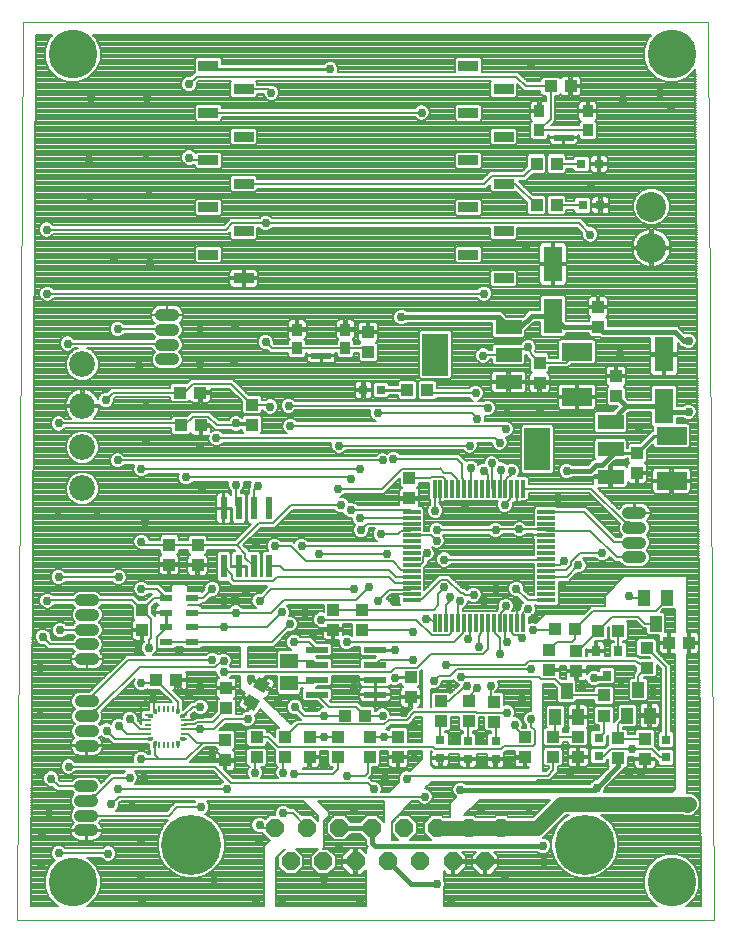
<source format=gtl>
G75*
%MOIN*%
%OFA0B0*%
%FSLAX25Y25*%
%IPPOS*%
%LPD*%
%AMOC8*
5,1,8,0,0,1.08239X$1,22.5*
%
%ADD10C,0.00000*%
%ADD11R,0.03937X0.04331*%
%ADD12R,0.04331X0.03937*%
%ADD13R,0.06299X0.11811*%
%ADD14R,0.08800X0.04800*%
%ADD15R,0.08661X0.14173*%
%ADD16R,0.03150X0.03150*%
%ADD17R,0.03543X0.03937*%
%ADD18R,0.06693X0.02165*%
%ADD19R,0.06693X0.03346*%
%ADD20R,0.04331X0.02362*%
%ADD21C,0.10000*%
%ADD22R,0.02200X0.07800*%
%ADD23R,0.07800X0.02200*%
%ADD24R,0.05906X0.01181*%
%ADD25R,0.01181X0.05906*%
%ADD26C,0.00010*%
%ADD27R,0.00984X0.01949*%
%ADD28R,0.00945X0.02362*%
%ADD29R,0.01949X0.00984*%
%ADD30R,0.02362X0.00945*%
%ADD31C,0.03969*%
%ADD32OC8,0.06000*%
%ADD33C,0.20000*%
%ADD34R,0.05906X0.05118*%
%ADD35R,0.10000X0.06000*%
%ADD36C,0.08600*%
%ADD37R,0.03937X0.05512*%
%ADD38R,0.03150X0.03543*%
%ADD39C,0.00800*%
%ADD40C,0.02978*%
%ADD41C,0.01000*%
%ADD42C,0.01600*%
%ADD43C,0.05000*%
%ADD44C,0.16205*%
D10*
X0006969Y0009400D02*
X0008937Y0308613D01*
X0237283Y0308613D01*
X0239252Y0009400D01*
X0006969Y0009400D01*
D11*
X0076232Y0062459D03*
X0076232Y0069152D03*
X0076598Y0079813D03*
X0076598Y0086506D03*
G36*
X0082232Y0081170D02*
X0084200Y0084577D01*
X0087948Y0082412D01*
X0085980Y0079005D01*
X0082232Y0081170D01*
G37*
G36*
X0085578Y0086966D02*
X0087546Y0090373D01*
X0091294Y0088208D01*
X0089326Y0084801D01*
X0085578Y0086966D01*
G37*
X0104374Y0070246D03*
X0104374Y0063554D03*
X0133874Y0063554D03*
X0133874Y0070246D03*
X0138000Y0083554D03*
X0138000Y0090246D03*
X0112252Y0106054D03*
X0112252Y0112746D03*
X0137622Y0149806D03*
X0137622Y0156498D03*
X0136913Y0185900D03*
X0143606Y0185900D03*
X0123870Y0198491D03*
X0123870Y0205183D03*
X0067004Y0134215D03*
X0067004Y0127522D03*
X0057539Y0127703D03*
X0057539Y0134396D03*
X0048555Y0112589D03*
X0048555Y0105896D03*
X0181000Y0188369D03*
X0181000Y0195061D03*
X0200500Y0206869D03*
X0200500Y0213561D03*
X0206500Y0190498D03*
X0206500Y0183806D03*
X0213500Y0164998D03*
X0213500Y0158306D03*
X0207311Y0105727D03*
X0200618Y0105727D03*
X0192752Y0106215D03*
X0186059Y0106215D03*
X0224165Y0101628D03*
X0230858Y0101628D03*
X0186693Y0247471D03*
X0180000Y0247471D03*
X0180000Y0261408D03*
X0186693Y0261408D03*
D12*
X0184669Y0287187D03*
X0191362Y0287187D03*
X0085075Y0181002D03*
X0085075Y0174309D03*
X0068067Y0174097D03*
X0061374Y0174097D03*
X0061248Y0185030D03*
X0067941Y0185030D03*
X0121937Y0112746D03*
X0121937Y0106054D03*
X0122720Y0077400D03*
X0124374Y0070246D03*
X0124374Y0063554D03*
X0116028Y0077400D03*
X0113874Y0070246D03*
X0113874Y0063554D03*
X0096185Y0063554D03*
X0096185Y0070246D03*
X0086685Y0070246D03*
X0086685Y0063554D03*
X0059941Y0089239D03*
X0053248Y0089239D03*
X0148169Y0082113D03*
X0148169Y0075420D03*
X0157571Y0075538D03*
X0157571Y0082231D03*
X0165756Y0082046D03*
X0165756Y0075353D03*
X0176228Y0070176D03*
X0176228Y0063483D03*
X0185602Y0063609D03*
X0185602Y0070302D03*
X0193913Y0070302D03*
X0193913Y0063609D03*
X0202508Y0077416D03*
X0202508Y0084109D03*
X0193268Y0092254D03*
X0193268Y0098947D03*
X0184185Y0099246D03*
X0184185Y0092554D03*
X0207252Y0069849D03*
X0207252Y0063156D03*
X0216217Y0062935D03*
X0216217Y0069628D03*
X0216665Y0093254D03*
X0216665Y0099947D03*
D13*
X0222500Y0180491D03*
X0222500Y0197813D03*
X0185500Y0210554D03*
X0185500Y0227876D03*
D14*
X0170700Y0206815D03*
X0170700Y0197715D03*
X0170700Y0188615D03*
X0204700Y0175252D03*
X0204700Y0166152D03*
X0204700Y0157052D03*
D15*
X0180299Y0166152D03*
X0146299Y0197715D03*
D16*
X0128213Y0185900D03*
X0122307Y0185900D03*
X0195394Y0247471D03*
X0201299Y0247471D03*
X0200850Y0261231D03*
X0194945Y0261231D03*
X0200685Y0069853D03*
X0200685Y0063947D03*
X0223185Y0063447D03*
X0223185Y0069353D03*
X0166327Y0068924D03*
X0166327Y0063018D03*
X0157138Y0063018D03*
X0157138Y0068924D03*
X0147953Y0069239D03*
X0147953Y0063333D03*
D17*
X0116315Y0199754D03*
X0116315Y0206054D03*
X0100173Y0206054D03*
X0100173Y0199754D03*
X0180945Y0272538D03*
X0180945Y0278837D03*
X0197087Y0278837D03*
X0197087Y0272538D03*
D18*
X0189016Y0270077D03*
X0108244Y0197294D03*
D19*
X0082406Y0223152D03*
X0070594Y0231026D03*
X0070594Y0246774D03*
X0082406Y0238900D03*
X0082406Y0254648D03*
X0070594Y0262522D03*
X0082406Y0270396D03*
X0082406Y0286144D03*
X0070594Y0278270D03*
X0070594Y0294018D03*
X0157209Y0294018D03*
X0169020Y0286144D03*
X0169020Y0270396D03*
X0157209Y0262522D03*
X0169020Y0254648D03*
X0157209Y0246774D03*
X0157209Y0231026D03*
X0169020Y0238900D03*
X0169020Y0223152D03*
X0157209Y0278270D03*
D20*
X0065205Y0116664D03*
X0065205Y0111743D03*
X0065205Y0106821D03*
X0065205Y0101900D03*
X0056543Y0101900D03*
X0056543Y0106821D03*
X0056543Y0111743D03*
X0056543Y0116664D03*
D21*
X0218311Y0233262D03*
X0218311Y0247042D03*
D22*
X0090756Y0146486D03*
X0085756Y0146486D03*
X0080756Y0146486D03*
X0075756Y0146486D03*
X0075756Y0127086D03*
X0080756Y0127086D03*
X0085756Y0127086D03*
X0090756Y0127086D03*
D23*
X0106800Y0099400D03*
X0106800Y0094400D03*
X0106800Y0089400D03*
X0106800Y0084400D03*
X0126200Y0084400D03*
X0126200Y0089400D03*
X0126200Y0094400D03*
X0126200Y0099400D03*
D24*
X0138335Y0115821D03*
X0138335Y0117790D03*
X0138335Y0119758D03*
X0138335Y0121727D03*
X0138335Y0123695D03*
X0138335Y0125664D03*
X0138335Y0127632D03*
X0138335Y0129601D03*
X0138335Y0131569D03*
X0138335Y0133538D03*
X0138335Y0135506D03*
X0138335Y0137475D03*
X0138335Y0139443D03*
X0138335Y0141412D03*
X0138335Y0143380D03*
X0138335Y0145349D03*
X0183217Y0145349D03*
X0183217Y0143380D03*
X0183217Y0141412D03*
X0183217Y0139443D03*
X0183217Y0137475D03*
X0183217Y0135506D03*
X0183217Y0133538D03*
X0183217Y0131569D03*
X0183217Y0129601D03*
X0183217Y0127632D03*
X0183217Y0125664D03*
X0183217Y0123695D03*
X0183217Y0121727D03*
X0183217Y0119758D03*
X0183217Y0117790D03*
X0183217Y0115821D03*
D25*
X0175539Y0108144D03*
X0173571Y0108144D03*
X0171602Y0108144D03*
X0169634Y0108144D03*
X0167665Y0108144D03*
X0165697Y0108144D03*
X0163728Y0108144D03*
X0161760Y0108144D03*
X0159791Y0108144D03*
X0157823Y0108144D03*
X0155854Y0108144D03*
X0153886Y0108144D03*
X0151917Y0108144D03*
X0149949Y0108144D03*
X0147980Y0108144D03*
X0146012Y0108144D03*
X0146012Y0153026D03*
X0147980Y0153026D03*
X0149949Y0153026D03*
X0151917Y0153026D03*
X0153886Y0153026D03*
X0155854Y0153026D03*
X0157823Y0153026D03*
X0159791Y0153026D03*
X0161760Y0153026D03*
X0163728Y0153026D03*
X0165697Y0153026D03*
X0167665Y0153026D03*
X0169634Y0153026D03*
X0171602Y0153026D03*
X0173571Y0153026D03*
X0175539Y0153026D03*
D26*
X0062441Y0078026D02*
X0062441Y0077042D01*
X0061260Y0077042D01*
X0062441Y0077042D01*
X0062441Y0077050D02*
X0061260Y0077050D01*
X0061260Y0077042D02*
X0061260Y0077613D01*
X0061673Y0078026D01*
X0062441Y0078026D01*
X0062441Y0078021D02*
X0061668Y0078021D01*
X0061660Y0078013D02*
X0062441Y0078013D01*
X0062441Y0078004D02*
X0061651Y0078004D01*
X0061643Y0077996D02*
X0062441Y0077996D01*
X0062441Y0077987D02*
X0061634Y0077987D01*
X0061626Y0077978D02*
X0062441Y0077978D01*
X0062441Y0077970D02*
X0061617Y0077970D01*
X0061609Y0077961D02*
X0062441Y0077961D01*
X0062441Y0077953D02*
X0061600Y0077953D01*
X0061592Y0077944D02*
X0062441Y0077944D01*
X0062441Y0077936D02*
X0061583Y0077936D01*
X0061575Y0077927D02*
X0062441Y0077927D01*
X0062441Y0077919D02*
X0061566Y0077919D01*
X0061558Y0077910D02*
X0062441Y0077910D01*
X0062441Y0077902D02*
X0061549Y0077902D01*
X0061541Y0077893D02*
X0062441Y0077893D01*
X0062441Y0077885D02*
X0061532Y0077885D01*
X0061524Y0077876D02*
X0062441Y0077876D01*
X0062441Y0077868D02*
X0061515Y0077868D01*
X0061507Y0077859D02*
X0062441Y0077859D01*
X0062441Y0077851D02*
X0061498Y0077851D01*
X0061490Y0077842D02*
X0062441Y0077842D01*
X0062441Y0077834D02*
X0061481Y0077834D01*
X0061472Y0077825D02*
X0062441Y0077825D01*
X0062441Y0077817D02*
X0061464Y0077817D01*
X0061455Y0077808D02*
X0062441Y0077808D01*
X0062441Y0077800D02*
X0061447Y0077800D01*
X0061438Y0077791D02*
X0062441Y0077791D01*
X0062441Y0077783D02*
X0061430Y0077783D01*
X0061421Y0077774D02*
X0062441Y0077774D01*
X0062441Y0077766D02*
X0061413Y0077766D01*
X0061404Y0077757D02*
X0062441Y0077757D01*
X0062441Y0077749D02*
X0061396Y0077749D01*
X0061387Y0077740D02*
X0062441Y0077740D01*
X0062441Y0077732D02*
X0061379Y0077732D01*
X0061370Y0077723D02*
X0062441Y0077723D01*
X0062441Y0077715D02*
X0061362Y0077715D01*
X0061353Y0077706D02*
X0062441Y0077706D01*
X0062441Y0077698D02*
X0061345Y0077698D01*
X0061336Y0077689D02*
X0062441Y0077689D01*
X0062441Y0077681D02*
X0061328Y0077681D01*
X0061319Y0077672D02*
X0062441Y0077672D01*
X0062441Y0077663D02*
X0061311Y0077663D01*
X0061302Y0077655D02*
X0062441Y0077655D01*
X0062441Y0077646D02*
X0061294Y0077646D01*
X0061285Y0077638D02*
X0062441Y0077638D01*
X0062441Y0077629D02*
X0061277Y0077629D01*
X0061268Y0077621D02*
X0062441Y0077621D01*
X0062441Y0077612D02*
X0061260Y0077612D01*
X0061260Y0077604D02*
X0062441Y0077604D01*
X0062441Y0077595D02*
X0061260Y0077595D01*
X0061260Y0077587D02*
X0062441Y0077587D01*
X0062441Y0077578D02*
X0061260Y0077578D01*
X0061260Y0077570D02*
X0062441Y0077570D01*
X0062441Y0077561D02*
X0061260Y0077561D01*
X0061260Y0077553D02*
X0062441Y0077553D01*
X0062441Y0077544D02*
X0061260Y0077544D01*
X0061260Y0077536D02*
X0062441Y0077536D01*
X0062441Y0077527D02*
X0061260Y0077527D01*
X0061260Y0077519D02*
X0062441Y0077519D01*
X0062441Y0077510D02*
X0061260Y0077510D01*
X0061260Y0077502D02*
X0062441Y0077502D01*
X0062441Y0077493D02*
X0061260Y0077493D01*
X0061260Y0077485D02*
X0062441Y0077485D01*
X0062441Y0077476D02*
X0061260Y0077476D01*
X0061260Y0077468D02*
X0062441Y0077468D01*
X0062441Y0077459D02*
X0061260Y0077459D01*
X0061260Y0077451D02*
X0062441Y0077451D01*
X0062441Y0077442D02*
X0061260Y0077442D01*
X0061260Y0077434D02*
X0062441Y0077434D01*
X0062441Y0077425D02*
X0061260Y0077425D01*
X0061260Y0077417D02*
X0062441Y0077417D01*
X0062441Y0077408D02*
X0061260Y0077408D01*
X0061260Y0077400D02*
X0062441Y0077400D01*
X0062441Y0077391D02*
X0061260Y0077391D01*
X0061260Y0077383D02*
X0062441Y0077383D01*
X0062441Y0077374D02*
X0061260Y0077374D01*
X0061260Y0077366D02*
X0062441Y0077366D01*
X0062441Y0077357D02*
X0061260Y0077357D01*
X0061260Y0077348D02*
X0062441Y0077348D01*
X0062441Y0077340D02*
X0061260Y0077340D01*
X0061260Y0077331D02*
X0062441Y0077331D01*
X0062441Y0077323D02*
X0061260Y0077323D01*
X0061260Y0077314D02*
X0062441Y0077314D01*
X0062441Y0077306D02*
X0061260Y0077306D01*
X0061260Y0077297D02*
X0062441Y0077297D01*
X0062441Y0077289D02*
X0061260Y0077289D01*
X0061260Y0077280D02*
X0062441Y0077280D01*
X0062441Y0077272D02*
X0061260Y0077272D01*
X0061260Y0077263D02*
X0062441Y0077263D01*
X0062441Y0077255D02*
X0061260Y0077255D01*
X0061260Y0077246D02*
X0062441Y0077246D01*
X0062441Y0077238D02*
X0061260Y0077238D01*
X0061260Y0077229D02*
X0062441Y0077229D01*
X0062441Y0077221D02*
X0061260Y0077221D01*
X0061260Y0077212D02*
X0062441Y0077212D01*
X0062441Y0077204D02*
X0061260Y0077204D01*
X0061260Y0077195D02*
X0062441Y0077195D01*
X0062441Y0077187D02*
X0061260Y0077187D01*
X0061260Y0077178D02*
X0062441Y0077178D01*
X0062441Y0077170D02*
X0061260Y0077170D01*
X0061260Y0077161D02*
X0062441Y0077161D01*
X0062441Y0077153D02*
X0061260Y0077153D01*
X0061260Y0077144D02*
X0062441Y0077144D01*
X0062441Y0077136D02*
X0061260Y0077136D01*
X0061260Y0077127D02*
X0062441Y0077127D01*
X0062441Y0077119D02*
X0061260Y0077119D01*
X0061260Y0077110D02*
X0062441Y0077110D01*
X0062441Y0077102D02*
X0061260Y0077102D01*
X0061260Y0077093D02*
X0062441Y0077093D01*
X0062441Y0077085D02*
X0061260Y0077085D01*
X0061260Y0077076D02*
X0062441Y0077076D01*
X0062441Y0077068D02*
X0061260Y0077068D01*
X0061260Y0077059D02*
X0062441Y0077059D01*
X0060864Y0078634D02*
X0059980Y0078634D01*
X0059980Y0078626D02*
X0060855Y0078626D01*
X0060847Y0078617D02*
X0059980Y0078617D01*
X0059980Y0078609D02*
X0060838Y0078609D01*
X0060830Y0078600D02*
X0059980Y0078600D01*
X0059980Y0078591D02*
X0060821Y0078591D01*
X0060813Y0078583D02*
X0059980Y0078583D01*
X0059980Y0078574D02*
X0060804Y0078574D01*
X0060796Y0078566D02*
X0059980Y0078566D01*
X0059980Y0078557D02*
X0060787Y0078557D01*
X0060779Y0078549D02*
X0059980Y0078549D01*
X0059980Y0078540D02*
X0060770Y0078540D01*
X0060762Y0078532D02*
X0059980Y0078532D01*
X0059980Y0078523D02*
X0060753Y0078523D01*
X0060745Y0078515D02*
X0059980Y0078515D01*
X0059980Y0078506D02*
X0060736Y0078506D01*
X0060728Y0078498D02*
X0059980Y0078498D01*
X0059980Y0078489D02*
X0060719Y0078489D01*
X0060711Y0078481D02*
X0059980Y0078481D01*
X0059980Y0078472D02*
X0060702Y0078472D01*
X0060694Y0078464D02*
X0059980Y0078464D01*
X0059980Y0078455D02*
X0060685Y0078455D01*
X0060677Y0078447D02*
X0059980Y0078447D01*
X0059980Y0078438D02*
X0060668Y0078438D01*
X0060660Y0078430D02*
X0059980Y0078430D01*
X0059980Y0078421D02*
X0060651Y0078421D01*
X0060643Y0078413D02*
X0059980Y0078413D01*
X0059980Y0078404D02*
X0060634Y0078404D01*
X0060626Y0078396D02*
X0059980Y0078396D01*
X0059980Y0078387D02*
X0060617Y0078387D01*
X0060609Y0078379D02*
X0059980Y0078379D01*
X0059980Y0078370D02*
X0060600Y0078370D01*
X0060592Y0078362D02*
X0059980Y0078362D01*
X0059980Y0078353D02*
X0060583Y0078353D01*
X0060575Y0078345D02*
X0059980Y0078345D01*
X0059980Y0078336D02*
X0060566Y0078336D01*
X0060557Y0078328D02*
X0059980Y0078328D01*
X0059980Y0078321D02*
X0059980Y0079502D01*
X0060965Y0079502D01*
X0060965Y0078735D01*
X0060551Y0078321D01*
X0059980Y0078321D01*
X0059980Y0078643D02*
X0060872Y0078643D01*
X0060881Y0078651D02*
X0059980Y0078651D01*
X0059980Y0078660D02*
X0060890Y0078660D01*
X0060898Y0078668D02*
X0059980Y0078668D01*
X0059980Y0078677D02*
X0060907Y0078677D01*
X0060915Y0078685D02*
X0059980Y0078685D01*
X0059980Y0078694D02*
X0060924Y0078694D01*
X0060932Y0078702D02*
X0059980Y0078702D01*
X0059980Y0078711D02*
X0060941Y0078711D01*
X0060949Y0078719D02*
X0059980Y0078719D01*
X0059980Y0078728D02*
X0060958Y0078728D01*
X0060965Y0078736D02*
X0059980Y0078736D01*
X0059980Y0078745D02*
X0060965Y0078745D01*
X0060965Y0078753D02*
X0059980Y0078753D01*
X0059980Y0078762D02*
X0060965Y0078762D01*
X0060965Y0078770D02*
X0059980Y0078770D01*
X0059980Y0078779D02*
X0060965Y0078779D01*
X0060965Y0078787D02*
X0059980Y0078787D01*
X0059980Y0078796D02*
X0060965Y0078796D01*
X0060965Y0078804D02*
X0059980Y0078804D01*
X0059980Y0078813D02*
X0060965Y0078813D01*
X0060965Y0078821D02*
X0059980Y0078821D01*
X0059980Y0078830D02*
X0060965Y0078830D01*
X0060965Y0078838D02*
X0059980Y0078838D01*
X0059980Y0078847D02*
X0060965Y0078847D01*
X0060965Y0078855D02*
X0059980Y0078855D01*
X0059980Y0078864D02*
X0060965Y0078864D01*
X0060965Y0078872D02*
X0059980Y0078872D01*
X0059980Y0078881D02*
X0060965Y0078881D01*
X0060965Y0078889D02*
X0059980Y0078889D01*
X0059980Y0078898D02*
X0060965Y0078898D01*
X0060965Y0078906D02*
X0059980Y0078906D01*
X0059980Y0078915D02*
X0060965Y0078915D01*
X0060965Y0078924D02*
X0059980Y0078924D01*
X0059980Y0078932D02*
X0060965Y0078932D01*
X0060965Y0078941D02*
X0059980Y0078941D01*
X0059980Y0078949D02*
X0060965Y0078949D01*
X0060965Y0078958D02*
X0059980Y0078958D01*
X0059980Y0078966D02*
X0060965Y0078966D01*
X0060965Y0078975D02*
X0059980Y0078975D01*
X0059980Y0078983D02*
X0060965Y0078983D01*
X0060965Y0078992D02*
X0059980Y0078992D01*
X0059980Y0079000D02*
X0060965Y0079000D01*
X0060965Y0079009D02*
X0059980Y0079009D01*
X0059980Y0079017D02*
X0060965Y0079017D01*
X0060965Y0079026D02*
X0059980Y0079026D01*
X0059980Y0079034D02*
X0060965Y0079034D01*
X0060965Y0079043D02*
X0059980Y0079043D01*
X0059980Y0079051D02*
X0060965Y0079051D01*
X0060965Y0079060D02*
X0059980Y0079060D01*
X0059980Y0079068D02*
X0060965Y0079068D01*
X0060965Y0079077D02*
X0059980Y0079077D01*
X0059980Y0079085D02*
X0060965Y0079085D01*
X0060965Y0079094D02*
X0059980Y0079094D01*
X0059980Y0079102D02*
X0060965Y0079102D01*
X0060965Y0079111D02*
X0059980Y0079111D01*
X0059980Y0079119D02*
X0060965Y0079119D01*
X0060965Y0079128D02*
X0059980Y0079128D01*
X0059980Y0079136D02*
X0060965Y0079136D01*
X0060965Y0079145D02*
X0059980Y0079145D01*
X0059980Y0079153D02*
X0060965Y0079153D01*
X0060965Y0079162D02*
X0059980Y0079162D01*
X0059980Y0079170D02*
X0060965Y0079170D01*
X0060965Y0079179D02*
X0059980Y0079179D01*
X0059980Y0079187D02*
X0060965Y0079187D01*
X0060965Y0079196D02*
X0059980Y0079196D01*
X0059980Y0079204D02*
X0060965Y0079204D01*
X0060965Y0079213D02*
X0059980Y0079213D01*
X0059980Y0079222D02*
X0060965Y0079222D01*
X0060965Y0079230D02*
X0059980Y0079230D01*
X0059980Y0079239D02*
X0060965Y0079239D01*
X0060965Y0079247D02*
X0059980Y0079247D01*
X0059980Y0079256D02*
X0060965Y0079256D01*
X0060965Y0079264D02*
X0059980Y0079264D01*
X0059980Y0079273D02*
X0060965Y0079273D01*
X0060965Y0079281D02*
X0059980Y0079281D01*
X0059980Y0079290D02*
X0060965Y0079290D01*
X0060965Y0079298D02*
X0059980Y0079298D01*
X0059980Y0079307D02*
X0060965Y0079307D01*
X0060965Y0079315D02*
X0059980Y0079315D01*
X0059980Y0079324D02*
X0060965Y0079324D01*
X0060965Y0079332D02*
X0059980Y0079332D01*
X0059980Y0079341D02*
X0060965Y0079341D01*
X0060965Y0079349D02*
X0059980Y0079349D01*
X0059980Y0079358D02*
X0060965Y0079358D01*
X0060965Y0079366D02*
X0059980Y0079366D01*
X0059980Y0079375D02*
X0060965Y0079375D01*
X0060965Y0079383D02*
X0059980Y0079383D01*
X0059980Y0079392D02*
X0060965Y0079392D01*
X0060965Y0079400D02*
X0059980Y0079400D01*
X0059980Y0079409D02*
X0060965Y0079409D01*
X0060965Y0079417D02*
X0059980Y0079417D01*
X0059980Y0079426D02*
X0060965Y0079426D01*
X0060965Y0079434D02*
X0059980Y0079434D01*
X0059980Y0079443D02*
X0060965Y0079443D01*
X0060965Y0079451D02*
X0059980Y0079451D01*
X0059980Y0079460D02*
X0060965Y0079460D01*
X0060965Y0079468D02*
X0059980Y0079468D01*
X0059980Y0079477D02*
X0060965Y0079477D01*
X0060965Y0079485D02*
X0059980Y0079485D01*
X0059980Y0079494D02*
X0060965Y0079494D01*
X0053091Y0079494D02*
X0052106Y0079494D01*
X0052106Y0079502D02*
X0053091Y0079502D01*
X0053091Y0078321D01*
X0052520Y0078321D01*
X0052106Y0078735D01*
X0052106Y0079502D01*
X0052106Y0079485D02*
X0053091Y0079485D01*
X0053091Y0079477D02*
X0052106Y0079477D01*
X0052106Y0079468D02*
X0053091Y0079468D01*
X0053091Y0079460D02*
X0052106Y0079460D01*
X0052106Y0079451D02*
X0053091Y0079451D01*
X0053091Y0079443D02*
X0052106Y0079443D01*
X0052106Y0079434D02*
X0053091Y0079434D01*
X0053091Y0079426D02*
X0052106Y0079426D01*
X0052106Y0079417D02*
X0053091Y0079417D01*
X0053091Y0079409D02*
X0052106Y0079409D01*
X0052106Y0079400D02*
X0053091Y0079400D01*
X0053091Y0079392D02*
X0052106Y0079392D01*
X0052106Y0079383D02*
X0053091Y0079383D01*
X0053091Y0079375D02*
X0052106Y0079375D01*
X0052106Y0079366D02*
X0053091Y0079366D01*
X0053091Y0079358D02*
X0052106Y0079358D01*
X0052106Y0079349D02*
X0053091Y0079349D01*
X0053091Y0079341D02*
X0052106Y0079341D01*
X0052106Y0079332D02*
X0053091Y0079332D01*
X0053091Y0079324D02*
X0052106Y0079324D01*
X0052106Y0079315D02*
X0053091Y0079315D01*
X0053091Y0079307D02*
X0052106Y0079307D01*
X0052106Y0079298D02*
X0053091Y0079298D01*
X0053091Y0079290D02*
X0052106Y0079290D01*
X0052106Y0079281D02*
X0053091Y0079281D01*
X0053091Y0079273D02*
X0052106Y0079273D01*
X0052106Y0079264D02*
X0053091Y0079264D01*
X0053091Y0079256D02*
X0052106Y0079256D01*
X0052106Y0079247D02*
X0053091Y0079247D01*
X0053091Y0079239D02*
X0052106Y0079239D01*
X0052106Y0079230D02*
X0053091Y0079230D01*
X0053091Y0079222D02*
X0052106Y0079222D01*
X0052106Y0079213D02*
X0053091Y0079213D01*
X0053091Y0079204D02*
X0052106Y0079204D01*
X0052106Y0079196D02*
X0053091Y0079196D01*
X0053091Y0079187D02*
X0052106Y0079187D01*
X0052106Y0079179D02*
X0053091Y0079179D01*
X0053091Y0079170D02*
X0052106Y0079170D01*
X0052106Y0079162D02*
X0053091Y0079162D01*
X0053091Y0079153D02*
X0052106Y0079153D01*
X0052106Y0079145D02*
X0053091Y0079145D01*
X0053091Y0079136D02*
X0052106Y0079136D01*
X0052106Y0079128D02*
X0053091Y0079128D01*
X0053091Y0079119D02*
X0052106Y0079119D01*
X0052106Y0079111D02*
X0053091Y0079111D01*
X0053091Y0079102D02*
X0052106Y0079102D01*
X0052106Y0079094D02*
X0053091Y0079094D01*
X0053091Y0079085D02*
X0052106Y0079085D01*
X0052106Y0079077D02*
X0053091Y0079077D01*
X0053091Y0079068D02*
X0052106Y0079068D01*
X0052106Y0079060D02*
X0053091Y0079060D01*
X0053091Y0079051D02*
X0052106Y0079051D01*
X0052106Y0079043D02*
X0053091Y0079043D01*
X0053091Y0079034D02*
X0052106Y0079034D01*
X0052106Y0079026D02*
X0053091Y0079026D01*
X0053091Y0079017D02*
X0052106Y0079017D01*
X0052106Y0079009D02*
X0053091Y0079009D01*
X0053091Y0079000D02*
X0052106Y0079000D01*
X0052106Y0078992D02*
X0053091Y0078992D01*
X0053091Y0078983D02*
X0052106Y0078983D01*
X0052106Y0078975D02*
X0053091Y0078975D01*
X0053091Y0078966D02*
X0052106Y0078966D01*
X0052106Y0078958D02*
X0053091Y0078958D01*
X0053091Y0078949D02*
X0052106Y0078949D01*
X0052106Y0078941D02*
X0053091Y0078941D01*
X0053091Y0078932D02*
X0052106Y0078932D01*
X0052106Y0078924D02*
X0053091Y0078924D01*
X0053091Y0078915D02*
X0052106Y0078915D01*
X0052106Y0078906D02*
X0053091Y0078906D01*
X0053091Y0078898D02*
X0052106Y0078898D01*
X0052106Y0078889D02*
X0053091Y0078889D01*
X0053091Y0078881D02*
X0052106Y0078881D01*
X0052106Y0078872D02*
X0053091Y0078872D01*
X0053091Y0078864D02*
X0052106Y0078864D01*
X0052106Y0078855D02*
X0053091Y0078855D01*
X0053091Y0078847D02*
X0052106Y0078847D01*
X0052106Y0078838D02*
X0053091Y0078838D01*
X0053091Y0078830D02*
X0052106Y0078830D01*
X0052106Y0078821D02*
X0053091Y0078821D01*
X0053091Y0078813D02*
X0052106Y0078813D01*
X0052106Y0078804D02*
X0053091Y0078804D01*
X0053091Y0078796D02*
X0052106Y0078796D01*
X0052106Y0078787D02*
X0053091Y0078787D01*
X0053091Y0078779D02*
X0052106Y0078779D01*
X0052106Y0078770D02*
X0053091Y0078770D01*
X0053091Y0078762D02*
X0052106Y0078762D01*
X0052106Y0078753D02*
X0053091Y0078753D01*
X0053091Y0078745D02*
X0052106Y0078745D01*
X0052106Y0078736D02*
X0053091Y0078736D01*
X0053091Y0078728D02*
X0052113Y0078728D01*
X0052122Y0078719D02*
X0053091Y0078719D01*
X0053091Y0078711D02*
X0052130Y0078711D01*
X0052139Y0078702D02*
X0053091Y0078702D01*
X0053091Y0078694D02*
X0052147Y0078694D01*
X0052156Y0078685D02*
X0053091Y0078685D01*
X0053091Y0078677D02*
X0052164Y0078677D01*
X0052173Y0078668D02*
X0053091Y0078668D01*
X0053091Y0078660D02*
X0052181Y0078660D01*
X0052190Y0078651D02*
X0053091Y0078651D01*
X0053091Y0078643D02*
X0052198Y0078643D01*
X0052207Y0078634D02*
X0053091Y0078634D01*
X0053091Y0078626D02*
X0052215Y0078626D01*
X0052224Y0078617D02*
X0053091Y0078617D01*
X0053091Y0078609D02*
X0052232Y0078609D01*
X0052241Y0078600D02*
X0053091Y0078600D01*
X0053091Y0078591D02*
X0052249Y0078591D01*
X0052258Y0078583D02*
X0053091Y0078583D01*
X0053091Y0078574D02*
X0052266Y0078574D01*
X0052275Y0078566D02*
X0053091Y0078566D01*
X0053091Y0078557D02*
X0052284Y0078557D01*
X0052292Y0078549D02*
X0053091Y0078549D01*
X0053091Y0078540D02*
X0052301Y0078540D01*
X0052309Y0078532D02*
X0053091Y0078532D01*
X0053091Y0078523D02*
X0052318Y0078523D01*
X0052326Y0078515D02*
X0053091Y0078515D01*
X0053091Y0078506D02*
X0052335Y0078506D01*
X0052343Y0078498D02*
X0053091Y0078498D01*
X0053091Y0078489D02*
X0052352Y0078489D01*
X0052360Y0078481D02*
X0053091Y0078481D01*
X0053091Y0078472D02*
X0052369Y0078472D01*
X0052377Y0078464D02*
X0053091Y0078464D01*
X0053091Y0078455D02*
X0052386Y0078455D01*
X0052394Y0078447D02*
X0053091Y0078447D01*
X0053091Y0078438D02*
X0052403Y0078438D01*
X0052411Y0078430D02*
X0053091Y0078430D01*
X0053091Y0078421D02*
X0052420Y0078421D01*
X0052428Y0078413D02*
X0053091Y0078413D01*
X0053091Y0078404D02*
X0052437Y0078404D01*
X0052445Y0078396D02*
X0053091Y0078396D01*
X0053091Y0078387D02*
X0052454Y0078387D01*
X0052462Y0078379D02*
X0053091Y0078379D01*
X0053091Y0078370D02*
X0052471Y0078370D01*
X0052479Y0078362D02*
X0053091Y0078362D01*
X0053091Y0078353D02*
X0052488Y0078353D01*
X0052496Y0078345D02*
X0053091Y0078345D01*
X0053091Y0078336D02*
X0052505Y0078336D01*
X0052513Y0078328D02*
X0053091Y0078328D01*
X0051811Y0077613D02*
X0051811Y0077042D01*
X0050630Y0077042D01*
X0050630Y0078026D01*
X0051398Y0078026D01*
X0051811Y0077613D01*
X0051811Y0077612D02*
X0050630Y0077612D01*
X0050630Y0077604D02*
X0051811Y0077604D01*
X0051811Y0077595D02*
X0050630Y0077595D01*
X0050630Y0077587D02*
X0051811Y0077587D01*
X0051811Y0077578D02*
X0050630Y0077578D01*
X0050630Y0077570D02*
X0051811Y0077570D01*
X0051811Y0077561D02*
X0050630Y0077561D01*
X0050630Y0077553D02*
X0051811Y0077553D01*
X0051811Y0077544D02*
X0050630Y0077544D01*
X0050630Y0077536D02*
X0051811Y0077536D01*
X0051811Y0077527D02*
X0050630Y0077527D01*
X0050630Y0077519D02*
X0051811Y0077519D01*
X0051811Y0077510D02*
X0050630Y0077510D01*
X0050630Y0077502D02*
X0051811Y0077502D01*
X0051811Y0077493D02*
X0050630Y0077493D01*
X0050630Y0077485D02*
X0051811Y0077485D01*
X0051811Y0077476D02*
X0050630Y0077476D01*
X0050630Y0077468D02*
X0051811Y0077468D01*
X0051811Y0077459D02*
X0050630Y0077459D01*
X0050630Y0077451D02*
X0051811Y0077451D01*
X0051811Y0077442D02*
X0050630Y0077442D01*
X0050630Y0077434D02*
X0051811Y0077434D01*
X0051811Y0077425D02*
X0050630Y0077425D01*
X0050630Y0077417D02*
X0051811Y0077417D01*
X0051811Y0077408D02*
X0050630Y0077408D01*
X0050630Y0077400D02*
X0051811Y0077400D01*
X0051811Y0077391D02*
X0050630Y0077391D01*
X0050630Y0077383D02*
X0051811Y0077383D01*
X0051811Y0077374D02*
X0050630Y0077374D01*
X0050630Y0077366D02*
X0051811Y0077366D01*
X0051811Y0077357D02*
X0050630Y0077357D01*
X0050630Y0077348D02*
X0051811Y0077348D01*
X0051811Y0077340D02*
X0050630Y0077340D01*
X0050630Y0077331D02*
X0051811Y0077331D01*
X0051811Y0077323D02*
X0050630Y0077323D01*
X0050630Y0077314D02*
X0051811Y0077314D01*
X0051811Y0077306D02*
X0050630Y0077306D01*
X0050630Y0077297D02*
X0051811Y0077297D01*
X0051811Y0077289D02*
X0050630Y0077289D01*
X0050630Y0077280D02*
X0051811Y0077280D01*
X0051811Y0077272D02*
X0050630Y0077272D01*
X0050630Y0077263D02*
X0051811Y0077263D01*
X0051811Y0077255D02*
X0050630Y0077255D01*
X0050630Y0077246D02*
X0051811Y0077246D01*
X0051811Y0077238D02*
X0050630Y0077238D01*
X0050630Y0077229D02*
X0051811Y0077229D01*
X0051811Y0077221D02*
X0050630Y0077221D01*
X0050630Y0077212D02*
X0051811Y0077212D01*
X0051811Y0077204D02*
X0050630Y0077204D01*
X0050630Y0077195D02*
X0051811Y0077195D01*
X0051811Y0077187D02*
X0050630Y0077187D01*
X0050630Y0077178D02*
X0051811Y0077178D01*
X0051811Y0077170D02*
X0050630Y0077170D01*
X0050630Y0077161D02*
X0051811Y0077161D01*
X0051811Y0077153D02*
X0050630Y0077153D01*
X0050630Y0077144D02*
X0051811Y0077144D01*
X0051811Y0077136D02*
X0050630Y0077136D01*
X0050630Y0077127D02*
X0051811Y0077127D01*
X0051811Y0077119D02*
X0050630Y0077119D01*
X0050630Y0077110D02*
X0051811Y0077110D01*
X0051811Y0077102D02*
X0050630Y0077102D01*
X0050630Y0077093D02*
X0051811Y0077093D01*
X0051811Y0077085D02*
X0050630Y0077085D01*
X0050630Y0077076D02*
X0051811Y0077076D01*
X0051811Y0077068D02*
X0050630Y0077068D01*
X0050630Y0077059D02*
X0051811Y0077059D01*
X0051811Y0077050D02*
X0050630Y0077050D01*
X0050630Y0077042D02*
X0051811Y0077042D01*
X0051803Y0077621D02*
X0050630Y0077621D01*
X0050630Y0077629D02*
X0051794Y0077629D01*
X0051786Y0077638D02*
X0050630Y0077638D01*
X0050630Y0077646D02*
X0051777Y0077646D01*
X0051769Y0077655D02*
X0050630Y0077655D01*
X0050630Y0077663D02*
X0051760Y0077663D01*
X0051752Y0077672D02*
X0050630Y0077672D01*
X0050630Y0077681D02*
X0051743Y0077681D01*
X0051735Y0077689D02*
X0050630Y0077689D01*
X0050630Y0077698D02*
X0051726Y0077698D01*
X0051718Y0077706D02*
X0050630Y0077706D01*
X0050630Y0077715D02*
X0051709Y0077715D01*
X0051701Y0077723D02*
X0050630Y0077723D01*
X0050630Y0077732D02*
X0051692Y0077732D01*
X0051684Y0077740D02*
X0050630Y0077740D01*
X0050630Y0077749D02*
X0051675Y0077749D01*
X0051666Y0077757D02*
X0050630Y0077757D01*
X0050630Y0077766D02*
X0051658Y0077766D01*
X0051649Y0077774D02*
X0050630Y0077774D01*
X0050630Y0077783D02*
X0051641Y0077783D01*
X0051632Y0077791D02*
X0050630Y0077791D01*
X0050630Y0077800D02*
X0051624Y0077800D01*
X0051615Y0077808D02*
X0050630Y0077808D01*
X0050630Y0077817D02*
X0051607Y0077817D01*
X0051598Y0077825D02*
X0050630Y0077825D01*
X0050630Y0077834D02*
X0051590Y0077834D01*
X0051581Y0077842D02*
X0050630Y0077842D01*
X0050630Y0077851D02*
X0051573Y0077851D01*
X0051564Y0077859D02*
X0050630Y0077859D01*
X0050630Y0077868D02*
X0051556Y0077868D01*
X0051547Y0077876D02*
X0050630Y0077876D01*
X0050630Y0077885D02*
X0051539Y0077885D01*
X0051530Y0077893D02*
X0050630Y0077893D01*
X0050630Y0077902D02*
X0051522Y0077902D01*
X0051513Y0077910D02*
X0050630Y0077910D01*
X0050630Y0077919D02*
X0051505Y0077919D01*
X0051496Y0077927D02*
X0050630Y0077927D01*
X0050630Y0077936D02*
X0051488Y0077936D01*
X0051479Y0077944D02*
X0050630Y0077944D01*
X0050630Y0077953D02*
X0051471Y0077953D01*
X0051462Y0077961D02*
X0050630Y0077961D01*
X0050630Y0077970D02*
X0051454Y0077970D01*
X0051445Y0077978D02*
X0050630Y0077978D01*
X0050630Y0077987D02*
X0051437Y0077987D01*
X0051428Y0077996D02*
X0050630Y0077996D01*
X0050630Y0078004D02*
X0051420Y0078004D01*
X0051411Y0078013D02*
X0050630Y0078013D01*
X0050630Y0078021D02*
X0051403Y0078021D01*
X0051811Y0070152D02*
X0050630Y0070152D01*
X0050630Y0069168D01*
X0051398Y0069168D01*
X0051811Y0069581D01*
X0051811Y0070152D01*
X0051811Y0070146D02*
X0050630Y0070146D01*
X0050630Y0070137D02*
X0051811Y0070137D01*
X0051811Y0070129D02*
X0050630Y0070129D01*
X0050630Y0070120D02*
X0051811Y0070120D01*
X0051811Y0070112D02*
X0050630Y0070112D01*
X0050630Y0070103D02*
X0051811Y0070103D01*
X0051811Y0070095D02*
X0050630Y0070095D01*
X0050630Y0070086D02*
X0051811Y0070086D01*
X0051811Y0070078D02*
X0050630Y0070078D01*
X0050630Y0070069D02*
X0051811Y0070069D01*
X0051811Y0070061D02*
X0050630Y0070061D01*
X0050630Y0070052D02*
X0051811Y0070052D01*
X0051811Y0070044D02*
X0050630Y0070044D01*
X0050630Y0070035D02*
X0051811Y0070035D01*
X0051811Y0070027D02*
X0050630Y0070027D01*
X0050630Y0070018D02*
X0051811Y0070018D01*
X0051811Y0070010D02*
X0050630Y0070010D01*
X0050630Y0070001D02*
X0051811Y0070001D01*
X0051811Y0069993D02*
X0050630Y0069993D01*
X0050630Y0069984D02*
X0051811Y0069984D01*
X0051811Y0069976D02*
X0050630Y0069976D01*
X0050630Y0069967D02*
X0051811Y0069967D01*
X0051811Y0069959D02*
X0050630Y0069959D01*
X0050630Y0069950D02*
X0051811Y0069950D01*
X0051811Y0069941D02*
X0050630Y0069941D01*
X0050630Y0069933D02*
X0051811Y0069933D01*
X0051811Y0069924D02*
X0050630Y0069924D01*
X0050630Y0069916D02*
X0051811Y0069916D01*
X0051811Y0069907D02*
X0050630Y0069907D01*
X0050630Y0069899D02*
X0051811Y0069899D01*
X0051811Y0069890D02*
X0050630Y0069890D01*
X0050630Y0069882D02*
X0051811Y0069882D01*
X0051811Y0069873D02*
X0050630Y0069873D01*
X0050630Y0069865D02*
X0051811Y0069865D01*
X0051811Y0069856D02*
X0050630Y0069856D01*
X0050630Y0069848D02*
X0051811Y0069848D01*
X0051811Y0069839D02*
X0050630Y0069839D01*
X0050630Y0069831D02*
X0051811Y0069831D01*
X0051811Y0069822D02*
X0050630Y0069822D01*
X0050630Y0069814D02*
X0051811Y0069814D01*
X0051811Y0069805D02*
X0050630Y0069805D01*
X0050630Y0069797D02*
X0051811Y0069797D01*
X0051811Y0069788D02*
X0050630Y0069788D01*
X0050630Y0069780D02*
X0051811Y0069780D01*
X0051811Y0069771D02*
X0050630Y0069771D01*
X0050630Y0069763D02*
X0051811Y0069763D01*
X0051811Y0069754D02*
X0050630Y0069754D01*
X0050630Y0069746D02*
X0051811Y0069746D01*
X0051811Y0069737D02*
X0050630Y0069737D01*
X0050630Y0069729D02*
X0051811Y0069729D01*
X0051811Y0069720D02*
X0050630Y0069720D01*
X0050630Y0069712D02*
X0051811Y0069712D01*
X0051811Y0069703D02*
X0050630Y0069703D01*
X0050630Y0069695D02*
X0051811Y0069695D01*
X0051811Y0069686D02*
X0050630Y0069686D01*
X0050630Y0069678D02*
X0051811Y0069678D01*
X0051811Y0069669D02*
X0050630Y0069669D01*
X0050630Y0069661D02*
X0051811Y0069661D01*
X0051811Y0069652D02*
X0050630Y0069652D01*
X0050630Y0069644D02*
X0051811Y0069644D01*
X0051811Y0069635D02*
X0050630Y0069635D01*
X0050630Y0069626D02*
X0051811Y0069626D01*
X0051811Y0069618D02*
X0050630Y0069618D01*
X0050630Y0069609D02*
X0051811Y0069609D01*
X0051811Y0069601D02*
X0050630Y0069601D01*
X0050630Y0069592D02*
X0051811Y0069592D01*
X0051811Y0069584D02*
X0050630Y0069584D01*
X0050630Y0069575D02*
X0051805Y0069575D01*
X0051797Y0069567D02*
X0050630Y0069567D01*
X0050630Y0069558D02*
X0051788Y0069558D01*
X0051780Y0069550D02*
X0050630Y0069550D01*
X0050630Y0069541D02*
X0051771Y0069541D01*
X0051763Y0069533D02*
X0050630Y0069533D01*
X0050630Y0069524D02*
X0051754Y0069524D01*
X0051746Y0069516D02*
X0050630Y0069516D01*
X0050630Y0069507D02*
X0051737Y0069507D01*
X0051729Y0069499D02*
X0050630Y0069499D01*
X0050630Y0069490D02*
X0051720Y0069490D01*
X0051712Y0069482D02*
X0050630Y0069482D01*
X0050630Y0069473D02*
X0051703Y0069473D01*
X0051695Y0069465D02*
X0050630Y0069465D01*
X0050630Y0069456D02*
X0051686Y0069456D01*
X0051678Y0069448D02*
X0050630Y0069448D01*
X0050630Y0069439D02*
X0051669Y0069439D01*
X0051661Y0069431D02*
X0050630Y0069431D01*
X0050630Y0069422D02*
X0051652Y0069422D01*
X0051644Y0069414D02*
X0050630Y0069414D01*
X0050630Y0069405D02*
X0051635Y0069405D01*
X0051627Y0069397D02*
X0050630Y0069397D01*
X0050630Y0069388D02*
X0051618Y0069388D01*
X0051609Y0069380D02*
X0050630Y0069380D01*
X0050630Y0069371D02*
X0051601Y0069371D01*
X0051592Y0069363D02*
X0050630Y0069363D01*
X0050630Y0069354D02*
X0051584Y0069354D01*
X0051575Y0069346D02*
X0050630Y0069346D01*
X0050630Y0069337D02*
X0051567Y0069337D01*
X0051558Y0069328D02*
X0050630Y0069328D01*
X0050630Y0069320D02*
X0051550Y0069320D01*
X0051541Y0069311D02*
X0050630Y0069311D01*
X0050630Y0069303D02*
X0051533Y0069303D01*
X0051524Y0069294D02*
X0050630Y0069294D01*
X0050630Y0069286D02*
X0051516Y0069286D01*
X0051507Y0069277D02*
X0050630Y0069277D01*
X0050630Y0069269D02*
X0051499Y0069269D01*
X0051490Y0069260D02*
X0050630Y0069260D01*
X0050630Y0069252D02*
X0051482Y0069252D01*
X0051473Y0069243D02*
X0050630Y0069243D01*
X0050630Y0069235D02*
X0051465Y0069235D01*
X0051456Y0069226D02*
X0050630Y0069226D01*
X0050630Y0069218D02*
X0051448Y0069218D01*
X0051439Y0069209D02*
X0050630Y0069209D01*
X0050630Y0069201D02*
X0051431Y0069201D01*
X0051422Y0069192D02*
X0050630Y0069192D01*
X0050630Y0069184D02*
X0051414Y0069184D01*
X0051405Y0069175D02*
X0050630Y0069175D01*
X0052106Y0068459D02*
X0052106Y0067691D01*
X0053091Y0067691D01*
X0053091Y0068872D01*
X0052520Y0068872D01*
X0052106Y0068459D01*
X0052107Y0068460D02*
X0053091Y0068460D01*
X0053091Y0068452D02*
X0052106Y0068452D01*
X0052106Y0068443D02*
X0053091Y0068443D01*
X0053091Y0068435D02*
X0052106Y0068435D01*
X0052106Y0068426D02*
X0053091Y0068426D01*
X0053091Y0068418D02*
X0052106Y0068418D01*
X0052106Y0068409D02*
X0053091Y0068409D01*
X0053091Y0068400D02*
X0052106Y0068400D01*
X0052106Y0068392D02*
X0053091Y0068392D01*
X0053091Y0068383D02*
X0052106Y0068383D01*
X0052106Y0068375D02*
X0053091Y0068375D01*
X0053091Y0068366D02*
X0052106Y0068366D01*
X0052106Y0068358D02*
X0053091Y0068358D01*
X0053091Y0068349D02*
X0052106Y0068349D01*
X0052106Y0068341D02*
X0053091Y0068341D01*
X0053091Y0068332D02*
X0052106Y0068332D01*
X0052106Y0068324D02*
X0053091Y0068324D01*
X0053091Y0068315D02*
X0052106Y0068315D01*
X0052106Y0068307D02*
X0053091Y0068307D01*
X0053091Y0068298D02*
X0052106Y0068298D01*
X0052106Y0068290D02*
X0053091Y0068290D01*
X0053091Y0068281D02*
X0052106Y0068281D01*
X0052106Y0068273D02*
X0053091Y0068273D01*
X0053091Y0068264D02*
X0052106Y0068264D01*
X0052106Y0068256D02*
X0053091Y0068256D01*
X0053091Y0068247D02*
X0052106Y0068247D01*
X0052106Y0068239D02*
X0053091Y0068239D01*
X0053091Y0068230D02*
X0052106Y0068230D01*
X0052106Y0068222D02*
X0053091Y0068222D01*
X0053091Y0068213D02*
X0052106Y0068213D01*
X0052106Y0068205D02*
X0053091Y0068205D01*
X0053091Y0068196D02*
X0052106Y0068196D01*
X0052106Y0068188D02*
X0053091Y0068188D01*
X0053091Y0068179D02*
X0052106Y0068179D01*
X0052106Y0068171D02*
X0053091Y0068171D01*
X0053091Y0068162D02*
X0052106Y0068162D01*
X0052106Y0068154D02*
X0053091Y0068154D01*
X0053091Y0068145D02*
X0052106Y0068145D01*
X0052106Y0068137D02*
X0053091Y0068137D01*
X0053091Y0068128D02*
X0052106Y0068128D01*
X0052106Y0068120D02*
X0053091Y0068120D01*
X0053091Y0068111D02*
X0052106Y0068111D01*
X0052106Y0068103D02*
X0053091Y0068103D01*
X0053091Y0068094D02*
X0052106Y0068094D01*
X0052106Y0068085D02*
X0053091Y0068085D01*
X0053091Y0068077D02*
X0052106Y0068077D01*
X0052106Y0068068D02*
X0053091Y0068068D01*
X0053091Y0068060D02*
X0052106Y0068060D01*
X0052106Y0068051D02*
X0053091Y0068051D01*
X0053091Y0068043D02*
X0052106Y0068043D01*
X0052106Y0068034D02*
X0053091Y0068034D01*
X0053091Y0068026D02*
X0052106Y0068026D01*
X0052106Y0068017D02*
X0053091Y0068017D01*
X0053091Y0068009D02*
X0052106Y0068009D01*
X0052106Y0068000D02*
X0053091Y0068000D01*
X0053091Y0067992D02*
X0052106Y0067992D01*
X0052106Y0067983D02*
X0053091Y0067983D01*
X0053091Y0067975D02*
X0052106Y0067975D01*
X0052106Y0067966D02*
X0053091Y0067966D01*
X0053091Y0067958D02*
X0052106Y0067958D01*
X0052106Y0067949D02*
X0053091Y0067949D01*
X0053091Y0067941D02*
X0052106Y0067941D01*
X0052106Y0067932D02*
X0053091Y0067932D01*
X0053091Y0067924D02*
X0052106Y0067924D01*
X0052106Y0067915D02*
X0053091Y0067915D01*
X0053091Y0067907D02*
X0052106Y0067907D01*
X0052106Y0067898D02*
X0053091Y0067898D01*
X0053091Y0067890D02*
X0052106Y0067890D01*
X0052106Y0067881D02*
X0053091Y0067881D01*
X0053091Y0067873D02*
X0052106Y0067873D01*
X0052106Y0067864D02*
X0053091Y0067864D01*
X0053091Y0067856D02*
X0052106Y0067856D01*
X0052106Y0067847D02*
X0053091Y0067847D01*
X0053091Y0067839D02*
X0052106Y0067839D01*
X0052106Y0067830D02*
X0053091Y0067830D01*
X0053091Y0067822D02*
X0052106Y0067822D01*
X0052106Y0067813D02*
X0053091Y0067813D01*
X0053091Y0067805D02*
X0052106Y0067805D01*
X0052106Y0067796D02*
X0053091Y0067796D01*
X0053091Y0067788D02*
X0052106Y0067788D01*
X0052106Y0067779D02*
X0053091Y0067779D01*
X0053091Y0067770D02*
X0052106Y0067770D01*
X0052106Y0067762D02*
X0053091Y0067762D01*
X0053091Y0067753D02*
X0052106Y0067753D01*
X0052106Y0067745D02*
X0053091Y0067745D01*
X0053091Y0067736D02*
X0052106Y0067736D01*
X0052106Y0067728D02*
X0053091Y0067728D01*
X0053091Y0067719D02*
X0052106Y0067719D01*
X0052106Y0067711D02*
X0053091Y0067711D01*
X0053091Y0067702D02*
X0052106Y0067702D01*
X0052106Y0067694D02*
X0053091Y0067694D01*
X0053091Y0068469D02*
X0052116Y0068469D01*
X0052124Y0068477D02*
X0053091Y0068477D01*
X0053091Y0068486D02*
X0052133Y0068486D01*
X0052141Y0068494D02*
X0053091Y0068494D01*
X0053091Y0068503D02*
X0052150Y0068503D01*
X0052158Y0068511D02*
X0053091Y0068511D01*
X0053091Y0068520D02*
X0052167Y0068520D01*
X0052175Y0068528D02*
X0053091Y0068528D01*
X0053091Y0068537D02*
X0052184Y0068537D01*
X0052192Y0068545D02*
X0053091Y0068545D01*
X0053091Y0068554D02*
X0052201Y0068554D01*
X0052209Y0068562D02*
X0053091Y0068562D01*
X0053091Y0068571D02*
X0052218Y0068571D01*
X0052227Y0068579D02*
X0053091Y0068579D01*
X0053091Y0068588D02*
X0052235Y0068588D01*
X0052244Y0068596D02*
X0053091Y0068596D01*
X0053091Y0068605D02*
X0052252Y0068605D01*
X0052261Y0068613D02*
X0053091Y0068613D01*
X0053091Y0068622D02*
X0052269Y0068622D01*
X0052278Y0068630D02*
X0053091Y0068630D01*
X0053091Y0068639D02*
X0052286Y0068639D01*
X0052295Y0068647D02*
X0053091Y0068647D01*
X0053091Y0068656D02*
X0052303Y0068656D01*
X0052312Y0068664D02*
X0053091Y0068664D01*
X0053091Y0068673D02*
X0052320Y0068673D01*
X0052329Y0068681D02*
X0053091Y0068681D01*
X0053091Y0068690D02*
X0052337Y0068690D01*
X0052346Y0068698D02*
X0053091Y0068698D01*
X0053091Y0068707D02*
X0052354Y0068707D01*
X0052363Y0068716D02*
X0053091Y0068716D01*
X0053091Y0068724D02*
X0052371Y0068724D01*
X0052380Y0068733D02*
X0053091Y0068733D01*
X0053091Y0068741D02*
X0052388Y0068741D01*
X0052397Y0068750D02*
X0053091Y0068750D01*
X0053091Y0068758D02*
X0052405Y0068758D01*
X0052414Y0068767D02*
X0053091Y0068767D01*
X0053091Y0068775D02*
X0052422Y0068775D01*
X0052431Y0068784D02*
X0053091Y0068784D01*
X0053091Y0068792D02*
X0052439Y0068792D01*
X0052448Y0068801D02*
X0053091Y0068801D01*
X0053091Y0068809D02*
X0052456Y0068809D01*
X0052465Y0068818D02*
X0053091Y0068818D01*
X0053091Y0068826D02*
X0052473Y0068826D01*
X0052482Y0068835D02*
X0053091Y0068835D01*
X0053091Y0068843D02*
X0052490Y0068843D01*
X0052499Y0068852D02*
X0053091Y0068852D01*
X0053091Y0068860D02*
X0052507Y0068860D01*
X0052516Y0068869D02*
X0053091Y0068869D01*
X0059980Y0068872D02*
X0059980Y0067691D01*
X0060965Y0067691D01*
X0060965Y0068459D01*
X0060551Y0068872D01*
X0059980Y0068872D01*
X0059980Y0068869D02*
X0060555Y0068869D01*
X0060563Y0068860D02*
X0059980Y0068860D01*
X0059980Y0068852D02*
X0060572Y0068852D01*
X0060580Y0068843D02*
X0059980Y0068843D01*
X0059980Y0068835D02*
X0060589Y0068835D01*
X0060597Y0068826D02*
X0059980Y0068826D01*
X0059980Y0068818D02*
X0060606Y0068818D01*
X0060614Y0068809D02*
X0059980Y0068809D01*
X0059980Y0068801D02*
X0060623Y0068801D01*
X0060631Y0068792D02*
X0059980Y0068792D01*
X0059980Y0068784D02*
X0060640Y0068784D01*
X0060649Y0068775D02*
X0059980Y0068775D01*
X0059980Y0068767D02*
X0060657Y0068767D01*
X0060666Y0068758D02*
X0059980Y0068758D01*
X0059980Y0068750D02*
X0060674Y0068750D01*
X0060683Y0068741D02*
X0059980Y0068741D01*
X0059980Y0068733D02*
X0060691Y0068733D01*
X0060700Y0068724D02*
X0059980Y0068724D01*
X0059980Y0068716D02*
X0060708Y0068716D01*
X0060717Y0068707D02*
X0059980Y0068707D01*
X0059980Y0068698D02*
X0060725Y0068698D01*
X0060734Y0068690D02*
X0059980Y0068690D01*
X0059980Y0068681D02*
X0060742Y0068681D01*
X0060751Y0068673D02*
X0059980Y0068673D01*
X0059980Y0068664D02*
X0060759Y0068664D01*
X0060768Y0068656D02*
X0059980Y0068656D01*
X0059980Y0068647D02*
X0060776Y0068647D01*
X0060785Y0068639D02*
X0059980Y0068639D01*
X0059980Y0068630D02*
X0060793Y0068630D01*
X0060802Y0068622D02*
X0059980Y0068622D01*
X0059980Y0068613D02*
X0060810Y0068613D01*
X0060819Y0068605D02*
X0059980Y0068605D01*
X0059980Y0068596D02*
X0060827Y0068596D01*
X0060836Y0068588D02*
X0059980Y0068588D01*
X0059980Y0068579D02*
X0060844Y0068579D01*
X0060853Y0068571D02*
X0059980Y0068571D01*
X0059980Y0068562D02*
X0060861Y0068562D01*
X0060870Y0068554D02*
X0059980Y0068554D01*
X0059980Y0068545D02*
X0060878Y0068545D01*
X0060887Y0068537D02*
X0059980Y0068537D01*
X0059980Y0068528D02*
X0060895Y0068528D01*
X0060904Y0068520D02*
X0059980Y0068520D01*
X0059980Y0068511D02*
X0060912Y0068511D01*
X0060921Y0068503D02*
X0059980Y0068503D01*
X0059980Y0068494D02*
X0060929Y0068494D01*
X0060938Y0068486D02*
X0059980Y0068486D01*
X0059980Y0068477D02*
X0060947Y0068477D01*
X0060955Y0068469D02*
X0059980Y0068469D01*
X0059980Y0068460D02*
X0060964Y0068460D01*
X0060965Y0068452D02*
X0059980Y0068452D01*
X0059980Y0068443D02*
X0060965Y0068443D01*
X0060965Y0068435D02*
X0059980Y0068435D01*
X0059980Y0068426D02*
X0060965Y0068426D01*
X0060965Y0068418D02*
X0059980Y0068418D01*
X0059980Y0068409D02*
X0060965Y0068409D01*
X0060965Y0068400D02*
X0059980Y0068400D01*
X0059980Y0068392D02*
X0060965Y0068392D01*
X0060965Y0068383D02*
X0059980Y0068383D01*
X0059980Y0068375D02*
X0060965Y0068375D01*
X0060965Y0068366D02*
X0059980Y0068366D01*
X0059980Y0068358D02*
X0060965Y0068358D01*
X0060965Y0068349D02*
X0059980Y0068349D01*
X0059980Y0068341D02*
X0060965Y0068341D01*
X0060965Y0068332D02*
X0059980Y0068332D01*
X0059980Y0068324D02*
X0060965Y0068324D01*
X0060965Y0068315D02*
X0059980Y0068315D01*
X0059980Y0068307D02*
X0060965Y0068307D01*
X0060965Y0068298D02*
X0059980Y0068298D01*
X0059980Y0068290D02*
X0060965Y0068290D01*
X0060965Y0068281D02*
X0059980Y0068281D01*
X0059980Y0068273D02*
X0060965Y0068273D01*
X0060965Y0068264D02*
X0059980Y0068264D01*
X0059980Y0068256D02*
X0060965Y0068256D01*
X0060965Y0068247D02*
X0059980Y0068247D01*
X0059980Y0068239D02*
X0060965Y0068239D01*
X0060965Y0068230D02*
X0059980Y0068230D01*
X0059980Y0068222D02*
X0060965Y0068222D01*
X0060965Y0068213D02*
X0059980Y0068213D01*
X0059980Y0068205D02*
X0060965Y0068205D01*
X0060965Y0068196D02*
X0059980Y0068196D01*
X0059980Y0068188D02*
X0060965Y0068188D01*
X0060965Y0068179D02*
X0059980Y0068179D01*
X0059980Y0068171D02*
X0060965Y0068171D01*
X0060965Y0068162D02*
X0059980Y0068162D01*
X0059980Y0068154D02*
X0060965Y0068154D01*
X0060965Y0068145D02*
X0059980Y0068145D01*
X0059980Y0068137D02*
X0060965Y0068137D01*
X0060965Y0068128D02*
X0059980Y0068128D01*
X0059980Y0068120D02*
X0060965Y0068120D01*
X0060965Y0068111D02*
X0059980Y0068111D01*
X0059980Y0068103D02*
X0060965Y0068103D01*
X0060965Y0068094D02*
X0059980Y0068094D01*
X0059980Y0068085D02*
X0060965Y0068085D01*
X0060965Y0068077D02*
X0059980Y0068077D01*
X0059980Y0068068D02*
X0060965Y0068068D01*
X0060965Y0068060D02*
X0059980Y0068060D01*
X0059980Y0068051D02*
X0060965Y0068051D01*
X0060965Y0068043D02*
X0059980Y0068043D01*
X0059980Y0068034D02*
X0060965Y0068034D01*
X0060965Y0068026D02*
X0059980Y0068026D01*
X0059980Y0068017D02*
X0060965Y0068017D01*
X0060965Y0068009D02*
X0059980Y0068009D01*
X0059980Y0068000D02*
X0060965Y0068000D01*
X0060965Y0067992D02*
X0059980Y0067992D01*
X0059980Y0067983D02*
X0060965Y0067983D01*
X0060965Y0067975D02*
X0059980Y0067975D01*
X0059980Y0067966D02*
X0060965Y0067966D01*
X0060965Y0067958D02*
X0059980Y0067958D01*
X0059980Y0067949D02*
X0060965Y0067949D01*
X0060965Y0067941D02*
X0059980Y0067941D01*
X0059980Y0067932D02*
X0060965Y0067932D01*
X0060965Y0067924D02*
X0059980Y0067924D01*
X0059980Y0067915D02*
X0060965Y0067915D01*
X0060965Y0067907D02*
X0059980Y0067907D01*
X0059980Y0067898D02*
X0060965Y0067898D01*
X0060965Y0067890D02*
X0059980Y0067890D01*
X0059980Y0067881D02*
X0060965Y0067881D01*
X0060965Y0067873D02*
X0059980Y0067873D01*
X0059980Y0067864D02*
X0060965Y0067864D01*
X0060965Y0067856D02*
X0059980Y0067856D01*
X0059980Y0067847D02*
X0060965Y0067847D01*
X0060965Y0067839D02*
X0059980Y0067839D01*
X0059980Y0067830D02*
X0060965Y0067830D01*
X0060965Y0067822D02*
X0059980Y0067822D01*
X0059980Y0067813D02*
X0060965Y0067813D01*
X0060965Y0067805D02*
X0059980Y0067805D01*
X0059980Y0067796D02*
X0060965Y0067796D01*
X0060965Y0067788D02*
X0059980Y0067788D01*
X0059980Y0067779D02*
X0060965Y0067779D01*
X0060965Y0067770D02*
X0059980Y0067770D01*
X0059980Y0067762D02*
X0060965Y0067762D01*
X0060965Y0067753D02*
X0059980Y0067753D01*
X0059980Y0067745D02*
X0060965Y0067745D01*
X0060965Y0067736D02*
X0059980Y0067736D01*
X0059980Y0067728D02*
X0060965Y0067728D01*
X0060965Y0067719D02*
X0059980Y0067719D01*
X0059980Y0067711D02*
X0060965Y0067711D01*
X0060965Y0067702D02*
X0059980Y0067702D01*
X0059980Y0067694D02*
X0060965Y0067694D01*
X0061673Y0069168D02*
X0061260Y0069581D01*
X0061260Y0070152D01*
X0062441Y0070152D01*
X0062441Y0069168D01*
X0061673Y0069168D01*
X0061666Y0069175D02*
X0062441Y0069175D01*
X0062441Y0069184D02*
X0061657Y0069184D01*
X0061649Y0069192D02*
X0062441Y0069192D01*
X0062441Y0069201D02*
X0061640Y0069201D01*
X0061632Y0069209D02*
X0062441Y0069209D01*
X0062441Y0069218D02*
X0061623Y0069218D01*
X0061615Y0069226D02*
X0062441Y0069226D01*
X0062441Y0069235D02*
X0061606Y0069235D01*
X0061598Y0069243D02*
X0062441Y0069243D01*
X0062441Y0069252D02*
X0061589Y0069252D01*
X0061581Y0069260D02*
X0062441Y0069260D01*
X0062441Y0069269D02*
X0061572Y0069269D01*
X0061564Y0069277D02*
X0062441Y0069277D01*
X0062441Y0069286D02*
X0061555Y0069286D01*
X0061547Y0069294D02*
X0062441Y0069294D01*
X0062441Y0069303D02*
X0061538Y0069303D01*
X0061529Y0069311D02*
X0062441Y0069311D01*
X0062441Y0069320D02*
X0061521Y0069320D01*
X0061512Y0069328D02*
X0062441Y0069328D01*
X0062441Y0069337D02*
X0061504Y0069337D01*
X0061495Y0069346D02*
X0062441Y0069346D01*
X0062441Y0069354D02*
X0061487Y0069354D01*
X0061478Y0069363D02*
X0062441Y0069363D01*
X0062441Y0069371D02*
X0061470Y0069371D01*
X0061461Y0069380D02*
X0062441Y0069380D01*
X0062441Y0069388D02*
X0061453Y0069388D01*
X0061444Y0069397D02*
X0062441Y0069397D01*
X0062441Y0069405D02*
X0061436Y0069405D01*
X0061427Y0069414D02*
X0062441Y0069414D01*
X0062441Y0069422D02*
X0061419Y0069422D01*
X0061410Y0069431D02*
X0062441Y0069431D01*
X0062441Y0069439D02*
X0061402Y0069439D01*
X0061393Y0069448D02*
X0062441Y0069448D01*
X0062441Y0069456D02*
X0061385Y0069456D01*
X0061376Y0069465D02*
X0062441Y0069465D01*
X0062441Y0069473D02*
X0061368Y0069473D01*
X0061359Y0069482D02*
X0062441Y0069482D01*
X0062441Y0069490D02*
X0061351Y0069490D01*
X0061342Y0069499D02*
X0062441Y0069499D01*
X0062441Y0069507D02*
X0061334Y0069507D01*
X0061325Y0069516D02*
X0062441Y0069516D01*
X0062441Y0069524D02*
X0061317Y0069524D01*
X0061308Y0069533D02*
X0062441Y0069533D01*
X0062441Y0069541D02*
X0061300Y0069541D01*
X0061291Y0069550D02*
X0062441Y0069550D01*
X0062441Y0069558D02*
X0061283Y0069558D01*
X0061274Y0069567D02*
X0062441Y0069567D01*
X0062441Y0069575D02*
X0061266Y0069575D01*
X0061260Y0069584D02*
X0062441Y0069584D01*
X0062441Y0069592D02*
X0061260Y0069592D01*
X0061260Y0069601D02*
X0062441Y0069601D01*
X0062441Y0069609D02*
X0061260Y0069609D01*
X0061260Y0069618D02*
X0062441Y0069618D01*
X0062441Y0069626D02*
X0061260Y0069626D01*
X0061260Y0069635D02*
X0062441Y0069635D01*
X0062441Y0069644D02*
X0061260Y0069644D01*
X0061260Y0069652D02*
X0062441Y0069652D01*
X0062441Y0069661D02*
X0061260Y0069661D01*
X0061260Y0069669D02*
X0062441Y0069669D01*
X0062441Y0069678D02*
X0061260Y0069678D01*
X0061260Y0069686D02*
X0062441Y0069686D01*
X0062441Y0069695D02*
X0061260Y0069695D01*
X0061260Y0069703D02*
X0062441Y0069703D01*
X0062441Y0069712D02*
X0061260Y0069712D01*
X0061260Y0069720D02*
X0062441Y0069720D01*
X0062441Y0069729D02*
X0061260Y0069729D01*
X0061260Y0069737D02*
X0062441Y0069737D01*
X0062441Y0069746D02*
X0061260Y0069746D01*
X0061260Y0069754D02*
X0062441Y0069754D01*
X0062441Y0069763D02*
X0061260Y0069763D01*
X0061260Y0069771D02*
X0062441Y0069771D01*
X0062441Y0069780D02*
X0061260Y0069780D01*
X0061260Y0069788D02*
X0062441Y0069788D01*
X0062441Y0069797D02*
X0061260Y0069797D01*
X0061260Y0069805D02*
X0062441Y0069805D01*
X0062441Y0069814D02*
X0061260Y0069814D01*
X0061260Y0069822D02*
X0062441Y0069822D01*
X0062441Y0069831D02*
X0061260Y0069831D01*
X0061260Y0069839D02*
X0062441Y0069839D01*
X0062441Y0069848D02*
X0061260Y0069848D01*
X0061260Y0069856D02*
X0062441Y0069856D01*
X0062441Y0069865D02*
X0061260Y0069865D01*
X0061260Y0069873D02*
X0062441Y0069873D01*
X0062441Y0069882D02*
X0061260Y0069882D01*
X0061260Y0069890D02*
X0062441Y0069890D01*
X0062441Y0069899D02*
X0061260Y0069899D01*
X0061260Y0069907D02*
X0062441Y0069907D01*
X0062441Y0069916D02*
X0061260Y0069916D01*
X0061260Y0069924D02*
X0062441Y0069924D01*
X0062441Y0069933D02*
X0061260Y0069933D01*
X0061260Y0069941D02*
X0062441Y0069941D01*
X0062441Y0069950D02*
X0061260Y0069950D01*
X0061260Y0069959D02*
X0062441Y0069959D01*
X0062441Y0069967D02*
X0061260Y0069967D01*
X0061260Y0069976D02*
X0062441Y0069976D01*
X0062441Y0069984D02*
X0061260Y0069984D01*
X0061260Y0069993D02*
X0062441Y0069993D01*
X0062441Y0070001D02*
X0061260Y0070001D01*
X0061260Y0070010D02*
X0062441Y0070010D01*
X0062441Y0070018D02*
X0061260Y0070018D01*
X0061260Y0070027D02*
X0062441Y0070027D01*
X0062441Y0070035D02*
X0061260Y0070035D01*
X0061260Y0070044D02*
X0062441Y0070044D01*
X0062441Y0070052D02*
X0061260Y0070052D01*
X0061260Y0070061D02*
X0062441Y0070061D01*
X0062441Y0070069D02*
X0061260Y0070069D01*
X0061260Y0070078D02*
X0062441Y0070078D01*
X0062441Y0070086D02*
X0061260Y0070086D01*
X0061260Y0070095D02*
X0062441Y0070095D01*
X0062441Y0070103D02*
X0061260Y0070103D01*
X0061260Y0070112D02*
X0062441Y0070112D01*
X0062441Y0070120D02*
X0061260Y0070120D01*
X0061260Y0070129D02*
X0062441Y0070129D01*
X0062441Y0070137D02*
X0061260Y0070137D01*
X0061260Y0070146D02*
X0062441Y0070146D01*
D27*
X0060472Y0067485D03*
X0052598Y0067485D03*
X0052598Y0079709D03*
X0060472Y0079709D03*
D28*
X0058898Y0079502D03*
X0057323Y0079502D03*
X0055748Y0079502D03*
X0054173Y0079502D03*
X0054173Y0067691D03*
X0055748Y0067691D03*
X0057323Y0067691D03*
X0058898Y0067691D03*
D29*
X0062648Y0069660D03*
X0062648Y0077534D03*
X0050423Y0077534D03*
X0050423Y0069660D03*
D30*
X0050630Y0071235D03*
X0050630Y0072809D03*
X0050630Y0074384D03*
X0050630Y0075959D03*
X0062441Y0075959D03*
X0062441Y0074384D03*
X0062441Y0072809D03*
X0062441Y0071235D03*
D31*
X0032047Y0072286D02*
X0028079Y0072286D01*
X0028079Y0077207D02*
X0032047Y0077207D01*
X0032047Y0082128D02*
X0028079Y0082128D01*
X0028185Y0096187D02*
X0032154Y0096187D01*
X0032154Y0101109D02*
X0028185Y0101109D01*
X0028185Y0106030D02*
X0032154Y0106030D01*
X0032154Y0110951D02*
X0028185Y0110951D01*
X0028185Y0115872D02*
X0032154Y0115872D01*
X0032047Y0067365D02*
X0028079Y0067365D01*
X0027984Y0053896D02*
X0031953Y0053896D01*
X0031953Y0048975D02*
X0027984Y0048975D01*
X0027984Y0044054D02*
X0031953Y0044054D01*
X0031953Y0039132D02*
X0027984Y0039132D01*
X0054886Y0196089D02*
X0058854Y0196089D01*
X0058854Y0201010D02*
X0054886Y0201010D01*
X0054886Y0205931D02*
X0058854Y0205931D01*
X0058854Y0210853D02*
X0054886Y0210853D01*
X0210650Y0144912D02*
X0214618Y0144912D01*
X0214618Y0139991D02*
X0210650Y0139991D01*
X0210650Y0135069D02*
X0214618Y0135069D01*
X0214618Y0130148D02*
X0210650Y0130148D01*
D32*
X0168300Y0040000D03*
X0157500Y0040000D03*
X0146700Y0040000D03*
X0141300Y0028800D03*
X0130500Y0028800D03*
X0119700Y0028800D03*
X0114300Y0040000D03*
X0125100Y0040000D03*
X0135900Y0040000D03*
X0152100Y0028800D03*
X0162900Y0028800D03*
X0108900Y0028800D03*
X0098100Y0028800D03*
X0092700Y0040000D03*
X0103500Y0040000D03*
D33*
X0064900Y0034400D03*
X0196100Y0034400D03*
D34*
X0097500Y0088160D03*
X0097500Y0095640D03*
D35*
X0193500Y0183652D03*
X0193500Y0198652D03*
X0225000Y0170652D03*
X0225000Y0155652D03*
D36*
X0028622Y0153101D03*
X0028622Y0166880D03*
X0028622Y0180660D03*
X0028622Y0194439D03*
D37*
X0186299Y0076935D03*
X0193780Y0076935D03*
X0190039Y0085597D03*
X0210228Y0077412D03*
X0217709Y0077412D03*
X0213969Y0086073D03*
X0219685Y0108069D03*
X0215945Y0116731D03*
X0223425Y0116731D03*
D38*
X0207280Y0099014D03*
X0199799Y0099014D03*
X0203539Y0090746D03*
D39*
X0206314Y0090848D02*
X0212369Y0090848D01*
X0212369Y0091220D02*
X0212369Y0090029D01*
X0211503Y0090029D01*
X0210800Y0089326D01*
X0210800Y0082820D01*
X0211503Y0082117D01*
X0216434Y0082117D01*
X0217137Y0082820D01*
X0217137Y0089326D01*
X0216434Y0090029D01*
X0215703Y0090029D01*
X0215760Y0090086D01*
X0219328Y0090086D01*
X0220031Y0090789D01*
X0220031Y0094319D01*
X0221585Y0092765D01*
X0221585Y0072128D01*
X0221113Y0072128D01*
X0220410Y0071425D01*
X0220410Y0067281D01*
X0221113Y0066578D01*
X0225257Y0066578D01*
X0225960Y0067281D01*
X0225960Y0071425D01*
X0225257Y0072128D01*
X0224785Y0072128D01*
X0224785Y0094090D01*
X0223848Y0095028D01*
X0220031Y0098845D01*
X0220031Y0102413D01*
X0219328Y0103116D01*
X0214003Y0103116D01*
X0213300Y0102413D01*
X0213300Y0097482D01*
X0214003Y0096779D01*
X0217571Y0096779D01*
X0217927Y0096423D01*
X0214504Y0096423D01*
X0213891Y0096792D01*
X0213560Y0097122D01*
X0213342Y0097122D01*
X0213155Y0097235D01*
X0212702Y0097122D01*
X0210054Y0097122D01*
X0210054Y0101283D01*
X0209351Y0101986D01*
X0208911Y0101986D01*
X0208911Y0102361D01*
X0209777Y0102361D01*
X0210480Y0103064D01*
X0210480Y0108389D01*
X0210069Y0108800D01*
X0213022Y0108800D01*
X0215353Y0106469D01*
X0216517Y0106469D01*
X0216517Y0104816D01*
X0217219Y0104113D01*
X0220833Y0104113D01*
X0220797Y0103978D01*
X0220797Y0102028D01*
X0223765Y0102028D01*
X0223765Y0101228D01*
X0224565Y0101228D01*
X0224565Y0098063D01*
X0226185Y0098063D01*
X0226185Y0052900D01*
X0225185Y0051900D01*
X0202474Y0051900D01*
X0202874Y0052865D01*
X0202874Y0053261D01*
X0208080Y0058467D01*
X0208080Y0058467D01*
X0209252Y0059638D01*
X0209252Y0059987D01*
X0209914Y0059987D01*
X0210617Y0060690D01*
X0210617Y0063656D01*
X0211150Y0063435D01*
X0212220Y0063435D01*
X0212651Y0063614D01*
X0212651Y0063335D01*
X0215816Y0063335D01*
X0215816Y0062535D01*
X0212651Y0062535D01*
X0212651Y0060783D01*
X0212747Y0060427D01*
X0212931Y0060107D01*
X0213192Y0059847D01*
X0213511Y0059662D01*
X0213867Y0059567D01*
X0215817Y0059567D01*
X0215817Y0062535D01*
X0216616Y0062535D01*
X0216616Y0059567D01*
X0218566Y0059567D01*
X0218922Y0059662D01*
X0219241Y0059847D01*
X0219502Y0060107D01*
X0219686Y0060427D01*
X0219782Y0060783D01*
X0219782Y0062535D01*
X0216617Y0062535D01*
X0216617Y0063335D01*
X0219102Y0063335D01*
X0220410Y0062027D01*
X0220410Y0061375D01*
X0221113Y0060672D01*
X0225257Y0060672D01*
X0225960Y0061375D01*
X0225960Y0065519D01*
X0225257Y0066222D01*
X0221113Y0066222D01*
X0220927Y0066036D01*
X0219582Y0067381D01*
X0219582Y0072094D01*
X0218879Y0072797D01*
X0213554Y0072797D01*
X0212851Y0072094D01*
X0212851Y0071228D01*
X0210617Y0071228D01*
X0210617Y0072314D01*
X0209914Y0073017D01*
X0208852Y0073017D01*
X0208852Y0073456D01*
X0212694Y0073456D01*
X0213397Y0074159D01*
X0213397Y0080665D01*
X0212694Y0081368D01*
X0207763Y0081368D01*
X0207060Y0080665D01*
X0207060Y0076506D01*
X0205873Y0075319D01*
X0205873Y0079881D01*
X0205170Y0080584D01*
X0199845Y0080584D01*
X0199143Y0079881D01*
X0199143Y0074950D01*
X0199845Y0074247D01*
X0200908Y0074247D01*
X0200908Y0072628D01*
X0198613Y0072628D01*
X0197910Y0071925D01*
X0197910Y0067781D01*
X0198613Y0067078D01*
X0202757Y0067078D01*
X0203460Y0067781D01*
X0203460Y0070365D01*
X0203887Y0070792D01*
X0203887Y0067601D01*
X0203072Y0066787D01*
X0202882Y0066597D01*
X0202757Y0066722D01*
X0198613Y0066722D01*
X0197910Y0066019D01*
X0197910Y0061875D01*
X0198613Y0061172D01*
X0202757Y0061172D01*
X0203460Y0061875D01*
X0203460Y0062649D01*
X0203887Y0063076D01*
X0203887Y0060690D01*
X0204267Y0060310D01*
X0200046Y0056089D01*
X0199650Y0056089D01*
X0198662Y0055680D01*
X0197905Y0054923D01*
X0197816Y0054707D01*
X0156409Y0054707D01*
X0156129Y0054987D01*
X0155141Y0055396D01*
X0154071Y0055396D01*
X0153083Y0054987D01*
X0152327Y0054230D01*
X0151917Y0053242D01*
X0151917Y0052172D01*
X0152327Y0051184D01*
X0153083Y0050427D01*
X0153175Y0050390D01*
X0151185Y0048400D01*
X0151185Y0043700D01*
X0148940Y0043700D01*
X0148440Y0044200D01*
X0144960Y0044200D01*
X0142500Y0041740D01*
X0142500Y0038260D01*
X0144738Y0036022D01*
X0137862Y0036022D01*
X0140100Y0038260D01*
X0140100Y0041740D01*
X0137640Y0044200D01*
X0134160Y0044200D01*
X0131700Y0041740D01*
X0131700Y0038260D01*
X0133938Y0036022D01*
X0131685Y0036022D01*
X0131685Y0041900D01*
X0138585Y0048800D01*
X0140482Y0048800D01*
X0141162Y0048120D01*
X0142150Y0047711D01*
X0143220Y0047711D01*
X0144208Y0048120D01*
X0144965Y0048877D01*
X0145374Y0049865D01*
X0145374Y0050935D01*
X0144965Y0051923D01*
X0144208Y0052680D01*
X0143220Y0053089D01*
X0142874Y0053089D01*
X0145185Y0055400D01*
X0179685Y0055400D01*
X0180085Y0055800D01*
X0184348Y0055800D01*
X0186265Y0057717D01*
X0187202Y0058655D01*
X0187202Y0060440D01*
X0188265Y0060440D01*
X0188968Y0061143D01*
X0188968Y0066074D01*
X0188265Y0066777D01*
X0182940Y0066777D01*
X0182237Y0066074D01*
X0182237Y0061143D01*
X0182940Y0060440D01*
X0184002Y0060440D01*
X0184002Y0059980D01*
X0183022Y0059000D01*
X0182185Y0059000D01*
X0182185Y0087985D01*
X0185388Y0087985D01*
X0186871Y0086503D01*
X0186871Y0082344D01*
X0187574Y0081641D01*
X0192505Y0081641D01*
X0193208Y0082344D01*
X0193208Y0082509D01*
X0199143Y0082509D01*
X0199143Y0081643D01*
X0199845Y0080940D01*
X0205170Y0080940D01*
X0205873Y0081643D01*
X0205873Y0086574D01*
X0205170Y0087277D01*
X0199880Y0087277D01*
X0200708Y0087620D01*
X0200988Y0087900D01*
X0201342Y0087900D01*
X0201468Y0087775D01*
X0205611Y0087775D01*
X0206314Y0088478D01*
X0206314Y0093015D01*
X0205611Y0093718D01*
X0201468Y0093718D01*
X0200765Y0093015D01*
X0200765Y0092123D01*
X0200708Y0092180D01*
X0199720Y0092589D01*
X0198650Y0092589D01*
X0197662Y0092180D01*
X0196905Y0091423D01*
X0196833Y0091248D01*
X0196833Y0091854D01*
X0193668Y0091854D01*
X0193668Y0088886D01*
X0195617Y0088886D01*
X0195973Y0088981D01*
X0196293Y0089166D01*
X0196496Y0089369D01*
X0196496Y0089365D01*
X0196905Y0088377D01*
X0197662Y0087620D01*
X0198650Y0087211D01*
X0199720Y0087211D01*
X0199821Y0087253D01*
X0199143Y0086574D01*
X0199143Y0085709D01*
X0193208Y0085709D01*
X0193208Y0088850D01*
X0192868Y0089190D01*
X0192868Y0091854D01*
X0193668Y0091854D01*
X0193668Y0092654D01*
X0196833Y0092654D01*
X0196833Y0093922D01*
X0212453Y0093922D01*
X0213300Y0093412D01*
X0213300Y0092152D01*
X0212369Y0091220D01*
X0212795Y0091647D02*
X0206314Y0091647D01*
X0206314Y0092445D02*
X0213300Y0092445D01*
X0213300Y0093244D02*
X0206086Y0093244D01*
X0206314Y0090050D02*
X0212369Y0090050D01*
X0213969Y0090557D02*
X0213969Y0086073D01*
X0215165Y0087270D01*
X0217137Y0087654D02*
X0221585Y0087654D01*
X0221585Y0086856D02*
X0217137Y0086856D01*
X0217137Y0086057D02*
X0221585Y0086057D01*
X0221585Y0085259D02*
X0217137Y0085259D01*
X0217137Y0084460D02*
X0221585Y0084460D01*
X0221585Y0083662D02*
X0217137Y0083662D01*
X0217137Y0082863D02*
X0221585Y0082863D01*
X0221585Y0082065D02*
X0205873Y0082065D01*
X0205873Y0082863D02*
X0210800Y0082863D01*
X0210800Y0083662D02*
X0205873Y0083662D01*
X0205873Y0084460D02*
X0210800Y0084460D01*
X0210800Y0085259D02*
X0205873Y0085259D01*
X0205873Y0086057D02*
X0210800Y0086057D01*
X0210800Y0086856D02*
X0205592Y0086856D01*
X0206289Y0088453D02*
X0210800Y0088453D01*
X0210800Y0089251D02*
X0206314Y0089251D01*
X0210800Y0087654D02*
X0200742Y0087654D01*
X0199424Y0086856D02*
X0193208Y0086856D01*
X0193208Y0087654D02*
X0197628Y0087654D01*
X0196874Y0088453D02*
X0193208Y0088453D01*
X0192868Y0089251D02*
X0193668Y0089251D01*
X0193668Y0090050D02*
X0192868Y0090050D01*
X0192868Y0090848D02*
X0193668Y0090848D01*
X0193668Y0091647D02*
X0192868Y0091647D01*
X0192868Y0091854D02*
X0189702Y0091854D01*
X0189702Y0090102D01*
X0189798Y0089745D01*
X0189909Y0089553D01*
X0188346Y0089553D01*
X0187697Y0090202D01*
X0187750Y0090401D01*
X0187750Y0092154D01*
X0184585Y0092154D01*
X0184585Y0092954D01*
X0187750Y0092954D01*
X0187750Y0093922D01*
X0189702Y0093922D01*
X0189702Y0092654D01*
X0192868Y0092654D01*
X0192868Y0091854D01*
X0192868Y0092445D02*
X0184585Y0092445D01*
X0186051Y0089585D02*
X0181605Y0089585D01*
X0180791Y0090400D01*
X0154685Y0090400D01*
X0152202Y0089367D02*
X0152405Y0088877D01*
X0153162Y0088120D01*
X0153993Y0087776D01*
X0153993Y0087471D01*
X0151318Y0084795D01*
X0150832Y0085281D01*
X0145507Y0085281D01*
X0144804Y0084578D01*
X0144804Y0080106D01*
X0144685Y0080106D01*
X0144685Y0086404D01*
X0145150Y0086211D01*
X0146220Y0086211D01*
X0147208Y0086620D01*
X0147965Y0087377D01*
X0148374Y0088365D01*
X0148374Y0089077D01*
X0151912Y0089077D01*
X0152202Y0089367D01*
X0152250Y0089251D02*
X0152086Y0089251D01*
X0152830Y0088453D02*
X0148374Y0088453D01*
X0148079Y0087654D02*
X0153993Y0087654D01*
X0153378Y0086856D02*
X0147443Y0086856D01*
X0145484Y0085259D02*
X0144685Y0085259D01*
X0144685Y0086057D02*
X0152579Y0086057D01*
X0151781Y0085259D02*
X0150854Y0085259D01*
X0150898Y0082113D02*
X0148169Y0082113D01*
X0150898Y0082113D02*
X0155685Y0086900D01*
X0156245Y0086900D01*
X0156682Y0087337D01*
X0160260Y0086420D02*
X0157571Y0083731D01*
X0157571Y0082231D01*
X0160150Y0078506D02*
X0139311Y0078506D01*
X0136716Y0075911D01*
X0130716Y0075911D01*
X0129236Y0074431D01*
X0100370Y0074431D01*
X0096185Y0070246D01*
X0092820Y0070326D02*
X0092820Y0072712D01*
X0093523Y0073415D01*
X0094170Y0073415D01*
X0087958Y0079627D01*
X0087101Y0078144D01*
X0086841Y0077883D01*
X0086521Y0077699D01*
X0086165Y0077603D01*
X0086123Y0077603D01*
X0086429Y0076864D01*
X0086429Y0075794D01*
X0086020Y0074806D01*
X0085263Y0074050D01*
X0084275Y0073640D01*
X0083205Y0073640D01*
X0082217Y0074050D01*
X0081537Y0074729D01*
X0076529Y0074729D01*
X0074317Y0072517D01*
X0078698Y0072517D01*
X0079401Y0071814D01*
X0079401Y0066490D01*
X0078804Y0065893D01*
X0079060Y0065745D01*
X0079321Y0065484D01*
X0079505Y0065165D01*
X0079601Y0064809D01*
X0079601Y0062859D01*
X0076632Y0062859D01*
X0076632Y0062059D01*
X0076632Y0058894D01*
X0078385Y0058894D01*
X0078741Y0058989D01*
X0079060Y0059173D01*
X0079321Y0059434D01*
X0079505Y0059753D01*
X0079601Y0060109D01*
X0079601Y0062059D01*
X0076632Y0062059D01*
X0075832Y0062059D01*
X0072864Y0062059D01*
X0072864Y0062000D01*
X0064548Y0062000D01*
X0069348Y0066800D01*
X0069348Y0066800D01*
X0073064Y0066800D01*
X0073064Y0066490D01*
X0073661Y0065893D01*
X0073404Y0065745D01*
X0073144Y0065484D01*
X0072959Y0065165D01*
X0072864Y0064809D01*
X0072864Y0062859D01*
X0075832Y0062859D01*
X0075832Y0062059D01*
X0075832Y0059574D01*
X0078895Y0056511D01*
X0084271Y0056511D01*
X0083905Y0056877D01*
X0083496Y0057865D01*
X0083496Y0058935D01*
X0083905Y0059923D01*
X0084367Y0060385D01*
X0084023Y0060385D01*
X0083320Y0061088D01*
X0083320Y0066019D01*
X0084023Y0066722D01*
X0089347Y0066722D01*
X0090050Y0066019D01*
X0090050Y0061088D01*
X0089347Y0060385D01*
X0088003Y0060385D01*
X0088465Y0059923D01*
X0088874Y0058935D01*
X0088874Y0057865D01*
X0088465Y0056877D01*
X0088099Y0056511D01*
X0093693Y0056511D01*
X0093327Y0056877D01*
X0092918Y0057865D01*
X0092918Y0058935D01*
X0093327Y0059923D01*
X0093789Y0060385D01*
X0093523Y0060385D01*
X0092820Y0061088D01*
X0092820Y0065801D01*
X0092202Y0066418D01*
X0090050Y0068570D01*
X0090050Y0067781D01*
X0089347Y0067078D01*
X0084023Y0067078D01*
X0083320Y0067781D01*
X0083320Y0072712D01*
X0084023Y0073415D01*
X0089347Y0073415D01*
X0090050Y0072712D01*
X0090050Y0071846D01*
X0091300Y0071846D01*
X0092820Y0070326D01*
X0092820Y0070885D02*
X0092261Y0070885D01*
X0092820Y0071684D02*
X0091462Y0071684D01*
X0092820Y0072482D02*
X0090050Y0072482D01*
X0089481Y0073281D02*
X0093389Y0073281D01*
X0093506Y0074079D02*
X0085293Y0074079D01*
X0086050Y0074878D02*
X0092707Y0074878D01*
X0091909Y0075676D02*
X0086380Y0075676D01*
X0086429Y0076475D02*
X0091110Y0076475D01*
X0090312Y0077273D02*
X0086260Y0077273D01*
X0087029Y0078072D02*
X0089513Y0078072D01*
X0088715Y0078870D02*
X0087521Y0078870D01*
X0084788Y0080468D02*
X0083864Y0080468D01*
X0084325Y0081266D02*
X0085199Y0081266D01*
X0085236Y0081244D02*
X0083951Y0079018D01*
X0083205Y0079018D01*
X0082217Y0078609D01*
X0081537Y0077929D01*
X0079767Y0077929D01*
X0079767Y0082476D01*
X0079170Y0083073D01*
X0079427Y0083221D01*
X0079687Y0083481D01*
X0079872Y0083801D01*
X0079967Y0084157D01*
X0079967Y0086106D01*
X0076998Y0086106D01*
X0076998Y0086906D01*
X0079967Y0086906D01*
X0079967Y0088856D01*
X0079872Y0089212D01*
X0079687Y0089531D01*
X0079427Y0089792D01*
X0079107Y0089976D01*
X0078751Y0090072D01*
X0077663Y0090072D01*
X0078069Y0090477D01*
X0081185Y0090477D01*
X0081185Y0086400D01*
X0082738Y0084847D01*
X0082202Y0083920D01*
X0084943Y0082337D01*
X0084543Y0081644D01*
X0084544Y0081644D02*
X0085236Y0081244D01*
X0084544Y0081644D02*
X0083059Y0079074D01*
X0081371Y0080048D01*
X0081110Y0080309D01*
X0080926Y0080628D01*
X0080830Y0080984D01*
X0080830Y0081353D01*
X0080926Y0081709D01*
X0081802Y0083227D01*
X0084543Y0081644D01*
X0084786Y0082065D02*
X0083816Y0082065D01*
X0084033Y0082863D02*
X0082433Y0082863D01*
X0082650Y0083662D02*
X0079791Y0083662D01*
X0079967Y0084460D02*
X0082514Y0084460D01*
X0082326Y0085259D02*
X0079967Y0085259D01*
X0079967Y0086057D02*
X0081528Y0086057D01*
X0081185Y0086856D02*
X0076998Y0086856D01*
X0076198Y0086856D02*
X0063445Y0086856D01*
X0063411Y0086730D02*
X0063506Y0087086D01*
X0063506Y0088839D01*
X0060341Y0088839D01*
X0060341Y0089639D01*
X0063506Y0089639D01*
X0063506Y0091391D01*
X0063411Y0091747D01*
X0063308Y0091925D01*
X0073177Y0091925D01*
X0073177Y0091542D01*
X0073587Y0090554D01*
X0074148Y0089992D01*
X0074090Y0089976D01*
X0073770Y0089792D01*
X0073510Y0089531D01*
X0073325Y0089212D01*
X0073230Y0088856D01*
X0073230Y0086906D01*
X0076198Y0086906D01*
X0076198Y0086106D01*
X0073230Y0086106D01*
X0073230Y0084157D01*
X0073325Y0083801D01*
X0073510Y0083481D01*
X0073770Y0083221D01*
X0074027Y0083073D01*
X0073430Y0082476D01*
X0073430Y0078908D01*
X0071421Y0076898D01*
X0066298Y0076898D01*
X0065487Y0076087D01*
X0065022Y0076087D01*
X0065022Y0076616D01*
X0064927Y0076972D01*
X0064822Y0077153D01*
X0064822Y0077446D01*
X0065916Y0078539D01*
X0066469Y0077987D01*
X0067457Y0077577D01*
X0068527Y0077577D01*
X0069515Y0077987D01*
X0070272Y0078743D01*
X0070681Y0079731D01*
X0070681Y0080801D01*
X0070272Y0081789D01*
X0069515Y0082546D01*
X0068527Y0082955D01*
X0067457Y0082955D01*
X0066469Y0082546D01*
X0065789Y0081866D01*
X0064717Y0081866D01*
X0063780Y0080929D01*
X0062170Y0079319D01*
X0062170Y0080001D01*
X0062165Y0080006D01*
X0062165Y0081181D01*
X0062072Y0081273D01*
X0062072Y0082677D01*
X0058879Y0085870D01*
X0059541Y0085870D01*
X0059541Y0088839D01*
X0060341Y0088839D01*
X0060341Y0085870D01*
X0062291Y0085870D01*
X0062647Y0085965D01*
X0062966Y0086150D01*
X0063227Y0086410D01*
X0063411Y0086730D01*
X0062805Y0086057D02*
X0073230Y0086057D01*
X0073230Y0085259D02*
X0059491Y0085259D01*
X0059541Y0086057D02*
X0060341Y0086057D01*
X0060341Y0086856D02*
X0059541Y0086856D01*
X0059541Y0087654D02*
X0060341Y0087654D01*
X0059941Y0088317D02*
X0059941Y0089239D01*
X0060341Y0089251D02*
X0073348Y0089251D01*
X0073230Y0088453D02*
X0063506Y0088453D01*
X0063506Y0087654D02*
X0073230Y0087654D01*
X0074091Y0090050D02*
X0063506Y0090050D01*
X0063506Y0090848D02*
X0073465Y0090848D01*
X0073177Y0091647D02*
X0063438Y0091647D01*
X0060341Y0088453D02*
X0059541Y0088453D01*
X0059941Y0088317D02*
X0064055Y0084203D01*
X0061886Y0082863D02*
X0067235Y0082863D01*
X0065988Y0082065D02*
X0062072Y0082065D01*
X0062079Y0081266D02*
X0064117Y0081266D01*
X0063319Y0080468D02*
X0062165Y0080468D01*
X0062170Y0079669D02*
X0062520Y0079669D01*
X0060472Y0079709D02*
X0060472Y0082014D01*
X0053248Y0089239D01*
X0052150Y0088140D01*
X0048307Y0088140D01*
X0045857Y0089251D02*
X0045653Y0089251D01*
X0046001Y0089599D02*
X0045618Y0088675D01*
X0045618Y0087605D01*
X0046027Y0086617D01*
X0046784Y0085861D01*
X0047772Y0085451D01*
X0048842Y0085451D01*
X0049830Y0085861D01*
X0050313Y0086343D01*
X0050586Y0086070D01*
X0054154Y0086070D01*
X0058340Y0081883D01*
X0053812Y0081883D01*
X0053631Y0081988D01*
X0053275Y0082083D01*
X0052598Y0082083D01*
X0051922Y0082083D01*
X0051566Y0081988D01*
X0051247Y0081804D01*
X0050986Y0081543D01*
X0050802Y0081224D01*
X0050706Y0080868D01*
X0050706Y0079709D01*
X0050706Y0079231D01*
X0050131Y0079231D01*
X0050126Y0079226D01*
X0048952Y0079226D01*
X0048249Y0078523D01*
X0048249Y0077153D01*
X0048144Y0076972D01*
X0048049Y0076616D01*
X0048049Y0075959D01*
X0048049Y0075302D01*
X0048144Y0074946D01*
X0048249Y0074765D01*
X0048249Y0074713D01*
X0047059Y0075903D01*
X0047059Y0076864D01*
X0046650Y0077852D01*
X0045893Y0078609D01*
X0044905Y0079018D01*
X0043835Y0079018D01*
X0042847Y0078609D01*
X0042090Y0077852D01*
X0041681Y0076864D01*
X0041681Y0076398D01*
X0041220Y0076589D01*
X0040150Y0076589D01*
X0039162Y0076180D01*
X0038405Y0075423D01*
X0038114Y0074719D01*
X0037220Y0075089D01*
X0036150Y0075089D01*
X0035162Y0074680D01*
X0034659Y0074177D01*
X0034090Y0074746D01*
X0034747Y0075403D01*
X0035231Y0076574D01*
X0035231Y0077840D01*
X0034942Y0078540D01*
X0046001Y0089599D01*
X0045618Y0088453D02*
X0044855Y0088453D01*
X0045618Y0087654D02*
X0044056Y0087654D01*
X0043258Y0086856D02*
X0045929Y0086856D01*
X0046587Y0086057D02*
X0042459Y0086057D01*
X0041661Y0085259D02*
X0054965Y0085259D01*
X0054167Y0086057D02*
X0050027Y0086057D01*
X0050185Y0082900D02*
X0052185Y0082900D01*
X0052598Y0082487D01*
X0052598Y0079709D01*
X0052598Y0081278D02*
X0052598Y0082083D01*
X0052598Y0081278D01*
X0052598Y0081278D01*
X0052598Y0082065D02*
X0052598Y0082065D01*
X0051851Y0082065D02*
X0038467Y0082065D01*
X0039265Y0082863D02*
X0057361Y0082863D01*
X0058159Y0082065D02*
X0053345Y0082065D01*
X0050826Y0081266D02*
X0037668Y0081266D01*
X0036870Y0080468D02*
X0050706Y0080468D01*
X0050706Y0079709D02*
X0050901Y0079709D01*
X0050706Y0079709D01*
X0050706Y0079669D02*
X0036071Y0079669D01*
X0035272Y0078870D02*
X0043479Y0078870D01*
X0042310Y0078072D02*
X0035136Y0078072D01*
X0035231Y0077273D02*
X0041851Y0077273D01*
X0041681Y0076475D02*
X0041495Y0076475D01*
X0039875Y0076475D02*
X0035191Y0076475D01*
X0034860Y0075676D02*
X0038659Y0075676D01*
X0038180Y0074878D02*
X0037729Y0074878D01*
X0035641Y0074878D02*
X0034221Y0074878D01*
X0036685Y0072400D02*
X0039425Y0069660D01*
X0050423Y0069660D01*
X0050630Y0071235D02*
X0043350Y0071235D01*
X0040685Y0073900D01*
X0044370Y0076329D02*
X0047890Y0072809D01*
X0050630Y0072809D01*
X0050630Y0075959D02*
X0048748Y0075959D01*
X0048307Y0076400D01*
X0048307Y0081022D01*
X0050185Y0082900D01*
X0050901Y0079709D02*
X0050901Y0079709D01*
X0048596Y0078870D02*
X0045261Y0078870D01*
X0046430Y0078072D02*
X0048249Y0078072D01*
X0048249Y0077273D02*
X0046889Y0077273D01*
X0047059Y0076475D02*
X0048049Y0076475D01*
X0048307Y0076400D02*
X0048307Y0076329D01*
X0048747Y0076329D02*
X0049040Y0076037D01*
X0050552Y0076037D01*
X0050630Y0075959D01*
X0048835Y0075959D02*
X0048049Y0075959D01*
X0048834Y0075959D01*
X0048835Y0075959D01*
X0048049Y0075676D02*
X0047285Y0075676D01*
X0048084Y0074878D02*
X0048184Y0074878D01*
X0048860Y0068060D02*
X0048952Y0067968D01*
X0050126Y0067968D01*
X0050131Y0067963D01*
X0050901Y0067963D01*
X0050901Y0067192D01*
X0050906Y0067187D01*
X0050906Y0066013D01*
X0051085Y0065834D01*
X0051085Y0064500D01*
X0050388Y0064500D01*
X0049708Y0065180D01*
X0048720Y0065589D01*
X0047650Y0065589D01*
X0046662Y0065180D01*
X0045905Y0064423D01*
X0045496Y0063435D01*
X0045496Y0062365D01*
X0045647Y0062000D01*
X0026325Y0062000D01*
X0025645Y0062680D01*
X0024657Y0063089D01*
X0023587Y0063089D01*
X0022599Y0062680D01*
X0021842Y0061923D01*
X0021433Y0060935D01*
X0021433Y0059865D01*
X0021842Y0058877D01*
X0022599Y0058120D01*
X0023587Y0057711D01*
X0024657Y0057711D01*
X0025645Y0058120D01*
X0026325Y0058800D01*
X0042723Y0058800D01*
X0042167Y0058244D01*
X0038258Y0058244D01*
X0034963Y0054949D01*
X0034652Y0055700D01*
X0033756Y0056596D01*
X0032586Y0057080D01*
X0027351Y0057080D01*
X0026181Y0056596D01*
X0025285Y0055700D01*
X0025200Y0055496D01*
X0021352Y0055496D01*
X0020874Y0055974D01*
X0020874Y0056935D01*
X0020465Y0057923D01*
X0019708Y0058680D01*
X0018720Y0059089D01*
X0017650Y0059089D01*
X0016662Y0058680D01*
X0015905Y0057923D01*
X0015496Y0056935D01*
X0015496Y0055865D01*
X0015905Y0054877D01*
X0016662Y0054120D01*
X0017650Y0053711D01*
X0018611Y0053711D01*
X0020026Y0052296D01*
X0025200Y0052296D01*
X0025285Y0052092D01*
X0025942Y0051435D01*
X0025285Y0050779D01*
X0024800Y0049608D01*
X0024800Y0048341D01*
X0025285Y0047171D01*
X0025942Y0046514D01*
X0025285Y0045857D01*
X0024800Y0044687D01*
X0024800Y0043420D01*
X0025285Y0042250D01*
X0025800Y0041734D01*
X0025356Y0041290D01*
X0024985Y0040735D01*
X0024730Y0040119D01*
X0024600Y0039466D01*
X0024600Y0039224D01*
X0029876Y0039224D01*
X0029876Y0039040D01*
X0024600Y0039040D01*
X0024600Y0038799D01*
X0024730Y0038145D01*
X0024985Y0037529D01*
X0025356Y0036975D01*
X0025827Y0036504D01*
X0026381Y0036133D01*
X0026997Y0035878D01*
X0027651Y0035748D01*
X0029876Y0035748D01*
X0029876Y0039040D01*
X0030061Y0039040D01*
X0030061Y0039224D01*
X0035337Y0039224D01*
X0035337Y0039466D01*
X0035207Y0040119D01*
X0034952Y0040735D01*
X0034581Y0041290D01*
X0034137Y0041734D01*
X0034652Y0042250D01*
X0034737Y0042454D01*
X0057114Y0042454D01*
X0055938Y0041277D01*
X0054463Y0038723D01*
X0053700Y0035875D01*
X0053700Y0032925D01*
X0054463Y0030077D01*
X0055938Y0027523D01*
X0058023Y0025438D01*
X0060577Y0023963D01*
X0063425Y0023200D01*
X0066375Y0023200D01*
X0069223Y0023963D01*
X0071777Y0025438D01*
X0073862Y0027523D01*
X0075337Y0030077D01*
X0076100Y0032925D01*
X0076100Y0035875D01*
X0075337Y0038723D01*
X0073862Y0041277D01*
X0071777Y0043362D01*
X0069644Y0044594D01*
X0069708Y0044620D01*
X0070465Y0045377D01*
X0070874Y0046365D01*
X0070874Y0047435D01*
X0070465Y0048423D01*
X0070088Y0048800D01*
X0102285Y0048800D01*
X0107185Y0043900D01*
X0107185Y0042255D01*
X0105240Y0044200D01*
X0101760Y0044200D01*
X0101662Y0044101D01*
X0100267Y0045496D01*
X0099330Y0046433D01*
X0097754Y0046433D01*
X0097074Y0047113D01*
X0096086Y0047522D01*
X0095016Y0047522D01*
X0094028Y0047113D01*
X0093272Y0046356D01*
X0092862Y0045368D01*
X0092862Y0044298D01*
X0092903Y0044200D01*
X0090960Y0044200D01*
X0089568Y0042808D01*
X0089200Y0043176D01*
X0088212Y0043585D01*
X0087142Y0043585D01*
X0086154Y0043176D01*
X0085398Y0042419D01*
X0084988Y0041431D01*
X0084988Y0040361D01*
X0085398Y0039373D01*
X0086154Y0038616D01*
X0087142Y0038207D01*
X0088212Y0038207D01*
X0088500Y0038326D01*
X0088500Y0038260D01*
X0090960Y0035800D01*
X0091085Y0035800D01*
X0089185Y0033900D01*
X0089185Y0013800D01*
X0030127Y0013800D01*
X0030643Y0014014D01*
X0033260Y0016631D01*
X0034676Y0020050D01*
X0034676Y0023750D01*
X0033260Y0027169D01*
X0030643Y0029786D01*
X0030315Y0029922D01*
X0034887Y0029922D01*
X0034905Y0029877D01*
X0035662Y0029120D01*
X0036650Y0028711D01*
X0037720Y0028711D01*
X0038708Y0029120D01*
X0039465Y0029877D01*
X0039874Y0030865D01*
X0039874Y0031935D01*
X0039465Y0032923D01*
X0038708Y0033680D01*
X0037720Y0034089D01*
X0036650Y0034089D01*
X0035662Y0033680D01*
X0035104Y0033122D01*
X0022951Y0033122D01*
X0022271Y0033802D01*
X0021283Y0034211D01*
X0020213Y0034211D01*
X0019225Y0033802D01*
X0018468Y0033045D01*
X0018059Y0032057D01*
X0018059Y0030987D01*
X0018468Y0029999D01*
X0019225Y0029242D01*
X0019463Y0029144D01*
X0017488Y0027169D01*
X0016072Y0023750D01*
X0016072Y0020050D01*
X0017488Y0016631D01*
X0020105Y0014014D01*
X0020621Y0013800D01*
X0011398Y0013800D01*
X0013308Y0304213D01*
X0018586Y0304213D01*
X0017488Y0303114D01*
X0016072Y0299695D01*
X0016072Y0295995D01*
X0017488Y0292576D01*
X0020105Y0289959D01*
X0023524Y0288543D01*
X0027224Y0288543D01*
X0030643Y0289959D01*
X0033260Y0292576D01*
X0034676Y0295995D01*
X0034676Y0299695D01*
X0033260Y0303114D01*
X0032162Y0304213D01*
X0218212Y0304213D01*
X0217114Y0303114D01*
X0215698Y0299695D01*
X0215698Y0295995D01*
X0217114Y0292576D01*
X0219731Y0289959D01*
X0223150Y0288543D01*
X0226850Y0288543D01*
X0230269Y0289959D01*
X0232886Y0292576D01*
X0232987Y0292820D01*
X0234823Y0013800D01*
X0229753Y0013800D01*
X0230269Y0014014D01*
X0232886Y0016631D01*
X0234302Y0020050D01*
X0234302Y0023750D01*
X0232886Y0027169D01*
X0230269Y0029786D01*
X0226850Y0031202D01*
X0223150Y0031202D01*
X0219731Y0029786D01*
X0217114Y0027169D01*
X0215698Y0023750D01*
X0215698Y0020050D01*
X0217114Y0016631D01*
X0219731Y0014014D01*
X0220247Y0013800D01*
X0149185Y0013800D01*
X0149185Y0020106D01*
X0149421Y0020676D01*
X0149421Y0021746D01*
X0149185Y0022316D01*
X0149185Y0025492D01*
X0150277Y0024400D01*
X0151700Y0024400D01*
X0151700Y0028400D01*
X0152500Y0028400D01*
X0152500Y0029200D01*
X0156500Y0029200D01*
X0156500Y0030623D01*
X0155100Y0032022D01*
X0159900Y0032022D01*
X0158500Y0030623D01*
X0158500Y0029200D01*
X0162500Y0029200D01*
X0162500Y0028400D01*
X0163300Y0028400D01*
X0163300Y0029200D01*
X0167300Y0029200D01*
X0167300Y0030623D01*
X0165900Y0032022D01*
X0180363Y0032022D01*
X0180642Y0031742D01*
X0181630Y0031333D01*
X0182700Y0031333D01*
X0183689Y0031742D01*
X0184445Y0032499D01*
X0184854Y0033487D01*
X0184854Y0034557D01*
X0184445Y0035545D01*
X0183689Y0036302D01*
X0182700Y0036711D01*
X0182013Y0036711D01*
X0182381Y0036863D01*
X0189718Y0044200D01*
X0190674Y0044200D01*
X0189223Y0043362D01*
X0187138Y0041277D01*
X0185663Y0038723D01*
X0184900Y0035875D01*
X0184900Y0032925D01*
X0185663Y0030077D01*
X0187138Y0027523D01*
X0189223Y0025438D01*
X0191777Y0023963D01*
X0194625Y0023200D01*
X0197575Y0023200D01*
X0200423Y0023963D01*
X0202977Y0025438D01*
X0205062Y0027523D01*
X0206537Y0030077D01*
X0207300Y0032925D01*
X0207300Y0035875D01*
X0206537Y0038723D01*
X0205062Y0041277D01*
X0202977Y0043362D01*
X0201526Y0044200D01*
X0228583Y0044200D01*
X0229549Y0043800D01*
X0231021Y0043800D01*
X0232381Y0044363D01*
X0232781Y0044763D01*
X0233822Y0045804D01*
X0234385Y0047164D01*
X0234385Y0048636D01*
X0233822Y0049996D01*
X0232781Y0051037D01*
X0231421Y0051600D01*
X0230185Y0051600D01*
X0230185Y0098063D01*
X0230458Y0098063D01*
X0230458Y0101228D01*
X0231258Y0101228D01*
X0231258Y0098063D01*
X0233011Y0098063D01*
X0233367Y0098158D01*
X0233686Y0098343D01*
X0233947Y0098603D01*
X0234131Y0098923D01*
X0234227Y0099279D01*
X0234227Y0101228D01*
X0231258Y0101228D01*
X0231258Y0102028D01*
X0234227Y0102028D01*
X0234227Y0103978D01*
X0234131Y0104334D01*
X0233947Y0104653D01*
X0233686Y0104914D01*
X0233367Y0105098D01*
X0233011Y0105194D01*
X0231258Y0105194D01*
X0231258Y0102028D01*
X0230458Y0102028D01*
X0230458Y0105194D01*
X0230185Y0105194D01*
X0230185Y0123400D01*
X0230685Y0123900D01*
X0209185Y0123900D01*
X0202685Y0117400D01*
X0202685Y0114000D01*
X0198274Y0114000D01*
X0197337Y0113063D01*
X0195674Y0111400D01*
X0182685Y0111400D01*
X0179682Y0108397D01*
X0179220Y0108589D01*
X0178150Y0108589D01*
X0177330Y0108249D01*
X0177330Y0110211D01*
X0177720Y0110211D01*
X0178708Y0110620D01*
X0179465Y0111377D01*
X0179874Y0112365D01*
X0179874Y0113435D01*
X0179548Y0114221D01*
X0179576Y0114221D01*
X0179767Y0114031D01*
X0186666Y0114031D01*
X0187369Y0114734D01*
X0187369Y0121973D01*
X0190702Y0121973D01*
X0191639Y0122910D01*
X0193550Y0124821D01*
X0194511Y0124821D01*
X0195500Y0125231D01*
X0196256Y0125987D01*
X0196665Y0126975D01*
X0196665Y0128045D01*
X0196256Y0129033D01*
X0195500Y0129790D01*
X0195361Y0129847D01*
X0199648Y0129847D01*
X0200327Y0129168D01*
X0201316Y0128758D01*
X0202385Y0128758D01*
X0203374Y0129168D01*
X0204130Y0129924D01*
X0204277Y0130278D01*
X0205070Y0129485D01*
X0206007Y0128548D01*
X0207866Y0128548D01*
X0207950Y0128344D01*
X0208846Y0127449D01*
X0210016Y0126964D01*
X0215252Y0126964D01*
X0216422Y0127449D01*
X0217318Y0128344D01*
X0217802Y0129515D01*
X0217802Y0130781D01*
X0217318Y0131952D01*
X0216661Y0132609D01*
X0217318Y0133266D01*
X0217802Y0134436D01*
X0217802Y0135703D01*
X0217318Y0136873D01*
X0216661Y0137530D01*
X0217318Y0138187D01*
X0217802Y0139357D01*
X0217802Y0140624D01*
X0217318Y0141794D01*
X0216802Y0142310D01*
X0217247Y0142754D01*
X0217617Y0143309D01*
X0217872Y0143925D01*
X0218002Y0144578D01*
X0218002Y0144820D01*
X0212726Y0144820D01*
X0212726Y0145004D01*
X0212542Y0145004D01*
X0212542Y0148296D01*
X0210316Y0148296D01*
X0209662Y0148166D01*
X0209047Y0147911D01*
X0208492Y0147541D01*
X0208021Y0147069D01*
X0207651Y0146515D01*
X0207486Y0146118D01*
X0200352Y0153252D01*
X0204300Y0153252D01*
X0204300Y0156652D01*
X0198900Y0156652D01*
X0198900Y0154626D01*
X0177330Y0154626D01*
X0177330Y0156476D01*
X0176627Y0157179D01*
X0174883Y0157179D01*
X0174702Y0157283D01*
X0174346Y0157379D01*
X0173965Y0157379D01*
X0174374Y0158365D01*
X0174374Y0159435D01*
X0173965Y0160423D01*
X0173208Y0161180D01*
X0172220Y0161589D01*
X0171150Y0161589D01*
X0170162Y0161180D01*
X0170146Y0161164D01*
X0169630Y0161680D01*
X0168642Y0162089D01*
X0167770Y0162089D01*
X0167396Y0162992D01*
X0166639Y0163749D01*
X0165651Y0164158D01*
X0164581Y0164158D01*
X0163593Y0163749D01*
X0162836Y0162992D01*
X0162427Y0162004D01*
X0162427Y0161695D01*
X0161945Y0161695D01*
X0160957Y0161286D01*
X0160649Y0160978D01*
X0160465Y0161423D01*
X0159708Y0162180D01*
X0158720Y0162589D01*
X0157650Y0162589D01*
X0156666Y0162181D01*
X0155848Y0163000D01*
X0154304Y0164543D01*
X0134454Y0164543D01*
X0133774Y0165223D01*
X0132786Y0165632D01*
X0131716Y0165632D01*
X0130728Y0165223D01*
X0130212Y0164707D01*
X0130196Y0164723D01*
X0129208Y0165132D01*
X0128138Y0165132D01*
X0127150Y0164723D01*
X0126470Y0164043D01*
X0042636Y0164043D01*
X0041956Y0164723D01*
X0040968Y0165132D01*
X0039898Y0165132D01*
X0038910Y0164723D01*
X0038153Y0163966D01*
X0037744Y0162978D01*
X0037744Y0161908D01*
X0038153Y0160920D01*
X0038910Y0160164D01*
X0039898Y0159754D01*
X0040968Y0159754D01*
X0041956Y0160164D01*
X0042636Y0160843D01*
X0045950Y0160843D01*
X0045618Y0160041D01*
X0045618Y0158971D01*
X0046027Y0157983D01*
X0046784Y0157227D01*
X0047772Y0156817D01*
X0048842Y0156817D01*
X0049830Y0157227D01*
X0050510Y0157906D01*
X0060729Y0157906D01*
X0060492Y0157334D01*
X0060492Y0156264D01*
X0060902Y0155276D01*
X0061658Y0154520D01*
X0062646Y0154110D01*
X0063716Y0154110D01*
X0064704Y0154520D01*
X0065384Y0155199D01*
X0077261Y0155199D01*
X0077114Y0154845D01*
X0077114Y0153775D01*
X0077524Y0152787D01*
X0078203Y0152107D01*
X0078203Y0150767D01*
X0078160Y0150926D01*
X0077976Y0151245D01*
X0077716Y0151506D01*
X0077396Y0151690D01*
X0077040Y0151786D01*
X0075906Y0151786D01*
X0075906Y0146636D01*
X0075606Y0146636D01*
X0075606Y0151786D01*
X0074472Y0151786D01*
X0074116Y0151690D01*
X0073796Y0151506D01*
X0073536Y0151245D01*
X0073351Y0150926D01*
X0073256Y0150570D01*
X0073256Y0146636D01*
X0075606Y0146636D01*
X0075606Y0146336D01*
X0073256Y0146336D01*
X0073256Y0142402D01*
X0073351Y0142045D01*
X0073536Y0141726D01*
X0073796Y0141466D01*
X0074116Y0141281D01*
X0074472Y0141186D01*
X0075606Y0141186D01*
X0075606Y0146336D01*
X0075906Y0146336D01*
X0075906Y0146636D01*
X0078256Y0146636D01*
X0078256Y0146723D01*
X0078456Y0146523D01*
X0078456Y0142089D01*
X0079159Y0141386D01*
X0082353Y0141386D01*
X0083056Y0142089D01*
X0083056Y0150883D01*
X0082353Y0151586D01*
X0081403Y0151586D01*
X0081403Y0152107D01*
X0082083Y0152787D01*
X0082492Y0153775D01*
X0082492Y0154845D01*
X0082345Y0155199D01*
X0084813Y0155199D01*
X0084496Y0154435D01*
X0084496Y0153474D01*
X0084156Y0153134D01*
X0084156Y0151583D01*
X0083456Y0150883D01*
X0083456Y0142089D01*
X0084159Y0141386D01*
X0084949Y0141386D01*
X0079378Y0135815D01*
X0070172Y0135815D01*
X0070172Y0136877D01*
X0069469Y0137580D01*
X0064538Y0137580D01*
X0063835Y0136877D01*
X0063835Y0135815D01*
X0060708Y0135815D01*
X0060708Y0137058D01*
X0060005Y0137761D01*
X0055074Y0137761D01*
X0054371Y0137058D01*
X0054371Y0135815D01*
X0050996Y0135815D01*
X0050996Y0135919D01*
X0050587Y0136907D01*
X0049830Y0137664D01*
X0048842Y0138073D01*
X0047772Y0138073D01*
X0046784Y0137664D01*
X0046027Y0136907D01*
X0045618Y0135919D01*
X0045618Y0134849D01*
X0046027Y0133861D01*
X0046784Y0133105D01*
X0047772Y0132695D01*
X0048733Y0132695D01*
X0048814Y0132615D01*
X0054371Y0132615D01*
X0054371Y0131734D01*
X0054968Y0131137D01*
X0054711Y0130989D01*
X0054451Y0130728D01*
X0054266Y0130409D01*
X0054171Y0130053D01*
X0054171Y0128103D01*
X0057139Y0128103D01*
X0057139Y0127303D01*
X0054171Y0127303D01*
X0054171Y0125353D01*
X0054266Y0124997D01*
X0054451Y0124678D01*
X0054711Y0124418D01*
X0055030Y0124233D01*
X0055387Y0124138D01*
X0057139Y0124138D01*
X0057139Y0127303D01*
X0057939Y0127303D01*
X0057939Y0124138D01*
X0059692Y0124138D01*
X0060048Y0124233D01*
X0060367Y0124418D01*
X0060628Y0124678D01*
X0060812Y0124997D01*
X0060908Y0125353D01*
X0060908Y0127303D01*
X0057939Y0127303D01*
X0057939Y0128103D01*
X0060908Y0128103D01*
X0060908Y0130053D01*
X0060812Y0130409D01*
X0060628Y0130728D01*
X0060367Y0130989D01*
X0060111Y0131137D01*
X0060708Y0131734D01*
X0060708Y0132615D01*
X0063835Y0132615D01*
X0063835Y0131553D01*
X0064432Y0130956D01*
X0064176Y0130808D01*
X0063915Y0130547D01*
X0063731Y0130228D01*
X0063635Y0129872D01*
X0063635Y0127922D01*
X0066604Y0127922D01*
X0066604Y0127122D01*
X0067404Y0127122D01*
X0067404Y0127922D01*
X0070372Y0127922D01*
X0070372Y0129872D01*
X0070277Y0130228D01*
X0070093Y0130547D01*
X0069832Y0130808D01*
X0069576Y0130956D01*
X0070172Y0131553D01*
X0070172Y0132615D01*
X0079378Y0132615D01*
X0079607Y0132386D01*
X0079472Y0132386D01*
X0079116Y0132290D01*
X0078796Y0132106D01*
X0078536Y0131845D01*
X0078351Y0131526D01*
X0078256Y0131170D01*
X0078256Y0127236D01*
X0080606Y0127236D01*
X0080606Y0126936D01*
X0078256Y0126936D01*
X0078256Y0126849D01*
X0078056Y0127049D01*
X0078056Y0131483D01*
X0077353Y0132186D01*
X0074159Y0132186D01*
X0073456Y0131483D01*
X0073456Y0122689D01*
X0074159Y0121986D01*
X0077179Y0121986D01*
X0077642Y0121523D01*
X0078579Y0120586D01*
X0090301Y0120586D01*
X0090014Y0120299D01*
X0088103Y0118388D01*
X0087142Y0118388D01*
X0086154Y0117979D01*
X0085398Y0117222D01*
X0084988Y0116234D01*
X0084988Y0115164D01*
X0085398Y0114176D01*
X0086154Y0113420D01*
X0086340Y0113343D01*
X0082006Y0113343D01*
X0081326Y0114022D01*
X0080338Y0114431D01*
X0079268Y0114431D01*
X0078280Y0114022D01*
X0077600Y0113343D01*
X0068570Y0113343D01*
X0068570Y0113421D01*
X0067867Y0114124D01*
X0063724Y0114124D01*
X0063724Y0114283D01*
X0067867Y0114283D01*
X0068570Y0114986D01*
X0068570Y0115064D01*
X0069619Y0115064D01*
X0071503Y0116947D01*
X0072464Y0116947D01*
X0073452Y0117357D01*
X0074209Y0118113D01*
X0074618Y0119101D01*
X0074618Y0120171D01*
X0074209Y0121159D01*
X0073452Y0121916D01*
X0072464Y0122325D01*
X0071394Y0122325D01*
X0070406Y0121916D01*
X0069650Y0121159D01*
X0069240Y0120171D01*
X0069240Y0119210D01*
X0068471Y0118441D01*
X0067867Y0119045D01*
X0063724Y0119045D01*
X0063724Y0120459D01*
X0062933Y0121250D01*
X0058815Y0121250D01*
X0058024Y0120459D01*
X0058024Y0119045D01*
X0056425Y0119045D01*
X0055171Y0120299D01*
X0054234Y0121236D01*
X0050510Y0121236D01*
X0049830Y0121916D01*
X0048842Y0122325D01*
X0047772Y0122325D01*
X0046784Y0121916D01*
X0046027Y0121159D01*
X0045618Y0120171D01*
X0045618Y0119101D01*
X0046027Y0118113D01*
X0046784Y0117357D01*
X0047772Y0116947D01*
X0048842Y0116947D01*
X0049830Y0117357D01*
X0050510Y0118036D01*
X0051740Y0118036D01*
X0051030Y0117327D01*
X0049658Y0115954D01*
X0047452Y0115954D01*
X0045934Y0117472D01*
X0034937Y0117472D01*
X0034853Y0117676D01*
X0033957Y0118572D01*
X0032787Y0119057D01*
X0027552Y0119057D01*
X0026381Y0118572D01*
X0025486Y0117676D01*
X0025401Y0117472D01*
X0018945Y0117472D01*
X0018438Y0117979D01*
X0017450Y0118388D01*
X0016380Y0118388D01*
X0015392Y0117979D01*
X0014635Y0117222D01*
X0014226Y0116234D01*
X0014226Y0115164D01*
X0014635Y0114176D01*
X0015392Y0113420D01*
X0016380Y0113010D01*
X0017450Y0113010D01*
X0018438Y0113420D01*
X0019195Y0114176D01*
X0019234Y0114272D01*
X0025401Y0114272D01*
X0025486Y0114069D01*
X0026142Y0113412D01*
X0025486Y0112755D01*
X0025001Y0111585D01*
X0025001Y0110318D01*
X0025486Y0109147D01*
X0026142Y0108491D01*
X0025486Y0107834D01*
X0025347Y0107500D01*
X0023388Y0107500D01*
X0022708Y0108180D01*
X0021720Y0108589D01*
X0020650Y0108589D01*
X0019662Y0108180D01*
X0018905Y0107423D01*
X0018496Y0106435D01*
X0018496Y0105365D01*
X0018905Y0104377D01*
X0019662Y0103620D01*
X0020650Y0103211D01*
X0021720Y0103211D01*
X0022708Y0103620D01*
X0023388Y0104300D01*
X0025455Y0104300D01*
X0025486Y0104226D01*
X0026142Y0103569D01*
X0025486Y0102912D01*
X0025401Y0102709D01*
X0018641Y0102709D01*
X0018115Y0103235D01*
X0018115Y0104196D01*
X0017706Y0105184D01*
X0016949Y0105940D01*
X0015961Y0106350D01*
X0014891Y0106350D01*
X0013903Y0105940D01*
X0013146Y0105184D01*
X0012737Y0104196D01*
X0012737Y0103126D01*
X0013146Y0102138D01*
X0013903Y0101381D01*
X0014891Y0100972D01*
X0015852Y0100972D01*
X0017315Y0099509D01*
X0025401Y0099509D01*
X0025486Y0099305D01*
X0026001Y0098789D01*
X0025556Y0098345D01*
X0025186Y0097790D01*
X0024931Y0097175D01*
X0024801Y0096521D01*
X0024801Y0096280D01*
X0030077Y0096280D01*
X0030077Y0096095D01*
X0030261Y0096095D01*
X0030261Y0092803D01*
X0032487Y0092803D01*
X0033141Y0092933D01*
X0033757Y0093188D01*
X0034311Y0093559D01*
X0034782Y0094030D01*
X0035153Y0094584D01*
X0035408Y0095200D01*
X0035538Y0095854D01*
X0035538Y0096095D01*
X0030261Y0096095D01*
X0030261Y0096280D01*
X0035538Y0096280D01*
X0035538Y0096521D01*
X0035408Y0097175D01*
X0035153Y0097790D01*
X0034782Y0098345D01*
X0034338Y0098789D01*
X0034853Y0099305D01*
X0035338Y0100475D01*
X0035338Y0101742D01*
X0034853Y0102912D01*
X0034196Y0103569D01*
X0034853Y0104226D01*
X0035338Y0105397D01*
X0035338Y0106663D01*
X0034853Y0107834D01*
X0034196Y0108491D01*
X0034853Y0109147D01*
X0035338Y0110318D01*
X0035338Y0111585D01*
X0034853Y0112755D01*
X0034196Y0113412D01*
X0034853Y0114069D01*
X0034937Y0114272D01*
X0044609Y0114272D01*
X0045387Y0113495D01*
X0045387Y0109927D01*
X0045983Y0109330D01*
X0045727Y0109182D01*
X0045466Y0108921D01*
X0045282Y0108602D01*
X0045187Y0108246D01*
X0045187Y0106296D01*
X0048155Y0106296D01*
X0048155Y0105496D01*
X0045187Y0105496D01*
X0045187Y0103546D01*
X0045282Y0103190D01*
X0045466Y0102871D01*
X0045727Y0102610D01*
X0046046Y0102426D01*
X0046402Y0102331D01*
X0048155Y0102331D01*
X0048155Y0105496D01*
X0048955Y0105496D01*
X0048955Y0102331D01*
X0049124Y0102331D01*
X0049124Y0102154D01*
X0048444Y0101474D01*
X0048035Y0100486D01*
X0048035Y0099416D01*
X0048444Y0098428D01*
X0049200Y0097672D01*
X0049339Y0097614D01*
X0043286Y0097614D01*
X0042349Y0096677D01*
X0030985Y0085313D01*
X0027445Y0085313D01*
X0026275Y0084828D01*
X0025379Y0083932D01*
X0024894Y0082762D01*
X0024894Y0081495D01*
X0025379Y0080325D01*
X0026036Y0079668D01*
X0025379Y0079011D01*
X0024894Y0077840D01*
X0024894Y0076574D01*
X0025379Y0075403D01*
X0026036Y0074746D01*
X0025379Y0074090D01*
X0024894Y0072919D01*
X0024894Y0071652D01*
X0025379Y0070482D01*
X0025895Y0069967D01*
X0025450Y0069522D01*
X0025080Y0068968D01*
X0024825Y0068352D01*
X0024694Y0067698D01*
X0024694Y0067457D01*
X0029971Y0067457D01*
X0029971Y0067272D01*
X0030155Y0067272D01*
X0030155Y0063980D01*
X0032381Y0063980D01*
X0033034Y0064110D01*
X0033650Y0064365D01*
X0034205Y0064736D01*
X0034676Y0065207D01*
X0035046Y0065762D01*
X0035301Y0066377D01*
X0035431Y0067031D01*
X0035431Y0067272D01*
X0030155Y0067272D01*
X0030155Y0067457D01*
X0035431Y0067457D01*
X0035431Y0067698D01*
X0035301Y0068352D01*
X0035046Y0068968D01*
X0034676Y0069522D01*
X0034231Y0069967D01*
X0034747Y0070482D01*
X0034762Y0070520D01*
X0035162Y0070120D01*
X0036150Y0069711D01*
X0037111Y0069711D01*
X0038762Y0068060D01*
X0048860Y0068060D01*
X0050901Y0067691D02*
X0035431Y0067691D01*
X0035404Y0066893D02*
X0050906Y0066893D01*
X0050906Y0066094D02*
X0035184Y0066094D01*
X0034735Y0065296D02*
X0046942Y0065296D01*
X0045980Y0064497D02*
X0033848Y0064497D01*
X0030155Y0064497D02*
X0029971Y0064497D01*
X0029971Y0063980D02*
X0029971Y0067272D01*
X0024694Y0067272D01*
X0024694Y0067031D01*
X0024825Y0066377D01*
X0025080Y0065762D01*
X0025450Y0065207D01*
X0025921Y0064736D01*
X0026476Y0064365D01*
X0027092Y0064110D01*
X0027745Y0063980D01*
X0029971Y0063980D01*
X0029971Y0065296D02*
X0030155Y0065296D01*
X0030155Y0066094D02*
X0029971Y0066094D01*
X0029971Y0066893D02*
X0030155Y0066893D01*
X0034351Y0070087D02*
X0035243Y0070087D01*
X0034832Y0069288D02*
X0037534Y0069288D01*
X0038332Y0068490D02*
X0035244Y0068490D01*
X0030063Y0077207D02*
X0032000Y0079144D01*
X0033283Y0079144D01*
X0047664Y0093525D01*
X0072960Y0093525D01*
X0075090Y0095655D01*
X0075685Y0095655D01*
X0078374Y0095639D02*
X0081185Y0095639D01*
X0081185Y0094841D02*
X0078258Y0094841D01*
X0078374Y0095120D02*
X0078374Y0096190D01*
X0077965Y0097178D01*
X0077208Y0097935D01*
X0076220Y0098344D01*
X0075150Y0098344D01*
X0074162Y0097935D01*
X0073987Y0097759D01*
X0073452Y0098294D01*
X0072464Y0098703D01*
X0071394Y0098703D01*
X0070406Y0098294D01*
X0069726Y0097614D01*
X0052108Y0097614D01*
X0052247Y0097672D01*
X0053003Y0098428D01*
X0053413Y0099416D01*
X0053413Y0099987D01*
X0053881Y0099519D01*
X0059206Y0099519D01*
X0059909Y0100222D01*
X0059909Y0100300D01*
X0061839Y0100300D01*
X0061839Y0100222D01*
X0062542Y0099519D01*
X0067867Y0099519D01*
X0068570Y0100222D01*
X0068570Y0100300D01*
X0081185Y0100300D01*
X0081185Y0093677D01*
X0078069Y0093677D01*
X0077789Y0093957D01*
X0077965Y0094132D01*
X0078374Y0095120D01*
X0077875Y0094042D02*
X0081185Y0094042D01*
X0081185Y0096438D02*
X0078271Y0096438D01*
X0077907Y0097236D02*
X0081185Y0097236D01*
X0081185Y0098035D02*
X0076967Y0098035D01*
X0081185Y0098833D02*
X0053171Y0098833D01*
X0053413Y0099632D02*
X0053768Y0099632D01*
X0053964Y0099719D02*
X0059866Y0099719D01*
X0060685Y0098900D01*
X0059319Y0099632D02*
X0062429Y0099632D01*
X0065205Y0101900D02*
X0091685Y0101900D01*
X0097685Y0107900D01*
X0099608Y0106020D02*
X0111852Y0106020D01*
X0111852Y0105654D02*
X0108883Y0105654D01*
X0108883Y0103704D01*
X0108979Y0103348D01*
X0109163Y0103029D01*
X0109424Y0102768D01*
X0109743Y0102584D01*
X0110099Y0102488D01*
X0111852Y0102488D01*
X0111852Y0105653D01*
X0112652Y0105653D01*
X0112652Y0102488D01*
X0114018Y0102488D01*
X0113996Y0102435D01*
X0113996Y0101365D01*
X0114405Y0100377D01*
X0115162Y0099620D01*
X0116150Y0099211D01*
X0117220Y0099211D01*
X0118208Y0099620D01*
X0118888Y0100300D01*
X0121100Y0100300D01*
X0121100Y0097803D01*
X0121803Y0097100D01*
X0126637Y0097100D01*
X0126237Y0096700D01*
X0121803Y0096700D01*
X0121100Y0095997D01*
X0121100Y0093677D01*
X0111900Y0093677D01*
X0111900Y0095997D01*
X0111197Y0096700D01*
X0106763Y0096700D01*
X0106363Y0097100D01*
X0111197Y0097100D01*
X0111900Y0097803D01*
X0111900Y0100997D01*
X0111197Y0101700D01*
X0106763Y0101700D01*
X0104963Y0103500D01*
X0101388Y0103500D01*
X0100708Y0104180D01*
X0099720Y0104589D01*
X0098650Y0104589D01*
X0097662Y0104180D01*
X0096905Y0103423D01*
X0096496Y0102435D01*
X0096496Y0101365D01*
X0096905Y0100377D01*
X0097662Y0099620D01*
X0098196Y0099399D01*
X0094050Y0099399D01*
X0093347Y0098696D01*
X0093347Y0093677D01*
X0083685Y0093677D01*
X0083685Y0100300D01*
X0092348Y0100300D01*
X0097259Y0105211D01*
X0098220Y0105211D01*
X0099208Y0105620D01*
X0099965Y0106377D01*
X0100374Y0107365D01*
X0100374Y0108435D01*
X0099965Y0109423D01*
X0099208Y0110180D01*
X0098220Y0110589D01*
X0097621Y0110589D01*
X0097885Y0111227D01*
X0097885Y0112297D01*
X0097476Y0113285D01*
X0096773Y0113988D01*
X0097097Y0114312D01*
X0109083Y0114312D01*
X0109083Y0111938D01*
X0108720Y0112089D01*
X0107650Y0112089D01*
X0106662Y0111680D01*
X0105905Y0110923D01*
X0105496Y0109935D01*
X0105496Y0108865D01*
X0105905Y0107877D01*
X0106662Y0107120D01*
X0107650Y0106711D01*
X0108720Y0106711D01*
X0108883Y0106779D01*
X0108883Y0106454D01*
X0111852Y0106454D01*
X0111852Y0105654D01*
X0111852Y0105221D02*
X0112652Y0105221D01*
X0112652Y0105654D02*
X0112652Y0106454D01*
X0115620Y0106454D01*
X0115620Y0107800D01*
X0118572Y0107800D01*
X0118572Y0103816D01*
X0118208Y0104180D01*
X0117220Y0104589D01*
X0116150Y0104589D01*
X0115620Y0104370D01*
X0115620Y0105654D01*
X0112652Y0105654D01*
X0112652Y0106020D02*
X0118572Y0106020D01*
X0118572Y0106818D02*
X0115620Y0106818D01*
X0115620Y0107617D02*
X0118572Y0107617D01*
X0118572Y0105221D02*
X0115620Y0105221D01*
X0115620Y0104423D02*
X0115749Y0104423D01*
X0117621Y0104423D02*
X0118572Y0104423D01*
X0116685Y0101900D02*
X0152599Y0101900D01*
X0155476Y0104777D01*
X0155476Y0107766D01*
X0155854Y0108144D01*
X0153886Y0108144D02*
X0153886Y0114979D01*
X0154606Y0115699D01*
X0154700Y0118188D02*
X0150263Y0122625D01*
X0148201Y0122625D01*
X0141775Y0116199D01*
X0138713Y0116199D01*
X0138335Y0115821D01*
X0138040Y0117790D02*
X0133982Y0117790D01*
X0138040Y0117790D01*
X0138040Y0117790D01*
X0137976Y0119400D02*
X0130685Y0119400D01*
X0130685Y0119337D01*
X0127047Y0115699D01*
X0130098Y0116487D02*
X0131411Y0117800D01*
X0133982Y0117800D01*
X0133982Y0117790D01*
X0133982Y0117015D01*
X0134077Y0116659D01*
X0134182Y0116478D01*
X0134182Y0114734D01*
X0134569Y0114346D01*
X0132239Y0114346D01*
X0130098Y0116487D01*
X0130185Y0116401D02*
X0134182Y0116401D01*
X0134182Y0115602D02*
X0130983Y0115602D01*
X0131782Y0114803D02*
X0134182Y0114803D01*
X0133982Y0117199D02*
X0130810Y0117199D01*
X0132831Y0121727D02*
X0130984Y0123573D01*
X0093658Y0123573D01*
X0092270Y0122186D01*
X0079242Y0122186D01*
X0078656Y0122772D01*
X0078656Y0124186D01*
X0075756Y0127086D01*
X0073456Y0126781D02*
X0070372Y0126781D01*
X0070372Y0127122D02*
X0070372Y0125172D01*
X0070277Y0124816D01*
X0070093Y0124497D01*
X0069832Y0124236D01*
X0069513Y0124052D01*
X0069157Y0123957D01*
X0067404Y0123957D01*
X0067404Y0127122D01*
X0070372Y0127122D01*
X0070372Y0125983D02*
X0073456Y0125983D01*
X0073456Y0125184D02*
X0070372Y0125184D01*
X0069981Y0124386D02*
X0073456Y0124386D01*
X0073456Y0123587D02*
X0043374Y0123587D01*
X0043374Y0124108D02*
X0043374Y0123038D01*
X0042965Y0122050D01*
X0042208Y0121294D01*
X0041220Y0120884D01*
X0040150Y0120884D01*
X0039162Y0121294D01*
X0038482Y0121973D01*
X0022951Y0121973D01*
X0022271Y0121294D01*
X0021283Y0120884D01*
X0020213Y0120884D01*
X0019225Y0121294D01*
X0018468Y0122050D01*
X0018059Y0123038D01*
X0018059Y0124108D01*
X0018468Y0125096D01*
X0019225Y0125853D01*
X0020213Y0126262D01*
X0021283Y0126262D01*
X0022271Y0125853D01*
X0022951Y0125173D01*
X0038482Y0125173D01*
X0039162Y0125853D01*
X0040150Y0126262D01*
X0041220Y0126262D01*
X0042208Y0125853D01*
X0042965Y0125096D01*
X0043374Y0124108D01*
X0043259Y0124386D02*
X0054766Y0124386D01*
X0054216Y0125184D02*
X0042877Y0125184D01*
X0041895Y0125983D02*
X0054171Y0125983D01*
X0054171Y0126781D02*
X0012141Y0126781D01*
X0012136Y0125983D02*
X0019538Y0125983D01*
X0018556Y0125184D02*
X0012130Y0125184D01*
X0012125Y0124386D02*
X0018174Y0124386D01*
X0018059Y0123587D02*
X0012120Y0123587D01*
X0012115Y0122789D02*
X0018163Y0122789D01*
X0018528Y0121990D02*
X0012109Y0121990D01*
X0012104Y0121192D02*
X0019471Y0121192D01*
X0022025Y0121192D02*
X0039408Y0121192D01*
X0041962Y0121192D02*
X0046060Y0121192D01*
X0045710Y0120393D02*
X0012099Y0120393D01*
X0012094Y0119595D02*
X0045618Y0119595D01*
X0045745Y0118796D02*
X0033416Y0118796D01*
X0034532Y0117998D02*
X0046143Y0117998D01*
X0046208Y0117199D02*
X0047164Y0117199D01*
X0047006Y0116401D02*
X0050104Y0116401D01*
X0049450Y0117199D02*
X0050902Y0117199D01*
X0050471Y0117998D02*
X0051701Y0117998D01*
X0052630Y0116664D02*
X0056543Y0116664D01*
X0053571Y0119636D01*
X0048307Y0119636D01*
X0046963Y0121990D02*
X0042905Y0121990D01*
X0043271Y0122789D02*
X0073456Y0122789D01*
X0073273Y0121990D02*
X0074155Y0121990D01*
X0074177Y0121192D02*
X0077973Y0121192D01*
X0074526Y0120393D02*
X0090108Y0120393D01*
X0089310Y0119595D02*
X0074618Y0119595D01*
X0074492Y0118796D02*
X0088511Y0118796D01*
X0086199Y0117998D02*
X0074093Y0117998D01*
X0073072Y0117199D02*
X0085388Y0117199D01*
X0085057Y0116401D02*
X0070956Y0116401D01*
X0070158Y0115602D02*
X0084988Y0115602D01*
X0085138Y0114803D02*
X0068388Y0114803D01*
X0067986Y0114005D02*
X0078263Y0114005D01*
X0079803Y0111743D02*
X0091656Y0111743D01*
X0095826Y0115912D01*
X0119697Y0115912D01*
X0124185Y0120400D01*
X0119173Y0119636D02*
X0091614Y0119636D01*
X0087677Y0115699D01*
X0085569Y0114005D02*
X0081343Y0114005D01*
X0079803Y0111743D02*
X0065205Y0111743D01*
X0065205Y0116664D02*
X0068957Y0116664D01*
X0071929Y0119636D01*
X0069240Y0119595D02*
X0063724Y0119595D01*
X0063724Y0120393D02*
X0069332Y0120393D01*
X0069682Y0121192D02*
X0062992Y0121192D01*
X0064495Y0124052D02*
X0064851Y0123957D01*
X0066604Y0123957D01*
X0066604Y0127122D01*
X0063635Y0127122D01*
X0063635Y0125172D01*
X0063731Y0124816D01*
X0063915Y0124497D01*
X0064176Y0124236D01*
X0064495Y0124052D01*
X0064027Y0124386D02*
X0060312Y0124386D01*
X0060862Y0125184D02*
X0063635Y0125184D01*
X0063635Y0125983D02*
X0060908Y0125983D01*
X0060908Y0126781D02*
X0063635Y0126781D01*
X0063635Y0128378D02*
X0060908Y0128378D01*
X0060908Y0129177D02*
X0063635Y0129177D01*
X0063663Y0129975D02*
X0060908Y0129975D01*
X0060583Y0130774D02*
X0064142Y0130774D01*
X0063835Y0131572D02*
X0060546Y0131572D01*
X0060708Y0132371D02*
X0063835Y0132371D01*
X0063835Y0136363D02*
X0060708Y0136363D01*
X0060605Y0137162D02*
X0064120Y0137162D01*
X0067004Y0134215D02*
X0057720Y0134215D01*
X0049476Y0134215D01*
X0048307Y0135384D01*
X0045802Y0136363D02*
X0012204Y0136363D01*
X0012199Y0135565D02*
X0045618Y0135565D01*
X0045653Y0134766D02*
X0012193Y0134766D01*
X0012188Y0133968D02*
X0045983Y0133968D01*
X0046719Y0133169D02*
X0012183Y0133169D01*
X0012178Y0132371D02*
X0054371Y0132371D01*
X0054532Y0131572D02*
X0012172Y0131572D01*
X0012167Y0130774D02*
X0054496Y0130774D01*
X0054171Y0129975D02*
X0012162Y0129975D01*
X0012157Y0129177D02*
X0054171Y0129177D01*
X0054171Y0128378D02*
X0012151Y0128378D01*
X0012146Y0127580D02*
X0057139Y0127580D01*
X0057139Y0126781D02*
X0057939Y0126781D01*
X0057939Y0125983D02*
X0057139Y0125983D01*
X0057139Y0125184D02*
X0057939Y0125184D01*
X0057939Y0124386D02*
X0057139Y0124386D01*
X0057939Y0127580D02*
X0066604Y0127580D01*
X0066604Y0126781D02*
X0067404Y0126781D01*
X0067404Y0125983D02*
X0066604Y0125983D01*
X0066604Y0125184D02*
X0067404Y0125184D01*
X0067404Y0124386D02*
X0066604Y0124386D01*
X0067404Y0127580D02*
X0073456Y0127580D01*
X0073456Y0128378D02*
X0070372Y0128378D01*
X0070372Y0129177D02*
X0073456Y0129177D01*
X0073456Y0129975D02*
X0070345Y0129975D01*
X0069866Y0130774D02*
X0073456Y0130774D01*
X0073545Y0131572D02*
X0070172Y0131572D01*
X0070172Y0132371D02*
X0079415Y0132371D01*
X0078378Y0131572D02*
X0077967Y0131572D01*
X0078056Y0130774D02*
X0078256Y0130774D01*
X0078256Y0129975D02*
X0078056Y0129975D01*
X0078056Y0129177D02*
X0078256Y0129177D01*
X0078256Y0128378D02*
X0078056Y0128378D01*
X0078056Y0127580D02*
X0078256Y0127580D01*
X0080906Y0127236D02*
X0083256Y0127236D01*
X0083256Y0127323D01*
X0083456Y0127123D01*
X0083456Y0123786D01*
X0083256Y0123786D01*
X0083256Y0126936D01*
X0080906Y0126936D01*
X0080906Y0127236D01*
X0083256Y0126781D02*
X0083456Y0126781D01*
X0083456Y0125983D02*
X0083256Y0125983D01*
X0083256Y0125184D02*
X0083456Y0125184D01*
X0083456Y0124386D02*
X0083256Y0124386D01*
X0085756Y0127086D02*
X0082856Y0129986D01*
X0082856Y0131400D01*
X0080041Y0134215D01*
X0087412Y0141586D01*
X0092270Y0141586D01*
X0098288Y0147603D01*
X0114828Y0147603D01*
X0113732Y0145147D02*
X0098094Y0145147D01*
X0098892Y0145945D02*
X0112683Y0145945D01*
X0112625Y0146003D02*
X0098950Y0146003D01*
X0093870Y0140923D01*
X0093870Y0140923D01*
X0092933Y0139986D01*
X0088075Y0139986D01*
X0082304Y0134215D01*
X0084333Y0132186D01*
X0087353Y0132186D01*
X0088056Y0131483D01*
X0088056Y0123786D01*
X0088456Y0123786D01*
X0088456Y0131483D01*
X0089159Y0132186D01*
X0090618Y0132186D01*
X0090427Y0132377D01*
X0090018Y0133365D01*
X0090018Y0134435D01*
X0090427Y0135423D01*
X0091184Y0136180D01*
X0092172Y0136589D01*
X0093242Y0136589D01*
X0094230Y0136180D01*
X0094910Y0135500D01*
X0098828Y0135500D01*
X0099259Y0135069D01*
X0099405Y0135423D01*
X0100162Y0136180D01*
X0101150Y0136589D01*
X0102220Y0136589D01*
X0103208Y0136180D01*
X0103888Y0135500D01*
X0126777Y0135500D01*
X0126524Y0135605D01*
X0125768Y0136361D01*
X0125358Y0137349D01*
X0125358Y0138419D01*
X0125768Y0139407D01*
X0126172Y0139812D01*
X0124235Y0139812D01*
X0124171Y0139747D01*
X0124171Y0138786D01*
X0123761Y0137798D01*
X0123005Y0137042D01*
X0122017Y0136632D01*
X0120947Y0136632D01*
X0119959Y0137042D01*
X0119202Y0137798D01*
X0118793Y0138786D01*
X0118793Y0139856D01*
X0119202Y0140844D01*
X0119430Y0141072D01*
X0118768Y0141735D01*
X0118358Y0142723D01*
X0118358Y0143211D01*
X0117650Y0143211D01*
X0116662Y0143620D01*
X0115905Y0144377D01*
X0115636Y0145027D01*
X0115363Y0144914D01*
X0114293Y0144914D01*
X0113305Y0145324D01*
X0112625Y0146003D01*
X0115934Y0144348D02*
X0097295Y0144348D01*
X0096497Y0143550D02*
X0116832Y0143550D01*
X0118358Y0142751D02*
X0095698Y0142751D01*
X0094900Y0141953D02*
X0118677Y0141953D01*
X0119348Y0141154D02*
X0094101Y0141154D01*
X0093303Y0140356D02*
X0119000Y0140356D01*
X0118793Y0139557D02*
X0087646Y0139557D01*
X0086848Y0138759D02*
X0118804Y0138759D01*
X0119135Y0137960D02*
X0086049Y0137960D01*
X0085251Y0137162D02*
X0119839Y0137162D01*
X0121482Y0139321D02*
X0123572Y0141412D01*
X0138335Y0141412D01*
X0138335Y0143380D02*
X0127169Y0143380D01*
X0121047Y0143258D01*
X0118185Y0145900D02*
X0137783Y0145900D01*
X0138335Y0145349D01*
X0140906Y0147139D02*
X0140991Y0147456D01*
X0140991Y0149406D01*
X0138022Y0149406D01*
X0138022Y0150205D01*
X0140991Y0150205D01*
X0140991Y0152155D01*
X0140895Y0152511D01*
X0140711Y0152830D01*
X0140450Y0153091D01*
X0140194Y0153239D01*
X0140791Y0153836D01*
X0140791Y0154898D01*
X0144221Y0154898D01*
X0144221Y0149576D01*
X0144412Y0149386D01*
X0144412Y0147678D01*
X0143953Y0147218D01*
X0143543Y0146230D01*
X0143543Y0145160D01*
X0143953Y0144172D01*
X0144709Y0143416D01*
X0145697Y0143006D01*
X0146767Y0143006D01*
X0147755Y0143416D01*
X0148512Y0144172D01*
X0148921Y0145160D01*
X0148921Y0146230D01*
X0148512Y0147218D01*
X0147832Y0147898D01*
X0147832Y0148358D01*
X0147612Y0148578D01*
X0147612Y0148673D01*
X0147980Y0148673D01*
X0147980Y0152732D01*
X0147980Y0152732D01*
X0147980Y0148673D01*
X0148755Y0148673D01*
X0149111Y0148769D01*
X0149292Y0148873D01*
X0166995Y0148873D01*
X0166728Y0148230D01*
X0166728Y0147160D01*
X0167138Y0146172D01*
X0167894Y0145416D01*
X0168882Y0145006D01*
X0169952Y0145006D01*
X0170941Y0145416D01*
X0171697Y0146172D01*
X0172106Y0147160D01*
X0172106Y0148230D01*
X0172092Y0148264D01*
X0172564Y0148735D01*
X0172796Y0148673D01*
X0173571Y0148673D01*
X0174346Y0148673D01*
X0174702Y0148769D01*
X0174883Y0148873D01*
X0176627Y0148873D01*
X0177330Y0149576D01*
X0177330Y0151426D01*
X0197652Y0151426D01*
X0207755Y0141323D01*
X0207465Y0140624D01*
X0207465Y0139357D01*
X0207950Y0138187D01*
X0208607Y0137530D01*
X0208061Y0136984D01*
X0206450Y0136984D01*
X0196486Y0146949D01*
X0186857Y0146949D01*
X0186666Y0147139D01*
X0179767Y0147139D01*
X0179064Y0146436D01*
X0179064Y0141043D01*
X0176494Y0141043D01*
X0175815Y0141723D01*
X0174826Y0142132D01*
X0173756Y0142132D01*
X0172768Y0141723D01*
X0172089Y0141043D01*
X0168498Y0141043D01*
X0167941Y0141601D01*
X0166952Y0142010D01*
X0165882Y0142010D01*
X0164894Y0141601D01*
X0164215Y0140921D01*
X0148935Y0140921D01*
X0148255Y0141601D01*
X0147267Y0142010D01*
X0146197Y0142010D01*
X0145209Y0141601D01*
X0144453Y0140844D01*
X0144043Y0139856D01*
X0144043Y0139075D01*
X0142487Y0139075D01*
X0142487Y0140531D01*
X0142487Y0146436D01*
X0141784Y0147139D01*
X0140906Y0147139D01*
X0140991Y0147542D02*
X0144277Y0147542D01*
X0144412Y0148341D02*
X0140991Y0148341D01*
X0140991Y0149139D02*
X0144412Y0149139D01*
X0144221Y0149938D02*
X0138022Y0149938D01*
X0137222Y0149938D02*
X0116218Y0149938D01*
X0116351Y0149883D02*
X0115363Y0150292D01*
X0114416Y0150292D01*
X0115208Y0150620D01*
X0115888Y0151300D01*
X0129138Y0151300D01*
X0134454Y0156615D01*
X0134454Y0153836D01*
X0135050Y0153239D01*
X0134794Y0153091D01*
X0134533Y0152830D01*
X0134349Y0152511D01*
X0134254Y0152155D01*
X0134254Y0150205D01*
X0137222Y0150205D01*
X0137222Y0149406D01*
X0134254Y0149406D01*
X0134254Y0147500D01*
X0120388Y0147500D01*
X0119708Y0148180D01*
X0118720Y0148589D01*
X0117650Y0148589D01*
X0117377Y0148476D01*
X0117108Y0149126D01*
X0116351Y0149883D01*
X0117095Y0149139D02*
X0134254Y0149139D01*
X0134254Y0148341D02*
X0119319Y0148341D01*
X0120345Y0147542D02*
X0134254Y0147542D01*
X0134254Y0150737D02*
X0115324Y0150737D01*
X0113685Y0152900D02*
X0128476Y0152900D01*
X0135239Y0159664D01*
X0147449Y0159664D01*
X0147685Y0159900D01*
X0149206Y0158379D01*
X0151522Y0158379D01*
X0153508Y0156393D01*
X0153508Y0154077D01*
X0153886Y0153699D01*
X0153886Y0153026D01*
X0155476Y0153404D02*
X0155854Y0153026D01*
X0155476Y0153404D02*
X0155476Y0156393D01*
X0155185Y0156684D01*
X0155185Y0161400D01*
X0153642Y0162943D01*
X0132251Y0162943D01*
X0130615Y0165110D02*
X0129263Y0165110D01*
X0128084Y0165110D02*
X0115656Y0165110D01*
X0115708Y0165131D02*
X0116388Y0165811D01*
X0155482Y0165811D01*
X0156162Y0165131D01*
X0157150Y0164722D01*
X0158220Y0164722D01*
X0159208Y0165131D01*
X0159965Y0165888D01*
X0160374Y0166876D01*
X0160374Y0167946D01*
X0160227Y0168300D01*
X0164996Y0168300D01*
X0164996Y0167865D01*
X0165405Y0166877D01*
X0166162Y0166120D01*
X0167150Y0165711D01*
X0168220Y0165711D01*
X0169208Y0166120D01*
X0169965Y0166877D01*
X0170374Y0167865D01*
X0170374Y0168935D01*
X0169965Y0169923D01*
X0169677Y0170211D01*
X0170220Y0170211D01*
X0171208Y0170620D01*
X0171965Y0171377D01*
X0172374Y0172365D01*
X0172374Y0173435D01*
X0171965Y0174423D01*
X0171208Y0175180D01*
X0170220Y0175589D01*
X0169150Y0175589D01*
X0168996Y0175525D01*
X0162727Y0175525D01*
X0162874Y0175879D01*
X0162874Y0176949D01*
X0162686Y0177403D01*
X0163150Y0177211D01*
X0164220Y0177211D01*
X0165208Y0177620D01*
X0165965Y0178377D01*
X0166374Y0179365D01*
X0166374Y0180435D01*
X0165965Y0181423D01*
X0165208Y0182180D01*
X0164220Y0182589D01*
X0163150Y0182589D01*
X0162432Y0182291D01*
X0160414Y0182291D01*
X0161208Y0182620D01*
X0161965Y0183377D01*
X0162374Y0184365D01*
X0162374Y0185435D01*
X0161965Y0186423D01*
X0161208Y0187180D01*
X0160220Y0187589D01*
X0159150Y0187589D01*
X0158162Y0187180D01*
X0157482Y0186500D01*
X0146775Y0186500D01*
X0146775Y0188562D01*
X0146072Y0189265D01*
X0141141Y0189265D01*
X0140438Y0188562D01*
X0140438Y0183238D01*
X0141141Y0182535D01*
X0146072Y0182535D01*
X0146775Y0183238D01*
X0146775Y0183300D01*
X0157482Y0183300D01*
X0158162Y0182620D01*
X0158956Y0182291D01*
X0099618Y0182291D01*
X0098938Y0182971D01*
X0097950Y0183380D01*
X0096880Y0183380D01*
X0095892Y0182971D01*
X0095135Y0182215D01*
X0094726Y0181226D01*
X0094726Y0180156D01*
X0095135Y0179168D01*
X0095892Y0178412D01*
X0096880Y0178002D01*
X0097950Y0178002D01*
X0098938Y0178412D01*
X0099618Y0179091D01*
X0124505Y0179091D01*
X0124358Y0178737D01*
X0124358Y0177667D01*
X0124768Y0176679D01*
X0125524Y0175923D01*
X0126484Y0175525D01*
X0100191Y0175525D01*
X0099511Y0176205D01*
X0098523Y0176614D01*
X0097453Y0176614D01*
X0096465Y0176205D01*
X0095709Y0175448D01*
X0095299Y0174460D01*
X0095299Y0173390D01*
X0095709Y0172402D01*
X0096465Y0171646D01*
X0096817Y0171500D01*
X0088096Y0171500D01*
X0088440Y0171844D01*
X0088440Y0176775D01*
X0087737Y0177478D01*
X0082412Y0177478D01*
X0081709Y0176775D01*
X0081709Y0176651D01*
X0081326Y0177034D01*
X0080338Y0177443D01*
X0079268Y0177443D01*
X0078280Y0177034D01*
X0077524Y0176278D01*
X0077371Y0175909D01*
X0074065Y0175909D01*
X0072246Y0177728D01*
X0071309Y0178665D01*
X0064825Y0178665D01*
X0063887Y0177728D01*
X0063425Y0177265D01*
X0058712Y0177265D01*
X0058009Y0176562D01*
X0058009Y0176354D01*
X0032378Y0176354D01*
X0032970Y0176947D01*
X0033497Y0177672D01*
X0033904Y0178472D01*
X0034182Y0179325D01*
X0034322Y0180211D01*
X0034322Y0180260D01*
X0029022Y0180260D01*
X0029022Y0181060D01*
X0028222Y0181060D01*
X0028222Y0186360D01*
X0028173Y0186360D01*
X0027287Y0186219D01*
X0026434Y0185942D01*
X0025635Y0185535D01*
X0024909Y0185008D01*
X0024274Y0184373D01*
X0023747Y0183647D01*
X0023340Y0182848D01*
X0023062Y0181995D01*
X0022922Y0181108D01*
X0022922Y0181060D01*
X0028222Y0181060D01*
X0028222Y0180260D01*
X0022922Y0180260D01*
X0022922Y0180211D01*
X0023062Y0179325D01*
X0023340Y0178472D01*
X0023747Y0177672D01*
X0024274Y0176947D01*
X0024867Y0176354D01*
X0022951Y0176354D01*
X0022271Y0177034D01*
X0021283Y0177443D01*
X0020213Y0177443D01*
X0019225Y0177034D01*
X0018468Y0176278D01*
X0018059Y0175289D01*
X0018059Y0174219D01*
X0018468Y0173231D01*
X0019225Y0172475D01*
X0020213Y0172065D01*
X0021283Y0172065D01*
X0022271Y0172475D01*
X0022951Y0173154D01*
X0058009Y0173154D01*
X0058009Y0171631D01*
X0058712Y0170928D01*
X0064036Y0170928D01*
X0064633Y0171525D01*
X0064781Y0171269D01*
X0065042Y0171008D01*
X0065361Y0170824D01*
X0065717Y0170728D01*
X0067667Y0170728D01*
X0067667Y0173697D01*
X0068467Y0173697D01*
X0068467Y0174497D01*
X0070952Y0174497D01*
X0072740Y0172709D01*
X0078045Y0172709D01*
X0078280Y0172475D01*
X0079268Y0172065D01*
X0080338Y0172065D01*
X0081326Y0172475D01*
X0081561Y0172709D01*
X0081709Y0172709D01*
X0081709Y0171844D01*
X0082053Y0171500D01*
X0075514Y0171500D01*
X0074834Y0172180D01*
X0073846Y0172589D01*
X0072776Y0172589D01*
X0071788Y0172180D01*
X0071632Y0172024D01*
X0071632Y0173697D01*
X0068467Y0173697D01*
X0068467Y0170728D01*
X0070417Y0170728D01*
X0070773Y0170824D01*
X0070786Y0170832D01*
X0070622Y0170435D01*
X0070622Y0169365D01*
X0071031Y0168377D01*
X0071788Y0167620D01*
X0072776Y0167211D01*
X0073846Y0167211D01*
X0074834Y0167620D01*
X0075514Y0168300D01*
X0111643Y0168300D01*
X0111496Y0167946D01*
X0111496Y0166876D01*
X0111905Y0165888D01*
X0112662Y0165131D01*
X0113650Y0164722D01*
X0114720Y0164722D01*
X0115708Y0165131D01*
X0114185Y0167411D02*
X0157685Y0167411D01*
X0160374Y0167505D02*
X0165145Y0167505D01*
X0165576Y0166707D02*
X0160304Y0166707D01*
X0159973Y0165908D02*
X0166674Y0165908D01*
X0168696Y0165908D02*
X0174769Y0165908D01*
X0174769Y0165110D02*
X0159156Y0165110D01*
X0159972Y0161916D02*
X0162427Y0161916D01*
X0162721Y0162714D02*
X0156134Y0162714D01*
X0155335Y0163513D02*
X0163357Y0163513D01*
X0165116Y0161469D02*
X0165116Y0156596D01*
X0165319Y0156393D01*
X0165319Y0153404D01*
X0165697Y0153026D01*
X0167665Y0153026D02*
X0168043Y0153404D01*
X0168043Y0156393D01*
X0168107Y0156457D01*
X0168107Y0159400D01*
X0169060Y0161916D02*
X0174769Y0161916D01*
X0174769Y0162714D02*
X0167511Y0162714D01*
X0166875Y0163513D02*
X0174769Y0163513D01*
X0174769Y0164311D02*
X0154537Y0164311D01*
X0156214Y0165110D02*
X0133888Y0165110D01*
X0128673Y0162443D02*
X0040433Y0162443D01*
X0037966Y0163513D02*
X0033033Y0163513D01*
X0033285Y0163765D02*
X0034122Y0165786D01*
X0034122Y0167974D01*
X0033285Y0169996D01*
X0031738Y0171543D01*
X0029716Y0172380D01*
X0027528Y0172380D01*
X0025507Y0171543D01*
X0023959Y0169996D01*
X0023122Y0167974D01*
X0023122Y0165786D01*
X0023959Y0163765D01*
X0025507Y0162218D01*
X0027528Y0161380D01*
X0029716Y0161380D01*
X0031738Y0162218D01*
X0033285Y0163765D01*
X0033511Y0164311D02*
X0038498Y0164311D01*
X0039844Y0165110D02*
X0033842Y0165110D01*
X0034122Y0165908D02*
X0111897Y0165908D01*
X0111566Y0166707D02*
X0034122Y0166707D01*
X0034122Y0167505D02*
X0072066Y0167505D01*
X0071104Y0168304D02*
X0033986Y0168304D01*
X0033655Y0169102D02*
X0070731Y0169102D01*
X0070622Y0169901D02*
X0033324Y0169901D01*
X0032581Y0170699D02*
X0070732Y0170699D01*
X0071632Y0172296D02*
X0072070Y0172296D01*
X0072354Y0173095D02*
X0071632Y0173095D01*
X0071556Y0173893D02*
X0068467Y0173893D01*
X0068467Y0173095D02*
X0067667Y0173095D01*
X0067667Y0172296D02*
X0068467Y0172296D01*
X0068467Y0171498D02*
X0067667Y0171498D01*
X0064649Y0171498D02*
X0064606Y0171498D01*
X0062519Y0174097D02*
X0065487Y0177065D01*
X0070647Y0177065D01*
X0073402Y0174309D01*
X0085075Y0174309D01*
X0084630Y0174754D01*
X0079803Y0174754D01*
X0078711Y0172296D02*
X0074552Y0172296D01*
X0073311Y0169900D02*
X0166185Y0169900D01*
X0167685Y0168400D01*
X0170374Y0168304D02*
X0174769Y0168304D01*
X0174769Y0169102D02*
X0170305Y0169102D01*
X0169974Y0169901D02*
X0174769Y0169901D01*
X0174769Y0170699D02*
X0171287Y0170699D01*
X0172015Y0171498D02*
X0174769Y0171498D01*
X0174769Y0172296D02*
X0172345Y0172296D01*
X0172374Y0173095D02*
X0174769Y0173095D01*
X0174769Y0173736D02*
X0174769Y0158568D01*
X0175471Y0157865D01*
X0185127Y0157865D01*
X0185830Y0158568D01*
X0185830Y0173736D01*
X0185127Y0174439D01*
X0175471Y0174439D01*
X0174769Y0173736D01*
X0174926Y0173893D02*
X0172184Y0173893D01*
X0171696Y0174692D02*
X0199100Y0174692D01*
X0199100Y0175490D02*
X0170458Y0175490D01*
X0168660Y0173925D02*
X0169685Y0172900D01*
X0168660Y0173925D02*
X0097988Y0173925D01*
X0095299Y0173893D02*
X0088440Y0173893D01*
X0088440Y0173095D02*
X0095422Y0173095D01*
X0095814Y0172296D02*
X0088440Y0172296D01*
X0088440Y0174692D02*
X0095395Y0174692D01*
X0095751Y0175490D02*
X0088440Y0175490D01*
X0088440Y0176289D02*
X0096668Y0176289D01*
X0095619Y0178684D02*
X0093272Y0178684D01*
X0093465Y0178877D02*
X0093874Y0179865D01*
X0093874Y0180935D01*
X0093465Y0181923D01*
X0092708Y0182680D01*
X0091720Y0183089D01*
X0090650Y0183089D01*
X0089662Y0182680D01*
X0089585Y0182602D01*
X0088440Y0182602D01*
X0088440Y0183468D01*
X0087737Y0184171D01*
X0084169Y0184171D01*
X0079679Y0188661D01*
X0078741Y0189598D01*
X0064699Y0189598D01*
X0063761Y0188661D01*
X0063299Y0188198D01*
X0058586Y0188198D01*
X0057883Y0187495D01*
X0057883Y0186630D01*
X0038235Y0186630D01*
X0036922Y0185317D01*
X0035961Y0185317D01*
X0034973Y0184908D01*
X0034216Y0184152D01*
X0033807Y0183163D01*
X0033807Y0183039D01*
X0033497Y0183647D01*
X0032970Y0184373D01*
X0032335Y0185008D01*
X0031609Y0185535D01*
X0030810Y0185942D01*
X0029957Y0186219D01*
X0029071Y0186360D01*
X0029022Y0186360D01*
X0029022Y0181060D01*
X0034262Y0181060D01*
X0034973Y0180349D01*
X0035961Y0179939D01*
X0037031Y0179939D01*
X0038019Y0180349D01*
X0038776Y0181105D01*
X0039185Y0182093D01*
X0039185Y0183055D01*
X0039560Y0183430D01*
X0057883Y0183430D01*
X0057883Y0182564D01*
X0058586Y0181861D01*
X0063910Y0181861D01*
X0064507Y0182458D01*
X0064655Y0182202D01*
X0064916Y0181941D01*
X0065235Y0181757D01*
X0065591Y0181661D01*
X0067541Y0181661D01*
X0067541Y0184630D01*
X0068341Y0184630D01*
X0068341Y0185430D01*
X0071506Y0185430D01*
X0071506Y0186398D01*
X0077416Y0186398D01*
X0081709Y0182105D01*
X0081709Y0178537D01*
X0082412Y0177834D01*
X0087737Y0177834D01*
X0088440Y0178537D01*
X0088440Y0179402D01*
X0088688Y0179402D01*
X0088905Y0178877D01*
X0089662Y0178120D01*
X0090650Y0177711D01*
X0091720Y0177711D01*
X0092708Y0178120D01*
X0093465Y0178877D01*
X0093716Y0179483D02*
X0095005Y0179483D01*
X0094726Y0180281D02*
X0093874Y0180281D01*
X0093814Y0181080D02*
X0094726Y0181080D01*
X0094996Y0181878D02*
X0093483Y0181878D01*
X0092711Y0182677D02*
X0095598Y0182677D01*
X0097415Y0180691D02*
X0162894Y0180691D01*
X0163685Y0179900D01*
X0165509Y0181878D02*
X0187100Y0181878D01*
X0187100Y0181080D02*
X0166107Y0181080D01*
X0166374Y0180281D02*
X0187150Y0180281D01*
X0187195Y0180112D02*
X0187380Y0179792D01*
X0187640Y0179532D01*
X0187960Y0179347D01*
X0188316Y0179252D01*
X0193100Y0179252D01*
X0193100Y0183252D01*
X0187100Y0183252D01*
X0187100Y0180468D01*
X0187195Y0180112D01*
X0187725Y0179483D02*
X0166374Y0179483D01*
X0166092Y0178684D02*
X0199635Y0178684D01*
X0199803Y0178852D02*
X0199100Y0178149D01*
X0199100Y0172355D01*
X0199803Y0171652D01*
X0209597Y0171652D01*
X0210300Y0172355D01*
X0210300Y0178024D01*
X0210767Y0178491D01*
X0218150Y0178491D01*
X0218150Y0174088D01*
X0218800Y0173438D01*
X0218800Y0172352D01*
X0218449Y0172352D01*
X0217454Y0171356D01*
X0214461Y0168364D01*
X0211034Y0168364D01*
X0210331Y0167661D01*
X0210331Y0166698D01*
X0210300Y0166698D01*
X0210300Y0169049D01*
X0209597Y0169752D01*
X0199803Y0169752D01*
X0199100Y0169049D01*
X0199100Y0163255D01*
X0199503Y0162852D01*
X0198892Y0162852D01*
X0197046Y0161006D01*
X0191842Y0161006D01*
X0191563Y0161286D01*
X0190574Y0161695D01*
X0189504Y0161695D01*
X0188516Y0161286D01*
X0187760Y0160529D01*
X0187350Y0159541D01*
X0187350Y0158471D01*
X0187760Y0157483D01*
X0188516Y0156727D01*
X0189504Y0156317D01*
X0190574Y0156317D01*
X0191563Y0156727D01*
X0191842Y0157006D01*
X0198703Y0157006D01*
X0199148Y0157452D01*
X0204300Y0157452D01*
X0204300Y0160616D01*
X0206236Y0162552D01*
X0209597Y0162552D01*
X0210300Y0163255D01*
X0210300Y0163298D01*
X0210331Y0163298D01*
X0210331Y0162336D01*
X0210928Y0161739D01*
X0210672Y0161591D01*
X0210411Y0161330D01*
X0210227Y0161011D01*
X0210131Y0160655D01*
X0210131Y0160400D01*
X0209960Y0160572D01*
X0209640Y0160757D01*
X0209284Y0160852D01*
X0205100Y0160852D01*
X0205100Y0157452D01*
X0204300Y0157452D01*
X0204300Y0156652D01*
X0205100Y0156652D01*
X0205100Y0153252D01*
X0209284Y0153252D01*
X0209640Y0153347D01*
X0209960Y0153532D01*
X0210220Y0153792D01*
X0210405Y0154112D01*
X0210500Y0154468D01*
X0210500Y0155192D01*
X0210672Y0155020D01*
X0210991Y0154836D01*
X0211347Y0154740D01*
X0213100Y0154740D01*
X0213100Y0157905D01*
X0213900Y0157905D01*
X0213900Y0154740D01*
X0215653Y0154740D01*
X0216009Y0154836D01*
X0216328Y0155020D01*
X0216589Y0155281D01*
X0216773Y0155600D01*
X0216868Y0155956D01*
X0216868Y0157906D01*
X0213900Y0157906D01*
X0213900Y0158705D01*
X0216868Y0158705D01*
X0216868Y0160655D01*
X0216773Y0161011D01*
X0216589Y0161330D01*
X0216328Y0161591D01*
X0216072Y0161739D01*
X0216668Y0162336D01*
X0216668Y0165763D01*
X0218800Y0167894D01*
X0218800Y0167155D01*
X0219503Y0166452D01*
X0230497Y0166452D01*
X0231200Y0167155D01*
X0231200Y0174149D01*
X0230497Y0174852D01*
X0226850Y0174852D01*
X0226850Y0176691D01*
X0228882Y0176691D01*
X0229162Y0176412D01*
X0230150Y0176002D01*
X0231220Y0176002D01*
X0232208Y0176412D01*
X0232965Y0177168D01*
X0233374Y0178156D01*
X0233374Y0179226D01*
X0232965Y0180215D01*
X0232208Y0180971D01*
X0231220Y0181380D01*
X0230150Y0181380D01*
X0229162Y0180971D01*
X0228882Y0180691D01*
X0226850Y0180691D01*
X0226850Y0186893D01*
X0226147Y0187596D01*
X0218853Y0187596D01*
X0218150Y0186893D01*
X0218150Y0182491D01*
X0210643Y0182491D01*
X0209668Y0183465D01*
X0209668Y0186468D01*
X0209072Y0187065D01*
X0209328Y0187213D01*
X0209589Y0187473D01*
X0209773Y0187793D01*
X0209868Y0188149D01*
X0209868Y0190098D01*
X0206900Y0190098D01*
X0206900Y0190898D01*
X0209868Y0190898D01*
X0209868Y0192848D01*
X0209773Y0193204D01*
X0209589Y0193523D01*
X0209328Y0193784D01*
X0209009Y0193968D01*
X0208653Y0194064D01*
X0206900Y0194064D01*
X0206900Y0190898D01*
X0206100Y0190898D01*
X0206100Y0190098D01*
X0203131Y0190098D01*
X0203131Y0188149D01*
X0203227Y0187793D01*
X0203411Y0187473D01*
X0203672Y0187213D01*
X0203928Y0187065D01*
X0203331Y0186468D01*
X0203331Y0181143D01*
X0204034Y0180440D01*
X0207037Y0180440D01*
X0207048Y0180429D01*
X0205472Y0178852D01*
X0199803Y0178852D01*
X0199360Y0179532D02*
X0199620Y0179792D01*
X0199805Y0180112D01*
X0199900Y0180468D01*
X0199900Y0183252D01*
X0193900Y0183252D01*
X0193900Y0184052D01*
X0193100Y0184052D01*
X0193100Y0188052D01*
X0188316Y0188052D01*
X0187960Y0187957D01*
X0187640Y0187772D01*
X0187380Y0187512D01*
X0187195Y0187192D01*
X0187100Y0186836D01*
X0187100Y0184052D01*
X0193100Y0184052D01*
X0193100Y0183252D01*
X0193900Y0183252D01*
X0193900Y0179252D01*
X0198684Y0179252D01*
X0199040Y0179347D01*
X0199360Y0179532D01*
X0199275Y0179483D02*
X0206103Y0179483D01*
X0206901Y0180281D02*
X0199850Y0180281D01*
X0199900Y0181080D02*
X0203395Y0181080D01*
X0203331Y0181878D02*
X0199900Y0181878D01*
X0199900Y0182677D02*
X0203331Y0182677D01*
X0203331Y0183475D02*
X0193900Y0183475D01*
X0193900Y0184052D02*
X0199900Y0184052D01*
X0199900Y0186836D01*
X0199805Y0187192D01*
X0199620Y0187512D01*
X0199360Y0187772D01*
X0199040Y0187957D01*
X0198684Y0188052D01*
X0193900Y0188052D01*
X0193900Y0184052D01*
X0193900Y0184274D02*
X0193100Y0184274D01*
X0193100Y0185072D02*
X0193900Y0185072D01*
X0193900Y0185871D02*
X0193100Y0185871D01*
X0193100Y0186670D02*
X0193900Y0186670D01*
X0193900Y0187468D02*
X0193100Y0187468D01*
X0193100Y0183475D02*
X0162005Y0183475D01*
X0162336Y0184274D02*
X0187100Y0184274D01*
X0187100Y0185072D02*
X0183810Y0185072D01*
X0183828Y0185083D02*
X0184089Y0185344D01*
X0184273Y0185663D01*
X0184368Y0186019D01*
X0184368Y0187969D01*
X0181400Y0187969D01*
X0181400Y0188768D01*
X0184368Y0188768D01*
X0184368Y0190718D01*
X0184273Y0191074D01*
X0184089Y0191393D01*
X0183828Y0191654D01*
X0183572Y0191802D01*
X0184168Y0192399D01*
X0184168Y0193461D01*
X0190572Y0193461D01*
X0191509Y0194399D01*
X0191563Y0194452D01*
X0198997Y0194452D01*
X0199700Y0195155D01*
X0199700Y0202149D01*
X0198997Y0202852D01*
X0188003Y0202852D01*
X0187300Y0202149D01*
X0187300Y0196661D01*
X0184168Y0196661D01*
X0184168Y0197724D01*
X0183466Y0198427D01*
X0179897Y0198427D01*
X0179678Y0198646D01*
X0179555Y0198911D01*
X0179874Y0199680D01*
X0179874Y0200750D01*
X0179465Y0201738D01*
X0178708Y0202495D01*
X0177720Y0202904D01*
X0176650Y0202904D01*
X0175662Y0202495D01*
X0174905Y0201738D01*
X0174730Y0201315D01*
X0165803Y0201315D01*
X0165100Y0200612D01*
X0165100Y0199315D01*
X0164073Y0199315D01*
X0163708Y0199680D01*
X0162720Y0200089D01*
X0161650Y0200089D01*
X0160662Y0199680D01*
X0159905Y0198923D01*
X0159496Y0197935D01*
X0159496Y0196865D01*
X0159905Y0195877D01*
X0160662Y0195120D01*
X0161650Y0194711D01*
X0162720Y0194711D01*
X0163708Y0195120D01*
X0164465Y0195877D01*
X0164563Y0196115D01*
X0165100Y0196115D01*
X0165100Y0194818D01*
X0165803Y0194115D01*
X0175597Y0194115D01*
X0176300Y0194818D01*
X0176300Y0197671D01*
X0176650Y0197526D01*
X0176670Y0197526D01*
X0176746Y0197361D01*
X0176746Y0197052D01*
X0177015Y0196784D01*
X0177175Y0196440D01*
X0177465Y0196334D01*
X0177831Y0195967D01*
X0177831Y0192399D01*
X0178428Y0191802D01*
X0178172Y0191654D01*
X0177911Y0191393D01*
X0177727Y0191074D01*
X0177631Y0190718D01*
X0177631Y0188768D01*
X0180600Y0188768D01*
X0180600Y0187969D01*
X0177631Y0187969D01*
X0177631Y0186019D01*
X0177727Y0185663D01*
X0177911Y0185344D01*
X0178172Y0185083D01*
X0178491Y0184899D01*
X0178847Y0184803D01*
X0180600Y0184803D01*
X0180600Y0187968D01*
X0181400Y0187968D01*
X0181400Y0184803D01*
X0183153Y0184803D01*
X0183509Y0184899D01*
X0183828Y0185083D01*
X0184329Y0185871D02*
X0187100Y0185871D01*
X0187100Y0186670D02*
X0184368Y0186670D01*
X0184368Y0187468D02*
X0187355Y0187468D01*
X0184368Y0189065D02*
X0203131Y0189065D01*
X0203131Y0188267D02*
X0181400Y0188267D01*
X0181400Y0187468D02*
X0180600Y0187468D01*
X0180600Y0186670D02*
X0181400Y0186670D01*
X0181400Y0185871D02*
X0180600Y0185871D01*
X0180600Y0185072D02*
X0181400Y0185072D01*
X0180600Y0188267D02*
X0171100Y0188267D01*
X0171100Y0188215D02*
X0171100Y0189015D01*
X0170300Y0189015D01*
X0170300Y0192415D01*
X0166116Y0192415D01*
X0165760Y0192320D01*
X0165440Y0192135D01*
X0165180Y0191875D01*
X0164995Y0191555D01*
X0164900Y0191199D01*
X0164900Y0189015D01*
X0170300Y0189015D01*
X0170300Y0188215D01*
X0164900Y0188215D01*
X0164900Y0186031D01*
X0164995Y0185675D01*
X0165180Y0185355D01*
X0165440Y0185095D01*
X0165760Y0184910D01*
X0166116Y0184815D01*
X0170300Y0184815D01*
X0170300Y0188215D01*
X0171100Y0188215D01*
X0176500Y0188215D01*
X0176500Y0186031D01*
X0176405Y0185675D01*
X0176220Y0185355D01*
X0175960Y0185095D01*
X0175640Y0184910D01*
X0175284Y0184815D01*
X0171100Y0184815D01*
X0171100Y0188215D01*
X0171100Y0187468D02*
X0170300Y0187468D01*
X0170300Y0186670D02*
X0171100Y0186670D01*
X0171100Y0185871D02*
X0170300Y0185871D01*
X0170300Y0185072D02*
X0171100Y0185072D01*
X0170300Y0188267D02*
X0146775Y0188267D01*
X0146775Y0187468D02*
X0158858Y0187468D01*
X0157652Y0186670D02*
X0146775Y0186670D01*
X0146272Y0189065D02*
X0164900Y0189065D01*
X0164900Y0189864D02*
X0151562Y0189864D01*
X0151830Y0190131D02*
X0151830Y0205299D01*
X0151127Y0206002D01*
X0141471Y0206002D01*
X0140769Y0205299D01*
X0140769Y0190131D01*
X0141471Y0189428D01*
X0151127Y0189428D01*
X0151830Y0190131D01*
X0151830Y0190662D02*
X0164900Y0190662D01*
X0164970Y0191461D02*
X0151830Y0191461D01*
X0151830Y0192259D02*
X0165655Y0192259D01*
X0165263Y0194655D02*
X0151830Y0194655D01*
X0151830Y0195453D02*
X0160329Y0195453D01*
X0159750Y0196252D02*
X0151830Y0196252D01*
X0151830Y0197050D02*
X0159496Y0197050D01*
X0159496Y0197849D02*
X0151830Y0197849D01*
X0151830Y0198647D02*
X0159791Y0198647D01*
X0160428Y0199446D02*
X0151830Y0199446D01*
X0151830Y0200244D02*
X0165100Y0200244D01*
X0165100Y0199446D02*
X0163942Y0199446D01*
X0165531Y0201043D02*
X0151830Y0201043D01*
X0151830Y0201841D02*
X0175009Y0201841D01*
X0176012Y0202640D02*
X0151830Y0202640D01*
X0151830Y0203438D02*
X0165580Y0203438D01*
X0165803Y0203215D02*
X0175597Y0203215D01*
X0176300Y0203918D01*
X0176300Y0205650D01*
X0176637Y0205987D01*
X0179204Y0208554D01*
X0181150Y0208554D01*
X0181150Y0204151D01*
X0181853Y0203448D01*
X0189147Y0203448D01*
X0189850Y0204151D01*
X0189850Y0204869D01*
X0197331Y0204869D01*
X0197331Y0204206D01*
X0198034Y0203503D01*
X0201037Y0203503D01*
X0201421Y0203119D01*
X0217950Y0203119D01*
X0217950Y0198213D01*
X0222100Y0198213D01*
X0222100Y0197413D01*
X0222900Y0197413D01*
X0222900Y0190508D01*
X0225834Y0190508D01*
X0226190Y0190603D01*
X0226509Y0190788D01*
X0226770Y0191048D01*
X0226954Y0191367D01*
X0227050Y0191724D01*
X0227050Y0197413D01*
X0222900Y0197413D01*
X0222900Y0198213D01*
X0227050Y0198213D01*
X0227050Y0201470D01*
X0228207Y0200313D01*
X0228882Y0200313D01*
X0229162Y0200034D01*
X0230150Y0199624D01*
X0231220Y0199624D01*
X0232208Y0200034D01*
X0232965Y0200790D01*
X0233374Y0201779D01*
X0233374Y0202848D01*
X0232965Y0203837D01*
X0232208Y0204593D01*
X0231220Y0205002D01*
X0230150Y0205002D01*
X0229979Y0204931D01*
X0229245Y0204931D01*
X0228229Y0205947D01*
X0227058Y0207119D01*
X0203668Y0207119D01*
X0203668Y0209531D01*
X0203072Y0210128D01*
X0203328Y0210276D01*
X0203589Y0210536D01*
X0203773Y0210856D01*
X0203868Y0211212D01*
X0203868Y0213161D01*
X0200900Y0213161D01*
X0200900Y0213961D01*
X0203868Y0213961D01*
X0203868Y0215911D01*
X0203773Y0216267D01*
X0203589Y0216586D01*
X0203328Y0216847D01*
X0203009Y0217031D01*
X0202653Y0217127D01*
X0200900Y0217127D01*
X0200900Y0213961D01*
X0200100Y0213961D01*
X0200100Y0213161D01*
X0197131Y0213161D01*
X0197131Y0211212D01*
X0197227Y0210856D01*
X0197411Y0210536D01*
X0197672Y0210276D01*
X0197928Y0210128D01*
X0197331Y0209531D01*
X0197331Y0208868D01*
X0190013Y0208868D01*
X0189850Y0209032D01*
X0189850Y0216956D01*
X0189147Y0217659D01*
X0181853Y0217659D01*
X0181150Y0216956D01*
X0181150Y0212554D01*
X0177547Y0212554D01*
X0175409Y0210415D01*
X0169928Y0210415D01*
X0169328Y0211016D01*
X0168156Y0212187D01*
X0136724Y0212187D01*
X0136444Y0212467D01*
X0135456Y0212876D01*
X0134386Y0212876D01*
X0133398Y0212467D01*
X0132642Y0211711D01*
X0132232Y0210722D01*
X0132232Y0209653D01*
X0132642Y0208664D01*
X0133398Y0207908D01*
X0134386Y0207498D01*
X0135456Y0207498D01*
X0136444Y0207908D01*
X0136724Y0208187D01*
X0165100Y0208187D01*
X0165100Y0203918D01*
X0165803Y0203215D01*
X0165100Y0204237D02*
X0151830Y0204237D01*
X0151830Y0205035D02*
X0165100Y0205035D01*
X0165100Y0205834D02*
X0151295Y0205834D01*
X0141304Y0205834D02*
X0127239Y0205834D01*
X0127239Y0205583D02*
X0127239Y0207533D01*
X0127143Y0207889D01*
X0126959Y0208208D01*
X0126698Y0208469D01*
X0126379Y0208653D01*
X0126023Y0208749D01*
X0124270Y0208749D01*
X0124270Y0205584D01*
X0123470Y0205584D01*
X0123470Y0208749D01*
X0121717Y0208749D01*
X0121361Y0208653D01*
X0121042Y0208469D01*
X0120781Y0208208D01*
X0120597Y0207889D01*
X0120502Y0207533D01*
X0120502Y0205583D01*
X0123470Y0205583D01*
X0123470Y0204783D01*
X0120502Y0204783D01*
X0120502Y0202834D01*
X0120597Y0202478D01*
X0120781Y0202158D01*
X0121042Y0201898D01*
X0121298Y0201750D01*
X0120903Y0201354D01*
X0119287Y0201354D01*
X0119287Y0202220D01*
X0118690Y0202817D01*
X0118946Y0202965D01*
X0119207Y0203225D01*
X0119391Y0203545D01*
X0119487Y0203901D01*
X0119487Y0205654D01*
X0116715Y0205654D01*
X0116715Y0206454D01*
X0115915Y0206454D01*
X0115915Y0209422D01*
X0114359Y0209422D01*
X0114003Y0209327D01*
X0113684Y0209142D01*
X0113423Y0208882D01*
X0113239Y0208562D01*
X0113143Y0208206D01*
X0113143Y0206454D01*
X0115915Y0206454D01*
X0115915Y0205654D01*
X0113143Y0205654D01*
X0113143Y0203901D01*
X0113239Y0203545D01*
X0113423Y0203225D01*
X0113684Y0202965D01*
X0113940Y0202817D01*
X0113343Y0202220D01*
X0113343Y0201354D01*
X0103145Y0201354D01*
X0103145Y0202220D01*
X0102548Y0202817D01*
X0102804Y0202965D01*
X0103065Y0203225D01*
X0103249Y0203545D01*
X0103345Y0203901D01*
X0103345Y0205654D01*
X0100573Y0205654D01*
X0100573Y0206454D01*
X0099773Y0206454D01*
X0099773Y0209422D01*
X0098217Y0209422D01*
X0097861Y0209327D01*
X0097542Y0209142D01*
X0097281Y0208882D01*
X0097097Y0208562D01*
X0097002Y0208206D01*
X0097002Y0206454D01*
X0099773Y0206454D01*
X0099773Y0205654D01*
X0097002Y0205654D01*
X0097002Y0203901D01*
X0097097Y0203545D01*
X0097281Y0203225D01*
X0097542Y0202965D01*
X0097798Y0202817D01*
X0097202Y0202220D01*
X0097202Y0201354D01*
X0092493Y0201354D01*
X0092374Y0201474D01*
X0092374Y0202435D01*
X0091965Y0203423D01*
X0091208Y0204180D01*
X0090220Y0204589D01*
X0089150Y0204589D01*
X0088162Y0204180D01*
X0087405Y0203423D01*
X0086996Y0202435D01*
X0086996Y0201365D01*
X0087405Y0200377D01*
X0088162Y0199620D01*
X0089150Y0199211D01*
X0090111Y0199211D01*
X0091168Y0198154D01*
X0097202Y0198154D01*
X0097202Y0197289D01*
X0097905Y0196586D01*
X0102442Y0196586D01*
X0103145Y0197289D01*
X0103145Y0198154D01*
X0103498Y0198154D01*
X0103498Y0197435D01*
X0108103Y0197435D01*
X0108103Y0197152D01*
X0108385Y0197152D01*
X0108385Y0194811D01*
X0111775Y0194811D01*
X0112131Y0194906D01*
X0112450Y0195091D01*
X0112711Y0195351D01*
X0112895Y0195671D01*
X0112991Y0196027D01*
X0112991Y0197152D01*
X0108386Y0197152D01*
X0108386Y0197435D01*
X0112991Y0197435D01*
X0112991Y0198154D01*
X0113343Y0198154D01*
X0113343Y0197289D01*
X0114046Y0196586D01*
X0118584Y0196586D01*
X0119287Y0197289D01*
X0119287Y0198154D01*
X0120702Y0198154D01*
X0120702Y0195828D01*
X0121405Y0195125D01*
X0126336Y0195125D01*
X0127039Y0195828D01*
X0127039Y0201153D01*
X0126442Y0201750D01*
X0126698Y0201898D01*
X0126959Y0202158D01*
X0127143Y0202478D01*
X0127239Y0202834D01*
X0127239Y0204783D01*
X0124270Y0204783D01*
X0124270Y0205583D01*
X0127239Y0205583D01*
X0127239Y0206632D02*
X0165100Y0206632D01*
X0165100Y0207431D02*
X0127239Y0207431D01*
X0126938Y0208229D02*
X0133077Y0208229D01*
X0132491Y0209028D02*
X0119061Y0209028D01*
X0118946Y0209142D02*
X0118627Y0209327D01*
X0118271Y0209422D01*
X0116715Y0209422D01*
X0116715Y0206454D01*
X0119487Y0206454D01*
X0119487Y0208206D01*
X0119391Y0208562D01*
X0119207Y0208882D01*
X0118946Y0209142D01*
X0119480Y0208229D02*
X0120802Y0208229D01*
X0120502Y0207431D02*
X0119487Y0207431D01*
X0119487Y0206632D02*
X0120502Y0206632D01*
X0120502Y0205834D02*
X0116715Y0205834D01*
X0116715Y0206632D02*
X0115915Y0206632D01*
X0115915Y0205834D02*
X0100573Y0205834D01*
X0100573Y0206454D02*
X0103345Y0206454D01*
X0103345Y0208206D01*
X0103249Y0208562D01*
X0103065Y0208882D01*
X0102804Y0209142D01*
X0102485Y0209327D01*
X0102129Y0209422D01*
X0100573Y0209422D01*
X0100573Y0206454D01*
X0100573Y0206632D02*
X0099773Y0206632D01*
X0099773Y0205834D02*
X0062039Y0205834D01*
X0062039Y0205298D02*
X0062039Y0206565D01*
X0061554Y0207735D01*
X0061038Y0208251D01*
X0061483Y0208695D01*
X0061853Y0209250D01*
X0062109Y0209866D01*
X0062239Y0210519D01*
X0062239Y0210761D01*
X0056962Y0210761D01*
X0056962Y0210945D01*
X0056778Y0210945D01*
X0056778Y0214237D01*
X0054552Y0214237D01*
X0053899Y0214107D01*
X0053283Y0213852D01*
X0052728Y0213481D01*
X0052257Y0213010D01*
X0051887Y0212456D01*
X0051632Y0211840D01*
X0051502Y0211186D01*
X0051502Y0210945D01*
X0056778Y0210945D01*
X0056778Y0210761D01*
X0051502Y0210761D01*
X0051502Y0210519D01*
X0051632Y0209866D01*
X0051887Y0209250D01*
X0052257Y0208695D01*
X0052702Y0208251D01*
X0052302Y0207850D01*
X0042636Y0207850D01*
X0041956Y0208530D01*
X0040968Y0208939D01*
X0039898Y0208939D01*
X0038910Y0208530D01*
X0038153Y0207774D01*
X0037744Y0206785D01*
X0037744Y0205716D01*
X0038153Y0204727D01*
X0038910Y0203971D01*
X0039898Y0203561D01*
X0040968Y0203561D01*
X0041956Y0203971D01*
X0042636Y0204650D01*
X0051970Y0204650D01*
X0052186Y0204128D01*
X0052843Y0203471D01*
X0052372Y0203000D01*
X0025888Y0203000D01*
X0025208Y0203680D01*
X0024220Y0204089D01*
X0023150Y0204089D01*
X0022162Y0203680D01*
X0021405Y0202923D01*
X0020996Y0201935D01*
X0020996Y0200865D01*
X0021405Y0199877D01*
X0022162Y0199120D01*
X0023150Y0198711D01*
X0024220Y0198711D01*
X0025208Y0199120D01*
X0025888Y0199800D01*
X0027192Y0199800D01*
X0025507Y0199102D01*
X0023959Y0197555D01*
X0023122Y0195533D01*
X0023122Y0193345D01*
X0023959Y0191324D01*
X0025507Y0189777D01*
X0027528Y0188939D01*
X0029716Y0188939D01*
X0031738Y0189777D01*
X0033285Y0191324D01*
X0034122Y0193345D01*
X0034122Y0195533D01*
X0033285Y0197555D01*
X0031738Y0199102D01*
X0030052Y0199800D01*
X0051941Y0199800D01*
X0052186Y0199206D01*
X0052843Y0198550D01*
X0052186Y0197893D01*
X0051702Y0196722D01*
X0051702Y0195456D01*
X0052186Y0194285D01*
X0053082Y0193389D01*
X0054252Y0192905D01*
X0059488Y0192905D01*
X0060658Y0193389D01*
X0061554Y0194285D01*
X0062039Y0195456D01*
X0062039Y0196722D01*
X0061554Y0197893D01*
X0060897Y0198550D01*
X0061554Y0199206D01*
X0062039Y0200377D01*
X0062039Y0201644D01*
X0061554Y0202814D01*
X0060897Y0203471D01*
X0061554Y0204128D01*
X0062039Y0205298D01*
X0061930Y0205035D02*
X0097002Y0205035D01*
X0097002Y0204237D02*
X0091070Y0204237D01*
X0091950Y0203438D02*
X0097158Y0203438D01*
X0097621Y0202640D02*
X0092289Y0202640D01*
X0092374Y0201841D02*
X0097202Y0201841D01*
X0100173Y0199754D02*
X0091831Y0199754D01*
X0089685Y0201900D01*
X0086996Y0201841D02*
X0061957Y0201841D01*
X0062039Y0201043D02*
X0087130Y0201043D01*
X0087538Y0200244D02*
X0061984Y0200244D01*
X0061653Y0199446D02*
X0088584Y0199446D01*
X0090675Y0198647D02*
X0060994Y0198647D01*
X0061572Y0197849D02*
X0097202Y0197849D01*
X0097440Y0197050D02*
X0061903Y0197050D01*
X0062039Y0196252D02*
X0103498Y0196252D01*
X0103498Y0196027D02*
X0103593Y0195671D01*
X0103777Y0195351D01*
X0104038Y0195091D01*
X0104357Y0194906D01*
X0104713Y0194811D01*
X0108103Y0194811D01*
X0108103Y0197152D01*
X0103498Y0197152D01*
X0103498Y0196027D01*
X0103719Y0195453D02*
X0062038Y0195453D01*
X0061707Y0194655D02*
X0140769Y0194655D01*
X0140769Y0195453D02*
X0126664Y0195453D01*
X0127039Y0196252D02*
X0140769Y0196252D01*
X0140769Y0197050D02*
X0127039Y0197050D01*
X0127039Y0197849D02*
X0140769Y0197849D01*
X0140769Y0198647D02*
X0127039Y0198647D01*
X0127039Y0199446D02*
X0140769Y0199446D01*
X0140769Y0200244D02*
X0127039Y0200244D01*
X0127039Y0201043D02*
X0140769Y0201043D01*
X0140769Y0201841D02*
X0126600Y0201841D01*
X0127187Y0202640D02*
X0140769Y0202640D01*
X0140769Y0203438D02*
X0127239Y0203438D01*
X0127239Y0204237D02*
X0140769Y0204237D01*
X0140769Y0205035D02*
X0124270Y0205035D01*
X0124270Y0205834D02*
X0123470Y0205834D01*
X0123470Y0206632D02*
X0124270Y0206632D01*
X0124270Y0207431D02*
X0123470Y0207431D01*
X0123470Y0208229D02*
X0124270Y0208229D01*
X0123470Y0205035D02*
X0119487Y0205035D01*
X0119487Y0204237D02*
X0120502Y0204237D01*
X0120502Y0203438D02*
X0119330Y0203438D01*
X0118867Y0202640D02*
X0120554Y0202640D01*
X0121140Y0201841D02*
X0119287Y0201841D01*
X0116315Y0199754D02*
X0122606Y0199754D01*
X0123870Y0198491D01*
X0120702Y0197849D02*
X0119287Y0197849D01*
X0119048Y0197050D02*
X0120702Y0197050D01*
X0120702Y0196252D02*
X0112991Y0196252D01*
X0112991Y0197050D02*
X0113582Y0197050D01*
X0113343Y0197849D02*
X0112991Y0197849D01*
X0112770Y0195453D02*
X0121077Y0195453D01*
X0116315Y0199754D02*
X0100173Y0199754D01*
X0103145Y0197849D02*
X0103498Y0197849D01*
X0103498Y0197050D02*
X0102906Y0197050D01*
X0103145Y0201841D02*
X0113343Y0201841D01*
X0113763Y0202640D02*
X0102725Y0202640D01*
X0103188Y0203438D02*
X0113300Y0203438D01*
X0113143Y0204237D02*
X0103345Y0204237D01*
X0103345Y0205035D02*
X0113143Y0205035D01*
X0113143Y0206632D02*
X0103345Y0206632D01*
X0103345Y0207431D02*
X0113143Y0207431D01*
X0113149Y0208229D02*
X0103339Y0208229D01*
X0102919Y0209028D02*
X0113569Y0209028D01*
X0115915Y0209028D02*
X0116715Y0209028D01*
X0116715Y0208229D02*
X0115915Y0208229D01*
X0115915Y0207431D02*
X0116715Y0207431D01*
X0108385Y0197050D02*
X0108103Y0197050D01*
X0108103Y0196252D02*
X0108385Y0196252D01*
X0108385Y0195453D02*
X0108103Y0195453D01*
X0100573Y0207431D02*
X0099773Y0207431D01*
X0099773Y0208229D02*
X0100573Y0208229D01*
X0100573Y0209028D02*
X0099773Y0209028D01*
X0097427Y0209028D02*
X0061705Y0209028D01*
X0062092Y0209826D02*
X0132232Y0209826D01*
X0132232Y0210625D02*
X0062239Y0210625D01*
X0062239Y0210945D02*
X0062239Y0211186D01*
X0062109Y0211840D01*
X0061853Y0212456D01*
X0061483Y0213010D01*
X0061012Y0213481D01*
X0060457Y0213852D01*
X0059841Y0214107D01*
X0059188Y0214237D01*
X0056962Y0214237D01*
X0056962Y0210945D01*
X0062239Y0210945D01*
X0062191Y0211423D02*
X0132523Y0211423D01*
X0133153Y0212222D02*
X0061950Y0212222D01*
X0061473Y0213020D02*
X0181150Y0213020D01*
X0181150Y0213819D02*
X0060507Y0213819D01*
X0061060Y0208229D02*
X0097008Y0208229D01*
X0097002Y0207431D02*
X0061680Y0207431D01*
X0062011Y0206632D02*
X0097002Y0206632D01*
X0088300Y0204237D02*
X0061599Y0204237D01*
X0060930Y0203438D02*
X0087421Y0203438D01*
X0087081Y0202640D02*
X0061626Y0202640D01*
X0056870Y0201010D02*
X0056480Y0201400D01*
X0023685Y0201400D01*
X0021837Y0199446D02*
X0012619Y0199446D01*
X0012624Y0200244D02*
X0021253Y0200244D01*
X0020996Y0201043D02*
X0012629Y0201043D01*
X0012635Y0201841D02*
X0020996Y0201841D01*
X0021288Y0202640D02*
X0012640Y0202640D01*
X0012645Y0203438D02*
X0021921Y0203438D01*
X0025450Y0203438D02*
X0052811Y0203438D01*
X0052141Y0204237D02*
X0042222Y0204237D01*
X0040433Y0206250D02*
X0056551Y0206250D01*
X0056870Y0205931D01*
X0052680Y0208229D02*
X0042257Y0208229D01*
X0038609Y0208229D02*
X0012677Y0208229D01*
X0012671Y0207431D02*
X0038011Y0207431D01*
X0037744Y0206632D02*
X0012666Y0206632D01*
X0012661Y0205834D02*
X0037744Y0205834D01*
X0038026Y0205035D02*
X0012656Y0205035D01*
X0012650Y0204237D02*
X0038644Y0204237D01*
X0032991Y0197849D02*
X0052168Y0197849D01*
X0051837Y0197050D02*
X0033494Y0197050D01*
X0033825Y0196252D02*
X0051702Y0196252D01*
X0051703Y0195453D02*
X0034122Y0195453D01*
X0034122Y0194655D02*
X0052033Y0194655D01*
X0052615Y0193856D02*
X0034122Y0193856D01*
X0034003Y0193058D02*
X0053883Y0193058D01*
X0052746Y0198647D02*
X0032192Y0198647D01*
X0030908Y0199446D02*
X0052087Y0199446D01*
X0052035Y0209028D02*
X0012682Y0209028D01*
X0012687Y0209826D02*
X0051648Y0209826D01*
X0051502Y0210625D02*
X0012692Y0210625D01*
X0012698Y0211423D02*
X0051549Y0211423D01*
X0051790Y0212222D02*
X0012703Y0212222D01*
X0012708Y0213020D02*
X0052267Y0213020D01*
X0053233Y0213819D02*
X0012713Y0213819D01*
X0012719Y0214617D02*
X0181150Y0214617D01*
X0181150Y0215416D02*
X0163120Y0215416D01*
X0163015Y0215372D02*
X0164003Y0215782D01*
X0164760Y0216538D01*
X0165169Y0217527D01*
X0165169Y0218596D01*
X0164760Y0219585D01*
X0164003Y0220341D01*
X0163015Y0220750D01*
X0161945Y0220750D01*
X0160957Y0220341D01*
X0160278Y0219661D01*
X0019118Y0219661D01*
X0018438Y0220341D01*
X0017450Y0220750D01*
X0016380Y0220750D01*
X0015392Y0220341D01*
X0014635Y0219585D01*
X0014226Y0218596D01*
X0014226Y0217527D01*
X0014635Y0216538D01*
X0015392Y0215782D01*
X0016380Y0215372D01*
X0017450Y0215372D01*
X0018438Y0215782D01*
X0019118Y0216461D01*
X0160278Y0216461D01*
X0160957Y0215782D01*
X0161945Y0215372D01*
X0163015Y0215372D01*
X0161840Y0215416D02*
X0017555Y0215416D01*
X0016275Y0215416D02*
X0012724Y0215416D01*
X0012729Y0216214D02*
X0014959Y0216214D01*
X0014439Y0217013D02*
X0012734Y0217013D01*
X0012740Y0217811D02*
X0014226Y0217811D01*
X0014232Y0218610D02*
X0012745Y0218610D01*
X0012750Y0219408D02*
X0014562Y0219408D01*
X0015258Y0220207D02*
X0012755Y0220207D01*
X0012761Y0221005D02*
X0077736Y0221005D01*
X0077754Y0220938D02*
X0077939Y0220619D01*
X0078199Y0220358D01*
X0078519Y0220174D01*
X0078875Y0220079D01*
X0082006Y0220079D01*
X0082006Y0222752D01*
X0082805Y0222752D01*
X0082805Y0220079D01*
X0085936Y0220079D01*
X0086292Y0220174D01*
X0086612Y0220358D01*
X0086872Y0220619D01*
X0087057Y0220938D01*
X0087152Y0221294D01*
X0087152Y0222752D01*
X0082806Y0222752D01*
X0082806Y0223552D01*
X0087152Y0223552D01*
X0087152Y0225010D01*
X0087057Y0225366D01*
X0086872Y0225685D01*
X0086612Y0225945D01*
X0086292Y0226130D01*
X0085936Y0226225D01*
X0082805Y0226225D01*
X0082805Y0223552D01*
X0082006Y0223552D01*
X0082006Y0226225D01*
X0078875Y0226225D01*
X0078519Y0226130D01*
X0078199Y0225945D01*
X0077939Y0225685D01*
X0077754Y0225366D01*
X0077659Y0225010D01*
X0077659Y0223552D01*
X0082005Y0223552D01*
X0082005Y0222752D01*
X0077659Y0222752D01*
X0077659Y0221294D01*
X0077754Y0220938D01*
X0077659Y0221804D02*
X0012766Y0221804D01*
X0012771Y0222603D02*
X0077659Y0222603D01*
X0077659Y0224200D02*
X0012782Y0224200D01*
X0012787Y0224998D02*
X0077659Y0224998D01*
X0078051Y0225797D02*
X0012792Y0225797D01*
X0012797Y0226595D02*
X0180950Y0226595D01*
X0180950Y0225797D02*
X0173092Y0225797D01*
X0172863Y0226025D02*
X0173566Y0225322D01*
X0173566Y0220982D01*
X0172863Y0220279D01*
X0165176Y0220279D01*
X0164473Y0220982D01*
X0164473Y0225322D01*
X0165176Y0226025D01*
X0172863Y0226025D01*
X0173566Y0224998D02*
X0180950Y0224998D01*
X0180950Y0224200D02*
X0173566Y0224200D01*
X0173566Y0223401D02*
X0180950Y0223401D01*
X0180950Y0222603D02*
X0173566Y0222603D01*
X0173566Y0221804D02*
X0180950Y0221804D01*
X0180950Y0221787D02*
X0181046Y0221430D01*
X0181230Y0221111D01*
X0181491Y0220851D01*
X0181810Y0220666D01*
X0182166Y0220571D01*
X0185100Y0220571D01*
X0185100Y0227476D01*
X0185900Y0227476D01*
X0185900Y0220571D01*
X0188834Y0220571D01*
X0189190Y0220666D01*
X0189509Y0220851D01*
X0189770Y0221111D01*
X0189954Y0221430D01*
X0190050Y0221787D01*
X0190050Y0227476D01*
X0185900Y0227476D01*
X0185900Y0228276D01*
X0190050Y0228276D01*
X0190050Y0233966D01*
X0189954Y0234322D01*
X0189770Y0234641D01*
X0189509Y0234902D01*
X0189190Y0235086D01*
X0188834Y0235182D01*
X0185900Y0235182D01*
X0185900Y0228276D01*
X0185100Y0228276D01*
X0185100Y0227476D01*
X0180950Y0227476D01*
X0180950Y0221787D01*
X0181336Y0221005D02*
X0173566Y0221005D01*
X0177216Y0212222D02*
X0136690Y0212222D01*
X0140769Y0193856D02*
X0061125Y0193856D01*
X0059857Y0193058D02*
X0140769Y0193058D01*
X0140769Y0192259D02*
X0033672Y0192259D01*
X0033341Y0191461D02*
X0140769Y0191461D01*
X0140769Y0190662D02*
X0032623Y0190662D01*
X0031824Y0189864D02*
X0141036Y0189864D01*
X0140940Y0189065D02*
X0139579Y0189065D01*
X0139379Y0189265D02*
X0134448Y0189265D01*
X0133745Y0188562D01*
X0133745Y0187600D01*
X0130987Y0187600D01*
X0130987Y0187972D01*
X0130284Y0188675D01*
X0126141Y0188675D01*
X0125438Y0187972D01*
X0125438Y0183828D01*
X0126141Y0183125D01*
X0130284Y0183125D01*
X0130987Y0183828D01*
X0130987Y0184200D01*
X0133745Y0184200D01*
X0133745Y0183238D01*
X0134448Y0182535D01*
X0139379Y0182535D01*
X0140082Y0183238D01*
X0140082Y0188562D01*
X0139379Y0189265D01*
X0140082Y0188267D02*
X0140438Y0188267D01*
X0140438Y0187468D02*
X0140082Y0187468D01*
X0140082Y0186670D02*
X0140438Y0186670D01*
X0140438Y0185871D02*
X0140082Y0185871D01*
X0140082Y0185072D02*
X0140438Y0185072D01*
X0140438Y0184274D02*
X0140082Y0184274D01*
X0140082Y0183475D02*
X0140438Y0183475D01*
X0140998Y0182677D02*
X0139521Y0182677D01*
X0143606Y0185900D02*
X0144606Y0184900D01*
X0159685Y0184900D01*
X0162193Y0185871D02*
X0164943Y0185871D01*
X0164900Y0186670D02*
X0161718Y0186670D01*
X0160512Y0187468D02*
X0164900Y0187468D01*
X0165479Y0185072D02*
X0162374Y0185072D01*
X0161265Y0182677D02*
X0187100Y0182677D01*
X0193100Y0182677D02*
X0193900Y0182677D01*
X0193900Y0181878D02*
X0193100Y0181878D01*
X0193100Y0181080D02*
X0193900Y0181080D01*
X0193900Y0180281D02*
X0193100Y0180281D01*
X0193100Y0179483D02*
X0193900Y0179483D01*
X0199100Y0177886D02*
X0165474Y0177886D01*
X0162817Y0177087D02*
X0199100Y0177087D01*
X0199100Y0176289D02*
X0162874Y0176289D01*
X0160185Y0176414D02*
X0158397Y0178202D01*
X0127047Y0178202D01*
X0125158Y0176289D02*
X0099308Y0176289D01*
X0099211Y0178684D02*
X0124358Y0178684D01*
X0124358Y0177886D02*
X0092142Y0177886D01*
X0090228Y0177886D02*
X0087789Y0177886D01*
X0088128Y0177087D02*
X0124599Y0177087D01*
X0124066Y0182925D02*
X0122694Y0182925D01*
X0122694Y0185513D01*
X0121920Y0185513D01*
X0121920Y0182925D01*
X0120548Y0182925D01*
X0120192Y0183021D01*
X0119873Y0183205D01*
X0119612Y0183466D01*
X0119428Y0183785D01*
X0119332Y0184141D01*
X0119332Y0185513D01*
X0121920Y0185513D01*
X0121920Y0186287D01*
X0119332Y0186287D01*
X0119332Y0187659D01*
X0119428Y0188015D01*
X0119612Y0188334D01*
X0119873Y0188595D01*
X0120192Y0188779D01*
X0120548Y0188875D01*
X0121920Y0188875D01*
X0121920Y0186287D01*
X0122694Y0186287D01*
X0122694Y0188875D01*
X0124066Y0188875D01*
X0124422Y0188779D01*
X0124741Y0188595D01*
X0125002Y0188334D01*
X0125186Y0188015D01*
X0125282Y0187659D01*
X0125282Y0186287D01*
X0122695Y0186287D01*
X0122695Y0185513D01*
X0125282Y0185513D01*
X0125282Y0184141D01*
X0125186Y0183785D01*
X0125002Y0183466D01*
X0124741Y0183205D01*
X0124422Y0183021D01*
X0124066Y0182925D01*
X0125008Y0183475D02*
X0125790Y0183475D01*
X0125438Y0184274D02*
X0125282Y0184274D01*
X0125282Y0185072D02*
X0125438Y0185072D01*
X0125438Y0185871D02*
X0122695Y0185871D01*
X0121920Y0185871D02*
X0082469Y0185871D01*
X0083267Y0185072D02*
X0119332Y0185072D01*
X0119332Y0184274D02*
X0084066Y0184274D01*
X0081137Y0182677D02*
X0071453Y0182677D01*
X0071411Y0182521D02*
X0071506Y0182877D01*
X0071506Y0184630D01*
X0068341Y0184630D01*
X0068341Y0181661D01*
X0070291Y0181661D01*
X0070647Y0181757D01*
X0070966Y0181941D01*
X0071227Y0182202D01*
X0071411Y0182521D01*
X0070857Y0181878D02*
X0081709Y0181878D01*
X0081709Y0181080D02*
X0038750Y0181080D01*
X0039096Y0181878D02*
X0058569Y0181878D01*
X0057883Y0182677D02*
X0039185Y0182677D01*
X0038898Y0185030D02*
X0036496Y0182628D01*
X0035370Y0185072D02*
X0032246Y0185072D01*
X0033042Y0184274D02*
X0034339Y0184274D01*
X0033936Y0183475D02*
X0033585Y0183475D01*
X0035135Y0180281D02*
X0029022Y0180281D01*
X0029022Y0181080D02*
X0028222Y0181080D01*
X0028222Y0181878D02*
X0029022Y0181878D01*
X0029022Y0182677D02*
X0028222Y0182677D01*
X0028222Y0183475D02*
X0029022Y0183475D01*
X0029022Y0184274D02*
X0028222Y0184274D01*
X0028222Y0185072D02*
X0029022Y0185072D01*
X0029022Y0185871D02*
X0028222Y0185871D01*
X0026294Y0185871D02*
X0012530Y0185871D01*
X0012535Y0186670D02*
X0057883Y0186670D01*
X0057883Y0187468D02*
X0012540Y0187468D01*
X0012545Y0188267D02*
X0063367Y0188267D01*
X0064165Y0189065D02*
X0030019Y0189065D01*
X0030950Y0185871D02*
X0037476Y0185871D01*
X0038898Y0185030D02*
X0061248Y0185030D01*
X0062393Y0185030D01*
X0065361Y0187998D01*
X0078079Y0187998D01*
X0085075Y0181002D01*
X0090583Y0181002D01*
X0091185Y0180400D01*
X0089098Y0178684D02*
X0088440Y0178684D01*
X0088440Y0182677D02*
X0089659Y0182677D01*
X0088433Y0183475D02*
X0119606Y0183475D01*
X0121920Y0183475D02*
X0122694Y0183475D01*
X0122694Y0184274D02*
X0121920Y0184274D01*
X0121920Y0185072D02*
X0122694Y0185072D01*
X0122694Y0186670D02*
X0121920Y0186670D01*
X0121920Y0187468D02*
X0122694Y0187468D01*
X0122694Y0188267D02*
X0121920Y0188267D01*
X0119573Y0188267D02*
X0080073Y0188267D01*
X0079275Y0189065D02*
X0134248Y0189065D01*
X0133745Y0188267D02*
X0130693Y0188267D01*
X0130635Y0183475D02*
X0133745Y0183475D01*
X0134306Y0182677D02*
X0099232Y0182677D01*
X0111496Y0167505D02*
X0074556Y0167505D01*
X0080896Y0172296D02*
X0081709Y0172296D01*
X0082022Y0177087D02*
X0081197Y0177087D01*
X0082360Y0177886D02*
X0072089Y0177886D01*
X0072246Y0177728D02*
X0072246Y0177728D01*
X0072887Y0177087D02*
X0078409Y0177087D01*
X0077535Y0176289D02*
X0073686Y0176289D01*
X0071506Y0183475D02*
X0080339Y0183475D01*
X0079540Y0184274D02*
X0071506Y0184274D01*
X0071506Y0185871D02*
X0077943Y0185871D01*
X0078742Y0185072D02*
X0068341Y0185072D01*
X0068341Y0184274D02*
X0067541Y0184274D01*
X0067541Y0183475D02*
X0068341Y0183475D01*
X0068341Y0182677D02*
X0067541Y0182677D01*
X0067541Y0181878D02*
X0068341Y0181878D01*
X0065025Y0181878D02*
X0063927Y0181878D01*
X0064045Y0177886D02*
X0033606Y0177886D01*
X0033973Y0178684D02*
X0081709Y0178684D01*
X0081709Y0179483D02*
X0034207Y0179483D01*
X0033072Y0177087D02*
X0058534Y0177087D01*
X0060717Y0174754D02*
X0020748Y0174754D01*
X0019656Y0172296D02*
X0012440Y0172296D01*
X0012435Y0171498D02*
X0025461Y0171498D01*
X0024663Y0170699D02*
X0012430Y0170699D01*
X0012424Y0169901D02*
X0023920Y0169901D01*
X0023589Y0169102D02*
X0012419Y0169102D01*
X0012414Y0168304D02*
X0023259Y0168304D01*
X0023122Y0167505D02*
X0012409Y0167505D01*
X0012403Y0166707D02*
X0023122Y0166707D01*
X0023122Y0165908D02*
X0012398Y0165908D01*
X0012393Y0165110D02*
X0023402Y0165110D01*
X0023733Y0164311D02*
X0012388Y0164311D01*
X0012382Y0163513D02*
X0024212Y0163513D01*
X0025010Y0162714D02*
X0012377Y0162714D01*
X0012372Y0161916D02*
X0026236Y0161916D01*
X0027528Y0158601D02*
X0025507Y0157763D01*
X0023959Y0156216D01*
X0023122Y0154195D01*
X0023122Y0152007D01*
X0023959Y0149985D01*
X0025507Y0148438D01*
X0027528Y0147601D01*
X0029716Y0147601D01*
X0031738Y0148438D01*
X0033285Y0149985D01*
X0034122Y0152007D01*
X0034122Y0154195D01*
X0033285Y0156216D01*
X0031738Y0157763D01*
X0029716Y0158601D01*
X0027528Y0158601D01*
X0025892Y0157923D02*
X0012346Y0157923D01*
X0012340Y0157125D02*
X0024868Y0157125D01*
X0024069Y0156326D02*
X0012335Y0156326D01*
X0012330Y0155528D02*
X0023674Y0155528D01*
X0023343Y0154729D02*
X0012325Y0154729D01*
X0012319Y0153931D02*
X0023122Y0153931D01*
X0023122Y0153132D02*
X0012314Y0153132D01*
X0012309Y0152334D02*
X0023122Y0152334D01*
X0023317Y0151535D02*
X0012304Y0151535D01*
X0012298Y0150737D02*
X0023648Y0150737D01*
X0024007Y0149938D02*
X0012293Y0149938D01*
X0012288Y0149139D02*
X0024805Y0149139D01*
X0025741Y0148341D02*
X0012283Y0148341D01*
X0012277Y0147542D02*
X0073256Y0147542D01*
X0073256Y0146744D02*
X0012272Y0146744D01*
X0012267Y0145945D02*
X0073256Y0145945D01*
X0073256Y0145147D02*
X0012262Y0145147D01*
X0012256Y0144348D02*
X0073256Y0144348D01*
X0073256Y0143550D02*
X0012251Y0143550D01*
X0012246Y0142751D02*
X0073256Y0142751D01*
X0073405Y0141953D02*
X0012241Y0141953D01*
X0012235Y0141154D02*
X0084718Y0141154D01*
X0083919Y0140356D02*
X0012230Y0140356D01*
X0012225Y0139557D02*
X0083121Y0139557D01*
X0082322Y0138759D02*
X0012220Y0138759D01*
X0012214Y0137960D02*
X0047500Y0137960D01*
X0046282Y0137162D02*
X0012209Y0137162D01*
X0021958Y0125983D02*
X0039475Y0125983D01*
X0038493Y0125184D02*
X0022940Y0125184D01*
X0020748Y0123573D02*
X0040685Y0123573D01*
X0045272Y0115872D02*
X0048555Y0112589D01*
X0051524Y0109620D01*
X0051524Y0103316D01*
X0050724Y0102516D01*
X0050724Y0099951D01*
X0048235Y0099950D02*
X0048235Y0100982D01*
X0048555Y0101303D01*
X0048555Y0105896D01*
X0048155Y0106020D02*
X0035338Y0106020D01*
X0035274Y0106818D02*
X0045187Y0106818D01*
X0045187Y0107617D02*
X0034943Y0107617D01*
X0034271Y0108415D02*
X0045232Y0108415D01*
X0045783Y0109214D02*
X0034881Y0109214D01*
X0035211Y0110012D02*
X0045387Y0110012D01*
X0045387Y0110811D02*
X0035338Y0110811D01*
X0035327Y0111609D02*
X0045387Y0111609D01*
X0045387Y0112408D02*
X0034997Y0112408D01*
X0034401Y0113206D02*
X0045387Y0113206D01*
X0044876Y0114005D02*
X0034789Y0114005D01*
X0030169Y0115872D02*
X0017088Y0115872D01*
X0016915Y0115699D01*
X0017924Y0113206D02*
X0025937Y0113206D01*
X0025549Y0114005D02*
X0019024Y0114005D01*
X0015906Y0113206D02*
X0012052Y0113206D01*
X0012046Y0112408D02*
X0025342Y0112408D01*
X0025011Y0111609D02*
X0012041Y0111609D01*
X0012036Y0110811D02*
X0025001Y0110811D01*
X0025127Y0110012D02*
X0012030Y0110012D01*
X0012025Y0109214D02*
X0025458Y0109214D01*
X0026067Y0108415D02*
X0022139Y0108415D01*
X0023271Y0107617D02*
X0025396Y0107617D01*
X0026087Y0103624D02*
X0022712Y0103624D01*
X0021185Y0105900D02*
X0030039Y0105900D01*
X0030169Y0106030D01*
X0034251Y0103624D02*
X0045187Y0103624D01*
X0045187Y0104423D02*
X0034934Y0104423D01*
X0035265Y0105221D02*
X0045187Y0105221D01*
X0045512Y0102826D02*
X0034889Y0102826D01*
X0035220Y0102027D02*
X0048997Y0102027D01*
X0048955Y0102826D02*
X0048155Y0102826D01*
X0048155Y0103624D02*
X0048955Y0103624D01*
X0048955Y0104423D02*
X0048155Y0104423D01*
X0048155Y0105221D02*
X0048955Y0105221D01*
X0048342Y0101229D02*
X0035338Y0101229D01*
X0035319Y0100430D02*
X0048035Y0100430D01*
X0048235Y0099950D02*
X0047185Y0098900D01*
X0048276Y0098833D02*
X0034381Y0098833D01*
X0034988Y0099632D02*
X0048035Y0099632D01*
X0048837Y0098035D02*
X0034989Y0098035D01*
X0035382Y0097236D02*
X0042908Y0097236D01*
X0042110Y0096438D02*
X0035538Y0096438D01*
X0035495Y0095639D02*
X0041311Y0095639D01*
X0040513Y0094841D02*
X0035259Y0094841D01*
X0034790Y0094042D02*
X0039714Y0094042D01*
X0038916Y0093244D02*
X0033839Y0093244D01*
X0030261Y0093244D02*
X0030077Y0093244D01*
X0030077Y0092803D02*
X0030077Y0096095D01*
X0024801Y0096095D01*
X0024801Y0095854D01*
X0024931Y0095200D01*
X0025186Y0094584D01*
X0025556Y0094030D01*
X0026028Y0093559D01*
X0026582Y0093188D01*
X0027198Y0092933D01*
X0027852Y0092803D01*
X0030077Y0092803D01*
X0030077Y0094042D02*
X0030261Y0094042D01*
X0030261Y0094841D02*
X0030077Y0094841D01*
X0030077Y0095639D02*
X0030261Y0095639D01*
X0026499Y0093244D02*
X0011920Y0093244D01*
X0011925Y0094042D02*
X0025548Y0094042D01*
X0025080Y0094841D02*
X0011931Y0094841D01*
X0011936Y0095639D02*
X0024844Y0095639D01*
X0024801Y0096438D02*
X0011941Y0096438D01*
X0011946Y0097236D02*
X0024956Y0097236D01*
X0025349Y0098035D02*
X0011952Y0098035D01*
X0011957Y0098833D02*
X0025957Y0098833D01*
X0025450Y0102826D02*
X0018524Y0102826D01*
X0018115Y0103624D02*
X0019658Y0103624D01*
X0018886Y0104423D02*
X0018021Y0104423D01*
X0017668Y0105221D02*
X0018556Y0105221D01*
X0018496Y0106020D02*
X0016758Y0106020D01*
X0018655Y0106818D02*
X0012009Y0106818D01*
X0012004Y0106020D02*
X0014094Y0106020D01*
X0013184Y0105221D02*
X0011999Y0105221D01*
X0011994Y0104423D02*
X0012831Y0104423D01*
X0012737Y0103624D02*
X0011988Y0103624D01*
X0011983Y0102826D02*
X0012861Y0102826D01*
X0013257Y0102027D02*
X0011978Y0102027D01*
X0011973Y0101229D02*
X0014271Y0101229D01*
X0016394Y0100430D02*
X0011967Y0100430D01*
X0011962Y0099632D02*
X0017192Y0099632D01*
X0017978Y0101109D02*
X0015426Y0103661D01*
X0017978Y0101109D02*
X0030169Y0101109D01*
X0038117Y0092445D02*
X0011915Y0092445D01*
X0011910Y0091647D02*
X0037319Y0091647D01*
X0036520Y0090848D02*
X0011904Y0090848D01*
X0011899Y0090050D02*
X0035722Y0090050D01*
X0034923Y0089251D02*
X0011894Y0089251D01*
X0011889Y0088453D02*
X0034125Y0088453D01*
X0033326Y0087654D02*
X0011883Y0087654D01*
X0011878Y0086856D02*
X0032528Y0086856D01*
X0031729Y0086057D02*
X0011873Y0086057D01*
X0011868Y0085259D02*
X0027315Y0085259D01*
X0025907Y0084460D02*
X0011862Y0084460D01*
X0011857Y0083662D02*
X0025267Y0083662D01*
X0024936Y0082863D02*
X0011852Y0082863D01*
X0011847Y0082065D02*
X0024894Y0082065D01*
X0024989Y0081266D02*
X0011841Y0081266D01*
X0011836Y0080468D02*
X0025320Y0080468D01*
X0026035Y0079669D02*
X0011831Y0079669D01*
X0011826Y0078870D02*
X0025321Y0078870D01*
X0024990Y0078072D02*
X0011820Y0078072D01*
X0011815Y0077273D02*
X0024894Y0077273D01*
X0024935Y0076475D02*
X0011810Y0076475D01*
X0011805Y0075676D02*
X0025266Y0075676D01*
X0025905Y0074878D02*
X0011799Y0074878D01*
X0011794Y0074079D02*
X0025375Y0074079D01*
X0025044Y0073281D02*
X0011789Y0073281D01*
X0011784Y0072482D02*
X0024894Y0072482D01*
X0024894Y0071684D02*
X0011778Y0071684D01*
X0011773Y0070885D02*
X0025212Y0070885D01*
X0025774Y0070087D02*
X0011768Y0070087D01*
X0011763Y0069288D02*
X0025294Y0069288D01*
X0024882Y0068490D02*
X0011757Y0068490D01*
X0011752Y0067691D02*
X0024694Y0067691D01*
X0024722Y0066893D02*
X0011747Y0066893D01*
X0011742Y0066094D02*
X0024942Y0066094D01*
X0025391Y0065296D02*
X0011736Y0065296D01*
X0011731Y0064497D02*
X0026278Y0064497D01*
X0025112Y0062900D02*
X0045496Y0062900D01*
X0045605Y0062102D02*
X0026223Y0062102D01*
X0024122Y0060400D02*
X0072743Y0060400D01*
X0078232Y0054911D01*
X0123674Y0054911D01*
X0125685Y0052900D01*
X0128223Y0052000D02*
X0128374Y0052365D01*
X0128374Y0053435D01*
X0127965Y0054423D01*
X0127208Y0055180D01*
X0126220Y0055589D01*
X0125259Y0055589D01*
X0124337Y0056511D01*
X0124059Y0056511D01*
X0124348Y0056800D01*
X0125285Y0057737D01*
X0125285Y0060385D01*
X0127036Y0060385D01*
X0127739Y0061088D01*
X0127739Y0065481D01*
X0130506Y0065481D01*
X0130506Y0063954D01*
X0133474Y0063954D01*
X0133474Y0063154D01*
X0130506Y0063154D01*
X0130506Y0061204D01*
X0130601Y0060848D01*
X0130785Y0060529D01*
X0131046Y0060268D01*
X0131365Y0060084D01*
X0131721Y0059988D01*
X0133474Y0059988D01*
X0133474Y0063153D01*
X0134274Y0063153D01*
X0134274Y0059988D01*
X0136027Y0059988D01*
X0136383Y0060084D01*
X0136702Y0060268D01*
X0136963Y0060529D01*
X0137147Y0060848D01*
X0137243Y0061204D01*
X0137243Y0063154D01*
X0134274Y0063154D01*
X0134274Y0063954D01*
X0137243Y0063954D01*
X0137243Y0065481D01*
X0141685Y0065481D01*
X0141685Y0062900D01*
X0137785Y0059000D01*
X0137435Y0059000D01*
X0137220Y0059089D01*
X0136150Y0059089D01*
X0135162Y0058680D01*
X0134405Y0057923D01*
X0133996Y0056935D01*
X0133996Y0055865D01*
X0134188Y0055403D01*
X0130785Y0052000D01*
X0128223Y0052000D01*
X0128374Y0052520D02*
X0131305Y0052520D01*
X0132103Y0053318D02*
X0128374Y0053318D01*
X0128092Y0054117D02*
X0132902Y0054117D01*
X0133700Y0054915D02*
X0127473Y0054915D01*
X0125134Y0055714D02*
X0134059Y0055714D01*
X0133996Y0056512D02*
X0124060Y0056512D01*
X0124858Y0057311D02*
X0134152Y0057311D01*
X0134591Y0058109D02*
X0125285Y0058109D01*
X0125285Y0058908D02*
X0135713Y0058908D01*
X0136939Y0060505D02*
X0139290Y0060505D01*
X0140088Y0061303D02*
X0137243Y0061303D01*
X0137243Y0062102D02*
X0140887Y0062102D01*
X0141685Y0062900D02*
X0137243Y0062900D01*
X0137243Y0064497D02*
X0141685Y0064497D01*
X0141685Y0063699D02*
X0134274Y0063699D01*
X0134274Y0062900D02*
X0133474Y0062900D01*
X0133474Y0062102D02*
X0134274Y0062102D01*
X0134274Y0061303D02*
X0133474Y0061303D01*
X0133474Y0060505D02*
X0134274Y0060505D01*
X0133474Y0063699D02*
X0127739Y0063699D01*
X0127739Y0064497D02*
X0130506Y0064497D01*
X0130506Y0065296D02*
X0127739Y0065296D01*
X0127739Y0062900D02*
X0130506Y0062900D01*
X0130506Y0062102D02*
X0127739Y0062102D01*
X0127739Y0061303D02*
X0130506Y0061303D01*
X0130809Y0060505D02*
X0127156Y0060505D01*
X0125285Y0059706D02*
X0138491Y0059706D01*
X0137685Y0057400D02*
X0183685Y0057400D01*
X0185602Y0059317D01*
X0185602Y0063609D01*
X0182237Y0063699D02*
X0182185Y0063699D01*
X0182185Y0064497D02*
X0182237Y0064497D01*
X0182237Y0065296D02*
X0182185Y0065296D01*
X0182185Y0066094D02*
X0182257Y0066094D01*
X0182185Y0066893D02*
X0191249Y0066893D01*
X0191208Y0066882D02*
X0190888Y0066697D01*
X0190628Y0066437D01*
X0190443Y0066118D01*
X0190348Y0065761D01*
X0190348Y0064009D01*
X0193513Y0064009D01*
X0193513Y0066977D01*
X0191564Y0066977D01*
X0191208Y0066882D01*
X0191251Y0067133D02*
X0196576Y0067133D01*
X0197279Y0067836D01*
X0197279Y0072767D01*
X0196797Y0073249D01*
X0196868Y0073320D01*
X0197053Y0073639D01*
X0197148Y0073995D01*
X0197148Y0076535D01*
X0194180Y0076535D01*
X0194180Y0077335D01*
X0197148Y0077335D01*
X0197148Y0079876D01*
X0197053Y0080232D01*
X0196868Y0080551D01*
X0196608Y0080812D01*
X0196288Y0080996D01*
X0195932Y0081091D01*
X0194179Y0081091D01*
X0194179Y0077335D01*
X0193380Y0077335D01*
X0193379Y0077335D02*
X0193379Y0076535D01*
X0190411Y0076535D01*
X0190411Y0073995D01*
X0190506Y0073639D01*
X0190691Y0073320D01*
X0190896Y0073115D01*
X0190548Y0072767D01*
X0190548Y0071902D01*
X0188968Y0071902D01*
X0188968Y0072767D01*
X0188755Y0072980D01*
X0188765Y0072980D01*
X0189468Y0073682D01*
X0189468Y0080188D01*
X0188765Y0080891D01*
X0183834Y0080891D01*
X0183131Y0080188D01*
X0183131Y0073682D01*
X0183343Y0073470D01*
X0182940Y0073470D01*
X0182237Y0072767D01*
X0182237Y0067836D01*
X0182940Y0067133D01*
X0188265Y0067133D01*
X0188968Y0067836D01*
X0188968Y0068702D01*
X0190548Y0068702D01*
X0190548Y0067836D01*
X0191251Y0067133D01*
X0190693Y0067691D02*
X0188823Y0067691D01*
X0188968Y0068490D02*
X0190548Y0068490D01*
X0190437Y0066094D02*
X0188948Y0066094D01*
X0188968Y0065296D02*
X0190348Y0065296D01*
X0190348Y0064497D02*
X0188968Y0064497D01*
X0188968Y0063699D02*
X0193513Y0063699D01*
X0193513Y0064009D02*
X0193513Y0063209D01*
X0190348Y0063209D01*
X0190348Y0061456D01*
X0190443Y0061100D01*
X0190628Y0060781D01*
X0190888Y0060520D01*
X0191208Y0060336D01*
X0191564Y0060240D01*
X0193513Y0060240D01*
X0193513Y0063209D01*
X0194313Y0063209D01*
X0194313Y0060240D01*
X0196263Y0060240D01*
X0196619Y0060336D01*
X0196938Y0060520D01*
X0197199Y0060781D01*
X0197383Y0061100D01*
X0197479Y0061456D01*
X0197479Y0063209D01*
X0194313Y0063209D01*
X0194313Y0064009D01*
X0193513Y0064009D01*
X0193513Y0064497D02*
X0194313Y0064497D01*
X0194313Y0064009D02*
X0194313Y0066977D01*
X0196263Y0066977D01*
X0196619Y0066882D01*
X0196938Y0066697D01*
X0197199Y0066437D01*
X0197383Y0066118D01*
X0197479Y0065761D01*
X0197479Y0064009D01*
X0194313Y0064009D01*
X0194313Y0063699D02*
X0197910Y0063699D01*
X0197910Y0064497D02*
X0197479Y0064497D01*
X0197479Y0065296D02*
X0197910Y0065296D01*
X0197985Y0066094D02*
X0197390Y0066094D01*
X0196578Y0066893D02*
X0203178Y0066893D01*
X0203370Y0067691D02*
X0203887Y0067691D01*
X0203887Y0068490D02*
X0203460Y0068490D01*
X0203460Y0069288D02*
X0203887Y0069288D01*
X0203887Y0070087D02*
X0203460Y0070087D01*
X0202508Y0071676D02*
X0202508Y0077416D01*
X0205873Y0077273D02*
X0207060Y0077273D01*
X0207029Y0076475D02*
X0205873Y0076475D01*
X0205873Y0075676D02*
X0206230Y0075676D01*
X0207252Y0074435D02*
X0210228Y0077412D01*
X0207060Y0078072D02*
X0205873Y0078072D01*
X0205873Y0078870D02*
X0207060Y0078870D01*
X0207060Y0079669D02*
X0205873Y0079669D01*
X0205287Y0080468D02*
X0207060Y0080468D01*
X0207661Y0081266D02*
X0205496Y0081266D01*
X0202508Y0084109D02*
X0191528Y0084109D01*
X0190039Y0085597D01*
X0186051Y0089585D01*
X0187849Y0090050D02*
X0189716Y0090050D01*
X0189702Y0090848D02*
X0187750Y0090848D01*
X0187750Y0091647D02*
X0189702Y0091647D01*
X0189702Y0093244D02*
X0187750Y0093244D01*
X0185719Y0087654D02*
X0182185Y0087654D01*
X0182185Y0086856D02*
X0186518Y0086856D01*
X0186871Y0086057D02*
X0182185Y0086057D01*
X0182185Y0085259D02*
X0186871Y0085259D01*
X0186871Y0084460D02*
X0182185Y0084460D01*
X0182185Y0083662D02*
X0186871Y0083662D01*
X0186871Y0082863D02*
X0182185Y0082863D01*
X0182185Y0082065D02*
X0187150Y0082065D01*
X0189189Y0080468D02*
X0190643Y0080468D01*
X0190691Y0080551D02*
X0190506Y0080232D01*
X0190411Y0079876D01*
X0190411Y0077335D01*
X0193379Y0077335D01*
X0193380Y0077335D02*
X0193380Y0081091D01*
X0191627Y0081091D01*
X0191271Y0080996D01*
X0190951Y0080812D01*
X0190691Y0080551D01*
X0190411Y0079669D02*
X0189468Y0079669D01*
X0189468Y0078870D02*
X0190411Y0078870D01*
X0190411Y0078072D02*
X0189468Y0078072D01*
X0189468Y0077273D02*
X0193379Y0077273D01*
X0193380Y0078072D02*
X0194179Y0078072D01*
X0194179Y0078870D02*
X0193380Y0078870D01*
X0193380Y0079669D02*
X0194179Y0079669D01*
X0194179Y0080468D02*
X0193380Y0080468D01*
X0192929Y0082065D02*
X0199143Y0082065D01*
X0199520Y0081266D02*
X0182185Y0081266D01*
X0182185Y0080468D02*
X0183410Y0080468D01*
X0183131Y0079669D02*
X0182185Y0079669D01*
X0182185Y0078870D02*
X0183131Y0078870D01*
X0183131Y0078072D02*
X0182185Y0078072D01*
X0182185Y0077273D02*
X0183131Y0077273D01*
X0183131Y0076475D02*
X0182185Y0076475D01*
X0182185Y0075676D02*
X0183131Y0075676D01*
X0183131Y0074878D02*
X0182185Y0074878D01*
X0182185Y0074079D02*
X0183131Y0074079D01*
X0182751Y0073281D02*
X0182185Y0073281D01*
X0182185Y0072482D02*
X0182237Y0072482D01*
X0182237Y0071684D02*
X0182185Y0071684D01*
X0182185Y0070885D02*
X0182237Y0070885D01*
X0182237Y0070087D02*
X0182185Y0070087D01*
X0182185Y0069288D02*
X0182237Y0069288D01*
X0182237Y0068490D02*
X0182185Y0068490D01*
X0182185Y0067691D02*
X0182382Y0067691D01*
X0179394Y0067793D02*
X0179394Y0072558D01*
X0178228Y0073724D01*
X0178228Y0076329D01*
X0178185Y0079018D02*
X0177693Y0079018D01*
X0176705Y0078609D01*
X0175949Y0077852D01*
X0175539Y0076864D01*
X0175539Y0075794D01*
X0175949Y0074806D01*
X0176628Y0074126D01*
X0176628Y0073344D01*
X0175323Y0073344D01*
X0175206Y0073460D01*
X0175374Y0073865D01*
X0175374Y0074935D01*
X0174965Y0075923D01*
X0174208Y0076680D01*
X0173220Y0077089D01*
X0172552Y0077089D01*
X0172874Y0077865D01*
X0172874Y0078935D01*
X0172465Y0079923D01*
X0171708Y0080680D01*
X0170720Y0081089D01*
X0169650Y0081089D01*
X0169121Y0080870D01*
X0169121Y0084511D01*
X0168418Y0085214D01*
X0166302Y0085214D01*
X0166965Y0085877D01*
X0167374Y0086865D01*
X0167374Y0087935D01*
X0167016Y0088800D01*
X0178185Y0088800D01*
X0178185Y0079018D01*
X0178185Y0079669D02*
X0172570Y0079669D01*
X0172874Y0078870D02*
X0177337Y0078870D01*
X0176168Y0078072D02*
X0172874Y0078072D01*
X0172629Y0077273D02*
X0175709Y0077273D01*
X0175539Y0076475D02*
X0174413Y0076475D01*
X0175067Y0075676D02*
X0175588Y0075676D01*
X0175374Y0074878D02*
X0175919Y0074878D01*
X0175374Y0074079D02*
X0176628Y0074079D01*
X0176228Y0070176D02*
X0172685Y0073719D01*
X0172685Y0074400D01*
X0170185Y0078400D02*
X0160685Y0078400D01*
X0160257Y0078400D01*
X0160150Y0078506D01*
X0160257Y0078400D01*
X0160685Y0078400D01*
X0160936Y0076800D02*
X0162391Y0076800D01*
X0162391Y0072887D01*
X0163093Y0072184D01*
X0164727Y0072184D01*
X0164727Y0071698D01*
X0164255Y0071698D01*
X0163552Y0070995D01*
X0163552Y0067949D01*
X0159913Y0067949D01*
X0159913Y0070995D01*
X0159210Y0071698D01*
X0158738Y0071698D01*
X0158738Y0072369D01*
X0160233Y0072369D01*
X0160936Y0073072D01*
X0160936Y0076800D01*
X0160936Y0076475D02*
X0162391Y0076475D01*
X0162391Y0075676D02*
X0160936Y0075676D01*
X0160936Y0074878D02*
X0162391Y0074878D01*
X0162391Y0074079D02*
X0160936Y0074079D01*
X0160936Y0073281D02*
X0162391Y0073281D01*
X0162795Y0072482D02*
X0160346Y0072482D01*
X0159224Y0071684D02*
X0164240Y0071684D01*
X0163552Y0070885D02*
X0159913Y0070885D01*
X0159913Y0070087D02*
X0163552Y0070087D01*
X0163552Y0069288D02*
X0159913Y0069288D01*
X0159913Y0068490D02*
X0163552Y0068490D01*
X0166327Y0068924D02*
X0166327Y0075282D01*
X0165756Y0075353D01*
X0165756Y0082046D02*
X0164685Y0083117D01*
X0164685Y0087400D01*
X0167160Y0088453D02*
X0178185Y0088453D01*
X0178185Y0087654D02*
X0167374Y0087654D01*
X0167370Y0086856D02*
X0178185Y0086856D01*
X0178185Y0086057D02*
X0167039Y0086057D01*
X0166346Y0085259D02*
X0178185Y0085259D01*
X0178185Y0084460D02*
X0169121Y0084460D01*
X0169121Y0083662D02*
X0178185Y0083662D01*
X0178185Y0082863D02*
X0169121Y0082863D01*
X0169121Y0082065D02*
X0178185Y0082065D01*
X0178185Y0081266D02*
X0169121Y0081266D01*
X0171920Y0080468D02*
X0178185Y0080468D01*
X0186299Y0070998D02*
X0185602Y0070302D01*
X0193913Y0070302D01*
X0197279Y0070087D02*
X0197910Y0070087D01*
X0197910Y0070885D02*
X0197279Y0070885D01*
X0197279Y0071684D02*
X0197910Y0071684D01*
X0198468Y0072482D02*
X0197279Y0072482D01*
X0196829Y0073281D02*
X0200908Y0073281D01*
X0200908Y0074079D02*
X0197148Y0074079D01*
X0197148Y0074878D02*
X0199215Y0074878D01*
X0199143Y0075676D02*
X0197148Y0075676D01*
X0197148Y0076475D02*
X0199143Y0076475D01*
X0199143Y0077273D02*
X0194180Y0077273D01*
X0197148Y0078072D02*
X0199143Y0078072D01*
X0199143Y0078870D02*
X0197148Y0078870D01*
X0197148Y0079669D02*
X0199143Y0079669D01*
X0199729Y0080468D02*
X0196916Y0080468D01*
X0199143Y0086057D02*
X0193208Y0086057D01*
X0196378Y0089251D02*
X0196543Y0089251D01*
X0196833Y0091647D02*
X0197129Y0091647D01*
X0198303Y0092445D02*
X0193668Y0092445D01*
X0196833Y0093244D02*
X0200993Y0093244D01*
X0200765Y0092445D02*
X0200067Y0092445D01*
X0202774Y0097122D02*
X0202774Y0098627D01*
X0200187Y0098627D01*
X0200187Y0099402D01*
X0199412Y0099402D01*
X0199412Y0102186D01*
X0199340Y0102186D01*
X0199515Y0102361D01*
X0203084Y0102361D01*
X0203787Y0103064D01*
X0203787Y0106633D01*
X0204143Y0106988D01*
X0204143Y0103064D01*
X0204845Y0102361D01*
X0205711Y0102361D01*
X0205711Y0101986D01*
X0205208Y0101986D01*
X0204505Y0101283D01*
X0204505Y0097122D01*
X0202774Y0097122D01*
X0202774Y0097236D02*
X0204505Y0097236D01*
X0204505Y0098035D02*
X0202774Y0098035D01*
X0202774Y0099402D02*
X0202774Y0100970D01*
X0202679Y0101326D01*
X0202494Y0101645D01*
X0202234Y0101906D01*
X0201914Y0102090D01*
X0201558Y0102186D01*
X0200187Y0102186D01*
X0200187Y0099402D01*
X0202774Y0099402D01*
X0202774Y0099632D02*
X0204505Y0099632D01*
X0204505Y0100430D02*
X0202774Y0100430D01*
X0202705Y0101229D02*
X0204505Y0101229D01*
X0205711Y0102027D02*
X0202024Y0102027D01*
X0203548Y0102826D02*
X0204381Y0102826D01*
X0204143Y0103624D02*
X0203787Y0103624D01*
X0203787Y0104423D02*
X0204143Y0104423D01*
X0204143Y0105221D02*
X0203787Y0105221D01*
X0203787Y0106020D02*
X0204143Y0106020D01*
X0204143Y0106818D02*
X0203972Y0106818D01*
X0207311Y0105727D02*
X0207311Y0099046D01*
X0207280Y0099014D01*
X0210054Y0098833D02*
X0213300Y0098833D01*
X0213300Y0098035D02*
X0210054Y0098035D01*
X0210054Y0097236D02*
X0213545Y0097236D01*
X0214479Y0096438D02*
X0217912Y0096438D01*
X0220031Y0094042D02*
X0220308Y0094042D01*
X0220031Y0093244D02*
X0221106Y0093244D01*
X0221585Y0092445D02*
X0220031Y0092445D01*
X0220031Y0091647D02*
X0221585Y0091647D01*
X0221585Y0090848D02*
X0220031Y0090848D01*
X0221585Y0090050D02*
X0215723Y0090050D01*
X0217137Y0089251D02*
X0221585Y0089251D01*
X0221585Y0088453D02*
X0217137Y0088453D01*
X0213969Y0090557D02*
X0216665Y0093254D01*
X0212898Y0095522D01*
X0177341Y0095522D01*
X0176219Y0094400D01*
X0149685Y0094400D01*
X0151249Y0090677D02*
X0153461Y0092889D01*
X0178228Y0092889D01*
X0184185Y0099246D02*
X0186854Y0101916D01*
X0191685Y0101916D01*
X0192811Y0103042D01*
X0192811Y0106274D01*
X0192752Y0106215D01*
X0198937Y0112400D01*
X0219685Y0112400D01*
X0223350Y0116065D01*
X0223350Y0116611D01*
X0223425Y0116731D01*
X0223350Y0116611D02*
X0222425Y0115140D01*
X0222323Y0112775D02*
X0225891Y0112775D01*
X0226185Y0113069D01*
X0226185Y0105194D01*
X0224565Y0105194D01*
X0224565Y0102028D01*
X0223765Y0102028D01*
X0223765Y0105194D01*
X0222854Y0105194D01*
X0222854Y0111322D01*
X0222151Y0112025D01*
X0221573Y0112025D01*
X0222323Y0112775D01*
X0221956Y0112408D02*
X0226185Y0112408D01*
X0226185Y0111609D02*
X0222566Y0111609D01*
X0222854Y0110811D02*
X0226185Y0110811D01*
X0226185Y0110012D02*
X0222854Y0110012D01*
X0222854Y0109214D02*
X0226185Y0109214D01*
X0226185Y0108415D02*
X0222854Y0108415D01*
X0222854Y0107617D02*
X0226185Y0107617D01*
X0226185Y0106818D02*
X0222854Y0106818D01*
X0222854Y0106020D02*
X0226185Y0106020D01*
X0226185Y0105221D02*
X0222854Y0105221D01*
X0223765Y0104423D02*
X0224565Y0104423D01*
X0224565Y0103624D02*
X0223765Y0103624D01*
X0223765Y0102826D02*
X0224565Y0102826D01*
X0223765Y0102027D02*
X0220031Y0102027D01*
X0220031Y0101229D02*
X0223765Y0101229D01*
X0223765Y0101228D02*
X0220797Y0101228D01*
X0220797Y0099279D01*
X0220892Y0098923D01*
X0221077Y0098603D01*
X0221337Y0098343D01*
X0221656Y0098158D01*
X0222013Y0098063D01*
X0223765Y0098063D01*
X0223765Y0101228D01*
X0223765Y0100430D02*
X0224565Y0100430D01*
X0224565Y0099632D02*
X0223765Y0099632D01*
X0223765Y0098833D02*
X0224565Y0098833D01*
X0226185Y0098035D02*
X0220841Y0098035D01*
X0220944Y0098833D02*
X0220042Y0098833D01*
X0220031Y0099632D02*
X0220797Y0099632D01*
X0220797Y0100430D02*
X0220031Y0100430D01*
X0219618Y0102826D02*
X0220797Y0102826D01*
X0220797Y0103624D02*
X0210480Y0103624D01*
X0210480Y0104423D02*
X0216910Y0104423D01*
X0216517Y0105221D02*
X0210480Y0105221D01*
X0210480Y0106020D02*
X0216517Y0106020D01*
X0215004Y0106818D02*
X0210480Y0106818D01*
X0210480Y0107617D02*
X0214205Y0107617D01*
X0213407Y0108415D02*
X0210453Y0108415D01*
X0213685Y0110400D02*
X0205291Y0110400D01*
X0200618Y0105727D01*
X0200488Y0105597D01*
X0193839Y0098947D01*
X0193268Y0098947D01*
X0196633Y0098833D02*
X0199412Y0098833D01*
X0199412Y0098627D02*
X0196824Y0098627D01*
X0196824Y0097122D01*
X0196633Y0097122D01*
X0196633Y0099479D01*
X0196824Y0099670D01*
X0196824Y0099402D01*
X0199412Y0099402D01*
X0199412Y0098627D01*
X0200187Y0098833D02*
X0204505Y0098833D01*
X0200187Y0099632D02*
X0199412Y0099632D01*
X0199412Y0100430D02*
X0200187Y0100430D01*
X0200187Y0101229D02*
X0199412Y0101229D01*
X0199412Y0102027D02*
X0200187Y0102027D01*
X0196824Y0099632D02*
X0196786Y0099632D01*
X0196824Y0098035D02*
X0196633Y0098035D01*
X0196633Y0097236D02*
X0196824Y0097236D01*
X0208911Y0102027D02*
X0213300Y0102027D01*
X0213300Y0101229D02*
X0210054Y0101229D01*
X0210054Y0100430D02*
X0213300Y0100430D01*
X0213300Y0099632D02*
X0210054Y0099632D01*
X0210241Y0102826D02*
X0213713Y0102826D01*
X0216665Y0099947D02*
X0223185Y0093428D01*
X0223185Y0069353D01*
X0220410Y0069288D02*
X0219582Y0069288D01*
X0219582Y0068490D02*
X0220410Y0068490D01*
X0220410Y0067691D02*
X0219582Y0067691D01*
X0220070Y0066893D02*
X0220798Y0066893D01*
X0220868Y0066094D02*
X0220985Y0066094D01*
X0218576Y0066124D02*
X0221253Y0063447D01*
X0223185Y0063447D01*
X0220336Y0062102D02*
X0219782Y0062102D01*
X0219782Y0061303D02*
X0220482Y0061303D01*
X0219707Y0060505D02*
X0226185Y0060505D01*
X0226185Y0061303D02*
X0225888Y0061303D01*
X0225960Y0062102D02*
X0226185Y0062102D01*
X0226185Y0062900D02*
X0225960Y0062900D01*
X0225960Y0063699D02*
X0226185Y0063699D01*
X0226185Y0064497D02*
X0225960Y0064497D01*
X0225960Y0065296D02*
X0226185Y0065296D01*
X0226185Y0066094D02*
X0225385Y0066094D01*
X0225572Y0066893D02*
X0226185Y0066893D01*
X0226185Y0067691D02*
X0225960Y0067691D01*
X0225960Y0068490D02*
X0226185Y0068490D01*
X0226185Y0069288D02*
X0225960Y0069288D01*
X0225960Y0070087D02*
X0226185Y0070087D01*
X0226185Y0070885D02*
X0225960Y0070885D01*
X0226185Y0071684D02*
X0225701Y0071684D01*
X0226185Y0072482D02*
X0224785Y0072482D01*
X0224785Y0073281D02*
X0226185Y0073281D01*
X0226185Y0074079D02*
X0224785Y0074079D01*
X0224785Y0074878D02*
X0226185Y0074878D01*
X0226185Y0075676D02*
X0224785Y0075676D01*
X0224785Y0076475D02*
X0226185Y0076475D01*
X0226185Y0077273D02*
X0224785Y0077273D01*
X0224785Y0078072D02*
X0226185Y0078072D01*
X0226185Y0078870D02*
X0224785Y0078870D01*
X0224785Y0079669D02*
X0226185Y0079669D01*
X0226185Y0080468D02*
X0224785Y0080468D01*
X0224785Y0081266D02*
X0226185Y0081266D01*
X0226185Y0082065D02*
X0224785Y0082065D01*
X0224785Y0082863D02*
X0226185Y0082863D01*
X0226185Y0083662D02*
X0224785Y0083662D01*
X0224785Y0084460D02*
X0226185Y0084460D01*
X0226185Y0085259D02*
X0224785Y0085259D01*
X0224785Y0086057D02*
X0226185Y0086057D01*
X0226185Y0086856D02*
X0224785Y0086856D01*
X0224785Y0087654D02*
X0226185Y0087654D01*
X0226185Y0088453D02*
X0224785Y0088453D01*
X0224785Y0089251D02*
X0226185Y0089251D01*
X0226185Y0090050D02*
X0224785Y0090050D01*
X0224785Y0090848D02*
X0226185Y0090848D01*
X0226185Y0091647D02*
X0224785Y0091647D01*
X0224785Y0092445D02*
X0226185Y0092445D01*
X0226185Y0093244D02*
X0224785Y0093244D01*
X0224785Y0094042D02*
X0226185Y0094042D01*
X0226185Y0094841D02*
X0224035Y0094841D01*
X0223236Y0095639D02*
X0226185Y0095639D01*
X0226185Y0096438D02*
X0222438Y0096438D01*
X0221639Y0097236D02*
X0226185Y0097236D01*
X0230185Y0097236D02*
X0234274Y0097236D01*
X0234279Y0096438D02*
X0230185Y0096438D01*
X0230185Y0095639D02*
X0234285Y0095639D01*
X0234290Y0094841D02*
X0230185Y0094841D01*
X0230185Y0094042D02*
X0234295Y0094042D01*
X0234300Y0093244D02*
X0230185Y0093244D01*
X0230185Y0092445D02*
X0234306Y0092445D01*
X0234311Y0091647D02*
X0230185Y0091647D01*
X0230185Y0090848D02*
X0234316Y0090848D01*
X0234321Y0090050D02*
X0230185Y0090050D01*
X0230185Y0089251D02*
X0234327Y0089251D01*
X0234332Y0088453D02*
X0230185Y0088453D01*
X0230185Y0087654D02*
X0234337Y0087654D01*
X0234342Y0086856D02*
X0230185Y0086856D01*
X0230185Y0086057D02*
X0234348Y0086057D01*
X0234353Y0085259D02*
X0230185Y0085259D01*
X0230185Y0084460D02*
X0234358Y0084460D01*
X0234363Y0083662D02*
X0230185Y0083662D01*
X0230185Y0082863D02*
X0234369Y0082863D01*
X0234374Y0082065D02*
X0230185Y0082065D01*
X0230185Y0081266D02*
X0234379Y0081266D01*
X0234384Y0080468D02*
X0230185Y0080468D01*
X0230185Y0079669D02*
X0234390Y0079669D01*
X0234395Y0078870D02*
X0230185Y0078870D01*
X0230185Y0078072D02*
X0234400Y0078072D01*
X0234405Y0077273D02*
X0230185Y0077273D01*
X0230185Y0076475D02*
X0234411Y0076475D01*
X0234416Y0075676D02*
X0230185Y0075676D01*
X0230185Y0074878D02*
X0234421Y0074878D01*
X0234426Y0074079D02*
X0230185Y0074079D01*
X0230185Y0073281D02*
X0234432Y0073281D01*
X0234437Y0072482D02*
X0230185Y0072482D01*
X0230185Y0071684D02*
X0234442Y0071684D01*
X0234447Y0070885D02*
X0230185Y0070885D01*
X0230185Y0070087D02*
X0234453Y0070087D01*
X0234458Y0069288D02*
X0230185Y0069288D01*
X0230185Y0068490D02*
X0234463Y0068490D01*
X0234468Y0067691D02*
X0230185Y0067691D01*
X0230185Y0066893D02*
X0234474Y0066893D01*
X0234479Y0066094D02*
X0230185Y0066094D01*
X0230185Y0065296D02*
X0234484Y0065296D01*
X0234489Y0064497D02*
X0230185Y0064497D01*
X0230185Y0063699D02*
X0234495Y0063699D01*
X0234500Y0062900D02*
X0230185Y0062900D01*
X0230185Y0062102D02*
X0234505Y0062102D01*
X0234510Y0061303D02*
X0230185Y0061303D01*
X0230185Y0060505D02*
X0234516Y0060505D01*
X0234521Y0059706D02*
X0230185Y0059706D01*
X0230185Y0058908D02*
X0234526Y0058908D01*
X0234531Y0058109D02*
X0230185Y0058109D01*
X0230185Y0057311D02*
X0234537Y0057311D01*
X0234542Y0056512D02*
X0230185Y0056512D01*
X0230185Y0055714D02*
X0234547Y0055714D01*
X0234552Y0054915D02*
X0230185Y0054915D01*
X0230185Y0054117D02*
X0234558Y0054117D01*
X0234563Y0053318D02*
X0230185Y0053318D01*
X0230185Y0052520D02*
X0234568Y0052520D01*
X0234573Y0051721D02*
X0230185Y0051721D01*
X0232895Y0050923D02*
X0234579Y0050923D01*
X0234584Y0050124D02*
X0233694Y0050124D01*
X0234099Y0049326D02*
X0234589Y0049326D01*
X0234594Y0048527D02*
X0234385Y0048527D01*
X0234385Y0047729D02*
X0234600Y0047729D01*
X0234605Y0046930D02*
X0234288Y0046930D01*
X0234610Y0046132D02*
X0233957Y0046132D01*
X0233351Y0045333D02*
X0234615Y0045333D01*
X0234621Y0044534D02*
X0232552Y0044534D01*
X0232781Y0044763D02*
X0232781Y0044763D01*
X0234626Y0043736D02*
X0202330Y0043736D01*
X0203402Y0042937D02*
X0234631Y0042937D01*
X0234636Y0042139D02*
X0204200Y0042139D01*
X0204999Y0041340D02*
X0234642Y0041340D01*
X0234647Y0040542D02*
X0205487Y0040542D01*
X0205948Y0039743D02*
X0234652Y0039743D01*
X0234658Y0038945D02*
X0206409Y0038945D01*
X0206691Y0038146D02*
X0234663Y0038146D01*
X0234668Y0037348D02*
X0206905Y0037348D01*
X0207119Y0036549D02*
X0234673Y0036549D01*
X0234679Y0035751D02*
X0207300Y0035751D01*
X0207300Y0034952D02*
X0234684Y0034952D01*
X0234689Y0034154D02*
X0207300Y0034154D01*
X0207300Y0033355D02*
X0234694Y0033355D01*
X0234700Y0032557D02*
X0207201Y0032557D01*
X0206987Y0031758D02*
X0234705Y0031758D01*
X0234710Y0030960D02*
X0227436Y0030960D01*
X0229364Y0030161D02*
X0234715Y0030161D01*
X0234721Y0029363D02*
X0230693Y0029363D01*
X0231491Y0028564D02*
X0234726Y0028564D01*
X0234731Y0027766D02*
X0232290Y0027766D01*
X0232970Y0026967D02*
X0234736Y0026967D01*
X0234742Y0026169D02*
X0233301Y0026169D01*
X0233631Y0025370D02*
X0234747Y0025370D01*
X0234752Y0024572D02*
X0233962Y0024572D01*
X0234293Y0023773D02*
X0234757Y0023773D01*
X0234763Y0022975D02*
X0234302Y0022975D01*
X0234302Y0022176D02*
X0234768Y0022176D01*
X0234773Y0021378D02*
X0234302Y0021378D01*
X0234302Y0020579D02*
X0234778Y0020579D01*
X0234784Y0019781D02*
X0234191Y0019781D01*
X0233860Y0018982D02*
X0234789Y0018982D01*
X0234794Y0018184D02*
X0233529Y0018184D01*
X0233199Y0017385D02*
X0234799Y0017385D01*
X0234805Y0016587D02*
X0232842Y0016587D01*
X0232044Y0015788D02*
X0234810Y0015788D01*
X0234815Y0014990D02*
X0231245Y0014990D01*
X0230447Y0014191D02*
X0234820Y0014191D01*
X0222564Y0030960D02*
X0206773Y0030960D01*
X0206559Y0030161D02*
X0220636Y0030161D01*
X0219307Y0029363D02*
X0206124Y0029363D01*
X0205663Y0028564D02*
X0218509Y0028564D01*
X0217710Y0027766D02*
X0205202Y0027766D01*
X0204506Y0026967D02*
X0217030Y0026967D01*
X0216699Y0026169D02*
X0203708Y0026169D01*
X0202860Y0025370D02*
X0216369Y0025370D01*
X0216038Y0024572D02*
X0201477Y0024572D01*
X0199714Y0023773D02*
X0215707Y0023773D01*
X0215698Y0022975D02*
X0149185Y0022975D01*
X0149185Y0023773D02*
X0192486Y0023773D01*
X0190723Y0024572D02*
X0164894Y0024572D01*
X0164723Y0024400D02*
X0167300Y0026977D01*
X0167300Y0028400D01*
X0163300Y0028400D01*
X0163300Y0024400D01*
X0164723Y0024400D01*
X0165693Y0025370D02*
X0189340Y0025370D01*
X0188492Y0026169D02*
X0166491Y0026169D01*
X0167290Y0026967D02*
X0187694Y0026967D01*
X0186998Y0027766D02*
X0167300Y0027766D01*
X0167300Y0029363D02*
X0186076Y0029363D01*
X0185641Y0030161D02*
X0167300Y0030161D01*
X0166963Y0030960D02*
X0185427Y0030960D01*
X0185213Y0031758D02*
X0183704Y0031758D01*
X0184469Y0032557D02*
X0184999Y0032557D01*
X0184900Y0033355D02*
X0184800Y0033355D01*
X0184854Y0034154D02*
X0184900Y0034154D01*
X0184900Y0034952D02*
X0184691Y0034952D01*
X0184900Y0035751D02*
X0184239Y0035751D01*
X0185081Y0036549D02*
X0183090Y0036549D01*
X0182866Y0037348D02*
X0185295Y0037348D01*
X0185509Y0038146D02*
X0183664Y0038146D01*
X0184463Y0038945D02*
X0185791Y0038945D01*
X0186252Y0039743D02*
X0185261Y0039743D01*
X0186060Y0040542D02*
X0186713Y0040542D01*
X0186858Y0041340D02*
X0187201Y0041340D01*
X0187657Y0042139D02*
X0188000Y0042139D01*
X0188455Y0042937D02*
X0188798Y0042937D01*
X0189254Y0043736D02*
X0189870Y0043736D01*
X0184378Y0049326D02*
X0161111Y0049326D01*
X0161185Y0049400D02*
X0184452Y0049400D01*
X0178752Y0043700D01*
X0170540Y0043700D01*
X0170040Y0044200D01*
X0166560Y0044200D01*
X0166060Y0043700D01*
X0159740Y0043700D01*
X0159240Y0044200D01*
X0155985Y0044200D01*
X0161185Y0049400D01*
X0160312Y0048527D02*
X0183580Y0048527D01*
X0182781Y0047729D02*
X0159514Y0047729D01*
X0158715Y0046930D02*
X0181982Y0046930D01*
X0181184Y0046132D02*
X0157917Y0046132D01*
X0157118Y0045333D02*
X0180385Y0045333D01*
X0179587Y0044534D02*
X0156320Y0044534D01*
X0159704Y0043736D02*
X0166096Y0043736D01*
X0170504Y0043736D02*
X0178788Y0043736D01*
X0179999Y0055714D02*
X0198744Y0055714D01*
X0197902Y0054915D02*
X0156201Y0054915D01*
X0153012Y0054915D02*
X0144700Y0054915D01*
X0143902Y0054117D02*
X0152280Y0054117D01*
X0151949Y0053318D02*
X0143103Y0053318D01*
X0144368Y0052520D02*
X0151917Y0052520D01*
X0152104Y0051721D02*
X0145048Y0051721D01*
X0145374Y0050923D02*
X0152588Y0050923D01*
X0152909Y0050124D02*
X0145374Y0050124D01*
X0145151Y0049326D02*
X0152111Y0049326D01*
X0151312Y0048527D02*
X0144615Y0048527D01*
X0143262Y0047729D02*
X0151185Y0047729D01*
X0151185Y0046930D02*
X0136715Y0046930D01*
X0135917Y0046132D02*
X0151185Y0046132D01*
X0151185Y0045333D02*
X0135118Y0045333D01*
X0134320Y0044534D02*
X0151185Y0044534D01*
X0151185Y0043736D02*
X0148904Y0043736D01*
X0144496Y0043736D02*
X0138104Y0043736D01*
X0138902Y0042937D02*
X0143698Y0042937D01*
X0142899Y0042139D02*
X0139701Y0042139D01*
X0140100Y0041340D02*
X0142500Y0041340D01*
X0142500Y0040542D02*
X0140100Y0040542D01*
X0140100Y0039743D02*
X0142500Y0039743D01*
X0142500Y0038945D02*
X0140100Y0038945D01*
X0139986Y0038146D02*
X0142614Y0038146D01*
X0143412Y0037348D02*
X0139188Y0037348D01*
X0138389Y0036549D02*
X0144211Y0036549D01*
X0142108Y0047729D02*
X0137514Y0047729D01*
X0138312Y0048527D02*
X0140755Y0048527D01*
X0142685Y0050400D02*
X0040685Y0050400D01*
X0038185Y0047900D01*
X0040694Y0046930D02*
X0057952Y0046930D01*
X0058585Y0047563D02*
X0056676Y0045654D01*
X0039741Y0045654D01*
X0040465Y0046377D01*
X0040874Y0047365D01*
X0040874Y0048326D01*
X0041348Y0048800D01*
X0066282Y0048800D01*
X0065982Y0048500D01*
X0059522Y0048500D01*
X0058585Y0047563D01*
X0058751Y0047729D02*
X0040874Y0047729D01*
X0041075Y0048527D02*
X0066009Y0048527D01*
X0068185Y0046900D02*
X0060185Y0046900D01*
X0057339Y0044054D01*
X0029969Y0044054D01*
X0034541Y0042139D02*
X0056800Y0042139D01*
X0056001Y0041340D02*
X0034531Y0041340D01*
X0035032Y0040542D02*
X0055513Y0040542D01*
X0055052Y0039743D02*
X0035282Y0039743D01*
X0035337Y0039040D02*
X0030061Y0039040D01*
X0030061Y0035748D01*
X0032286Y0035748D01*
X0032940Y0035878D01*
X0033556Y0036133D01*
X0034110Y0036504D01*
X0034581Y0036975D01*
X0034952Y0037529D01*
X0035207Y0038145D01*
X0035337Y0038799D01*
X0035337Y0039040D01*
X0035337Y0038945D02*
X0054591Y0038945D01*
X0054309Y0038146D02*
X0035207Y0038146D01*
X0034831Y0037348D02*
X0054095Y0037348D01*
X0053881Y0036549D02*
X0034156Y0036549D01*
X0032300Y0035751D02*
X0053700Y0035751D01*
X0053700Y0034952D02*
X0011537Y0034952D01*
X0011531Y0034154D02*
X0020075Y0034154D01*
X0021421Y0034154D02*
X0053700Y0034154D01*
X0053700Y0033355D02*
X0039032Y0033355D01*
X0039616Y0032557D02*
X0053799Y0032557D01*
X0054013Y0031758D02*
X0039874Y0031758D01*
X0039874Y0030960D02*
X0054227Y0030960D01*
X0054441Y0030161D02*
X0039582Y0030161D01*
X0038951Y0029363D02*
X0054876Y0029363D01*
X0055337Y0028564D02*
X0031865Y0028564D01*
X0032664Y0027766D02*
X0055798Y0027766D01*
X0056494Y0026967D02*
X0033344Y0026967D01*
X0033675Y0026169D02*
X0057292Y0026169D01*
X0058140Y0025370D02*
X0034005Y0025370D01*
X0034336Y0024572D02*
X0059523Y0024572D01*
X0061286Y0023773D02*
X0034667Y0023773D01*
X0034676Y0022975D02*
X0089185Y0022975D01*
X0089185Y0023773D02*
X0068514Y0023773D01*
X0070277Y0024572D02*
X0089185Y0024572D01*
X0089185Y0025370D02*
X0071660Y0025370D01*
X0072508Y0026169D02*
X0089185Y0026169D01*
X0089185Y0026967D02*
X0073306Y0026967D01*
X0074002Y0027766D02*
X0089185Y0027766D01*
X0089185Y0028564D02*
X0074463Y0028564D01*
X0074924Y0029363D02*
X0089185Y0029363D01*
X0089185Y0030161D02*
X0075359Y0030161D01*
X0075573Y0030960D02*
X0089185Y0030960D01*
X0089185Y0031758D02*
X0075787Y0031758D01*
X0076001Y0032557D02*
X0089185Y0032557D01*
X0089185Y0033355D02*
X0076100Y0033355D01*
X0076100Y0034154D02*
X0089439Y0034154D01*
X0090237Y0034952D02*
X0076100Y0034952D01*
X0076100Y0035751D02*
X0091036Y0035751D01*
X0090211Y0036549D02*
X0075919Y0036549D01*
X0075705Y0037348D02*
X0089412Y0037348D01*
X0088614Y0038146D02*
X0075491Y0038146D01*
X0075209Y0038945D02*
X0085826Y0038945D01*
X0085244Y0039743D02*
X0074748Y0039743D01*
X0074287Y0040542D02*
X0084988Y0040542D01*
X0084988Y0041340D02*
X0073799Y0041340D01*
X0073000Y0042139D02*
X0085281Y0042139D01*
X0085916Y0042937D02*
X0072202Y0042937D01*
X0071130Y0043736D02*
X0090496Y0043736D01*
X0089698Y0042937D02*
X0089439Y0042937D01*
X0087677Y0040896D02*
X0088573Y0040000D01*
X0092700Y0040000D01*
X0092862Y0044534D02*
X0069747Y0044534D01*
X0070421Y0045333D02*
X0092862Y0045333D01*
X0093178Y0046132D02*
X0070777Y0046132D01*
X0070874Y0046930D02*
X0093845Y0046930D01*
X0095551Y0044833D02*
X0098667Y0044833D01*
X0103500Y0040000D01*
X0106502Y0042937D02*
X0107185Y0042937D01*
X0107185Y0043736D02*
X0105704Y0043736D01*
X0106551Y0044534D02*
X0101228Y0044534D01*
X0100430Y0045333D02*
X0105752Y0045333D01*
X0104954Y0046132D02*
X0099631Y0046132D01*
X0097257Y0046930D02*
X0104155Y0046930D01*
X0103356Y0047729D02*
X0070752Y0047729D01*
X0070361Y0048527D02*
X0102558Y0048527D01*
X0107285Y0048800D02*
X0129185Y0048800D01*
X0129185Y0041855D01*
X0126840Y0044200D01*
X0123360Y0044200D01*
X0121160Y0042000D01*
X0118240Y0042000D01*
X0116040Y0044200D01*
X0112560Y0044200D01*
X0110100Y0041740D01*
X0110100Y0038260D01*
X0112560Y0035800D01*
X0116040Y0035800D01*
X0118240Y0038000D01*
X0121160Y0038000D01*
X0123100Y0036060D01*
X0123100Y0034141D01*
X0123763Y0033478D01*
X0123185Y0032900D01*
X0123185Y0031537D01*
X0121523Y0033200D01*
X0120100Y0033200D01*
X0120100Y0029200D01*
X0119300Y0029200D01*
X0119300Y0033200D01*
X0117877Y0033200D01*
X0115300Y0030623D01*
X0115300Y0029200D01*
X0119300Y0029200D01*
X0119300Y0028400D01*
X0120100Y0028400D01*
X0120100Y0024400D01*
X0121523Y0024400D01*
X0123185Y0026063D01*
X0123185Y0013800D01*
X0093185Y0013800D01*
X0093185Y0029900D01*
X0096185Y0032900D01*
X0096260Y0032900D01*
X0093900Y0030540D01*
X0093900Y0027060D01*
X0096360Y0024600D01*
X0099840Y0024600D01*
X0102300Y0027060D01*
X0102300Y0030540D01*
X0099940Y0032900D01*
X0107060Y0032900D01*
X0104700Y0030540D01*
X0104700Y0027060D01*
X0107160Y0024600D01*
X0110640Y0024600D01*
X0113100Y0027060D01*
X0113100Y0030540D01*
X0110640Y0033000D01*
X0108785Y0033000D01*
X0109185Y0033400D01*
X0109185Y0042400D01*
X0110685Y0043900D01*
X0110685Y0045400D01*
X0107285Y0048800D01*
X0107558Y0048527D02*
X0129185Y0048527D01*
X0129185Y0047729D02*
X0108356Y0047729D01*
X0109155Y0046930D02*
X0129185Y0046930D01*
X0129185Y0046132D02*
X0109954Y0046132D01*
X0110685Y0045333D02*
X0129185Y0045333D01*
X0129185Y0044534D02*
X0110685Y0044534D01*
X0110521Y0043736D02*
X0112096Y0043736D01*
X0111298Y0042937D02*
X0109723Y0042937D01*
X0109185Y0042139D02*
X0110499Y0042139D01*
X0110100Y0041340D02*
X0109185Y0041340D01*
X0109185Y0040542D02*
X0110100Y0040542D01*
X0110100Y0039743D02*
X0109185Y0039743D01*
X0109185Y0038945D02*
X0110100Y0038945D01*
X0110214Y0038146D02*
X0109185Y0038146D01*
X0109185Y0037348D02*
X0111012Y0037348D01*
X0111811Y0036549D02*
X0109185Y0036549D01*
X0109185Y0035751D02*
X0123100Y0035751D01*
X0123100Y0034952D02*
X0109185Y0034952D01*
X0109185Y0034154D02*
X0123100Y0034154D01*
X0123640Y0033355D02*
X0109140Y0033355D01*
X0111083Y0032557D02*
X0117234Y0032557D01*
X0116436Y0031758D02*
X0111881Y0031758D01*
X0112680Y0030960D02*
X0115637Y0030960D01*
X0115300Y0030161D02*
X0113100Y0030161D01*
X0113100Y0029363D02*
X0115300Y0029363D01*
X0115300Y0028400D02*
X0115300Y0026977D01*
X0117877Y0024400D01*
X0119300Y0024400D01*
X0119300Y0028400D01*
X0115300Y0028400D01*
X0115300Y0027766D02*
X0113100Y0027766D01*
X0113100Y0028564D02*
X0119300Y0028564D01*
X0119300Y0027766D02*
X0120100Y0027766D01*
X0120100Y0026967D02*
X0119300Y0026967D01*
X0119300Y0026169D02*
X0120100Y0026169D01*
X0120100Y0025370D02*
X0119300Y0025370D01*
X0119300Y0024572D02*
X0120100Y0024572D01*
X0121694Y0024572D02*
X0123185Y0024572D01*
X0123185Y0025370D02*
X0122493Y0025370D01*
X0123185Y0023773D02*
X0093185Y0023773D01*
X0093185Y0022975D02*
X0123185Y0022975D01*
X0123185Y0022176D02*
X0093185Y0022176D01*
X0093185Y0021378D02*
X0123185Y0021378D01*
X0123185Y0020579D02*
X0093185Y0020579D01*
X0093185Y0019781D02*
X0123185Y0019781D01*
X0123185Y0018982D02*
X0093185Y0018982D01*
X0093185Y0018184D02*
X0123185Y0018184D01*
X0123185Y0017385D02*
X0093185Y0017385D01*
X0093185Y0016587D02*
X0123185Y0016587D01*
X0123185Y0015788D02*
X0093185Y0015788D01*
X0093185Y0014990D02*
X0123185Y0014990D01*
X0123185Y0014191D02*
X0093185Y0014191D01*
X0089185Y0014191D02*
X0030821Y0014191D01*
X0031619Y0014990D02*
X0089185Y0014990D01*
X0089185Y0015788D02*
X0032418Y0015788D01*
X0033216Y0016587D02*
X0089185Y0016587D01*
X0089185Y0017385D02*
X0033573Y0017385D01*
X0033903Y0018184D02*
X0089185Y0018184D01*
X0089185Y0018982D02*
X0034234Y0018982D01*
X0034565Y0019781D02*
X0089185Y0019781D01*
X0089185Y0020579D02*
X0034676Y0020579D01*
X0034676Y0021378D02*
X0089185Y0021378D01*
X0089185Y0022176D02*
X0034676Y0022176D01*
X0035419Y0029363D02*
X0031067Y0029363D01*
X0030061Y0035751D02*
X0029876Y0035751D01*
X0029876Y0036549D02*
X0030061Y0036549D01*
X0030061Y0037348D02*
X0029876Y0037348D01*
X0029876Y0038146D02*
X0030061Y0038146D01*
X0030061Y0038945D02*
X0029876Y0038945D01*
X0027637Y0035751D02*
X0011542Y0035751D01*
X0011547Y0036549D02*
X0025781Y0036549D01*
X0025106Y0037348D02*
X0011552Y0037348D01*
X0011558Y0038146D02*
X0024730Y0038146D01*
X0024600Y0038945D02*
X0011563Y0038945D01*
X0011568Y0039743D02*
X0024655Y0039743D01*
X0024905Y0040542D02*
X0011573Y0040542D01*
X0011579Y0041340D02*
X0025406Y0041340D01*
X0025396Y0042139D02*
X0011584Y0042139D01*
X0011589Y0042937D02*
X0025000Y0042937D01*
X0024800Y0043736D02*
X0011594Y0043736D01*
X0011600Y0044534D02*
X0024800Y0044534D01*
X0025068Y0045333D02*
X0011605Y0045333D01*
X0011610Y0046132D02*
X0025559Y0046132D01*
X0025526Y0046930D02*
X0011615Y0046930D01*
X0011621Y0047729D02*
X0025054Y0047729D01*
X0024800Y0048527D02*
X0011626Y0048527D01*
X0011631Y0049326D02*
X0024800Y0049326D01*
X0025014Y0050124D02*
X0011636Y0050124D01*
X0011642Y0050923D02*
X0025429Y0050923D01*
X0025656Y0051721D02*
X0011647Y0051721D01*
X0011652Y0052520D02*
X0019803Y0052520D01*
X0019004Y0053318D02*
X0011658Y0053318D01*
X0011663Y0054117D02*
X0016671Y0054117D01*
X0015890Y0054915D02*
X0011668Y0054915D01*
X0011673Y0055714D02*
X0015559Y0055714D01*
X0015496Y0056512D02*
X0011679Y0056512D01*
X0011684Y0057311D02*
X0015652Y0057311D01*
X0016091Y0058109D02*
X0011689Y0058109D01*
X0011694Y0058908D02*
X0017213Y0058908D01*
X0019158Y0058908D02*
X0021830Y0058908D01*
X0021499Y0059706D02*
X0011700Y0059706D01*
X0011705Y0060505D02*
X0021433Y0060505D01*
X0021586Y0061303D02*
X0011710Y0061303D01*
X0011715Y0062102D02*
X0022021Y0062102D01*
X0023132Y0062900D02*
X0011721Y0062900D01*
X0011726Y0063699D02*
X0045605Y0063699D01*
X0048185Y0062900D02*
X0054185Y0062900D01*
X0063185Y0062900D01*
X0068685Y0068400D01*
X0075480Y0068400D01*
X0076232Y0069152D01*
X0073459Y0066094D02*
X0068642Y0066094D01*
X0067844Y0065296D02*
X0073035Y0065296D01*
X0072864Y0064497D02*
X0067045Y0064497D01*
X0066247Y0063699D02*
X0072864Y0063699D01*
X0072864Y0062900D02*
X0065448Y0062900D01*
X0064650Y0062102D02*
X0075832Y0062102D01*
X0076232Y0062459D02*
X0073854Y0064837D01*
X0071933Y0064837D01*
X0072081Y0058800D02*
X0046017Y0058800D01*
X0046650Y0058167D01*
X0047059Y0057179D01*
X0047059Y0056109D01*
X0046650Y0055121D01*
X0046018Y0054489D01*
X0074532Y0054489D01*
X0075211Y0055169D01*
X0075565Y0055315D01*
X0072081Y0058800D01*
X0072771Y0058109D02*
X0046674Y0058109D01*
X0047004Y0057311D02*
X0073570Y0057311D01*
X0074368Y0056512D02*
X0047059Y0056512D01*
X0046895Y0055714D02*
X0075167Y0055714D01*
X0074958Y0054915D02*
X0046444Y0054915D01*
X0044370Y0056644D02*
X0038921Y0056644D01*
X0033189Y0050912D01*
X0031906Y0050912D01*
X0029969Y0048975D01*
X0029969Y0053896D02*
X0020689Y0053896D01*
X0018185Y0056400D01*
X0020874Y0056512D02*
X0026097Y0056512D01*
X0025299Y0055714D02*
X0021134Y0055714D01*
X0020718Y0057311D02*
X0037325Y0057311D01*
X0038124Y0058109D02*
X0025618Y0058109D01*
X0022626Y0058109D02*
X0020279Y0058109D01*
X0033840Y0056512D02*
X0036527Y0056512D01*
X0035728Y0055714D02*
X0034638Y0055714D01*
X0040433Y0052889D02*
X0076734Y0052889D01*
X0078894Y0056512D02*
X0084270Y0056512D01*
X0083726Y0057311D02*
X0078095Y0057311D01*
X0077297Y0058109D02*
X0083496Y0058109D01*
X0083496Y0058908D02*
X0078437Y0058908D01*
X0079478Y0059706D02*
X0083816Y0059706D01*
X0083903Y0060505D02*
X0079601Y0060505D01*
X0079601Y0061303D02*
X0083320Y0061303D01*
X0083320Y0062102D02*
X0076632Y0062102D01*
X0076632Y0061303D02*
X0075832Y0061303D01*
X0075832Y0060505D02*
X0076632Y0060505D01*
X0076632Y0059706D02*
X0075832Y0059706D01*
X0076498Y0058908D02*
X0076632Y0058908D01*
X0079601Y0062900D02*
X0083320Y0062900D01*
X0083320Y0063699D02*
X0079601Y0063699D01*
X0079601Y0064497D02*
X0083320Y0064497D01*
X0083320Y0065296D02*
X0079430Y0065296D01*
X0079006Y0066094D02*
X0083395Y0066094D01*
X0083409Y0067691D02*
X0079401Y0067691D01*
X0079401Y0066893D02*
X0091728Y0066893D01*
X0090929Y0067691D02*
X0089961Y0067691D01*
X0090050Y0068490D02*
X0090131Y0068490D01*
X0090637Y0070246D02*
X0093802Y0067081D01*
X0145546Y0067081D01*
X0146279Y0066349D01*
X0168316Y0066349D01*
X0169174Y0067207D01*
X0178808Y0067207D01*
X0179394Y0067793D01*
X0176628Y0063083D02*
X0176628Y0060114D01*
X0177399Y0060114D01*
X0177185Y0059900D01*
X0145685Y0059900D01*
X0144685Y0060900D01*
X0144685Y0065481D01*
X0144884Y0065481D01*
X0145040Y0065325D01*
X0144978Y0065092D01*
X0144978Y0063720D01*
X0147565Y0063720D01*
X0147565Y0062946D01*
X0144978Y0062946D01*
X0144978Y0061574D01*
X0145073Y0061218D01*
X0145258Y0060899D01*
X0145518Y0060638D01*
X0145838Y0060454D01*
X0146194Y0060358D01*
X0147565Y0060358D01*
X0147565Y0062946D01*
X0148340Y0062946D01*
X0148340Y0063720D01*
X0150928Y0063720D01*
X0150928Y0064749D01*
X0154163Y0064749D01*
X0154163Y0063406D01*
X0156750Y0063406D01*
X0156750Y0062631D01*
X0154163Y0062631D01*
X0154163Y0061259D01*
X0154258Y0060903D01*
X0154443Y0060584D01*
X0154703Y0060323D01*
X0155023Y0060139D01*
X0155379Y0060043D01*
X0156750Y0060043D01*
X0156750Y0062631D01*
X0157525Y0062631D01*
X0157525Y0063406D01*
X0160113Y0063406D01*
X0160113Y0064749D01*
X0163352Y0064749D01*
X0163352Y0063406D01*
X0165939Y0063406D01*
X0165939Y0062631D01*
X0163352Y0062631D01*
X0163352Y0061259D01*
X0163447Y0060903D01*
X0163632Y0060584D01*
X0163892Y0060323D01*
X0164212Y0060139D01*
X0164568Y0060043D01*
X0165939Y0060043D01*
X0165939Y0062631D01*
X0166714Y0062631D01*
X0166714Y0063406D01*
X0169302Y0063406D01*
X0169302Y0064777D01*
X0169239Y0065010D01*
X0169837Y0065607D01*
X0172663Y0065607D01*
X0172663Y0063883D01*
X0175828Y0063883D01*
X0175828Y0063083D01*
X0172663Y0063083D01*
X0172663Y0061330D01*
X0172758Y0060974D01*
X0172943Y0060655D01*
X0173203Y0060394D01*
X0173523Y0060210D01*
X0173879Y0060114D01*
X0175828Y0060114D01*
X0175828Y0063083D01*
X0176628Y0063083D01*
X0176628Y0062900D02*
X0175828Y0062900D01*
X0175828Y0062102D02*
X0176628Y0062102D01*
X0176628Y0061303D02*
X0175828Y0061303D01*
X0175828Y0060505D02*
X0176628Y0060505D01*
X0175828Y0063699D02*
X0169302Y0063699D01*
X0169302Y0064497D02*
X0172663Y0064497D01*
X0172663Y0065296D02*
X0169526Y0065296D01*
X0169302Y0062631D02*
X0166714Y0062631D01*
X0166714Y0060043D01*
X0168086Y0060043D01*
X0168442Y0060139D01*
X0168761Y0060323D01*
X0169022Y0060584D01*
X0169206Y0060903D01*
X0169302Y0061259D01*
X0169302Y0062631D01*
X0169302Y0062102D02*
X0172663Y0062102D01*
X0172663Y0062900D02*
X0166714Y0062900D01*
X0165939Y0062900D02*
X0157525Y0062900D01*
X0157525Y0062631D02*
X0160113Y0062631D01*
X0160113Y0061259D01*
X0160017Y0060903D01*
X0159833Y0060584D01*
X0159572Y0060323D01*
X0159253Y0060139D01*
X0158897Y0060043D01*
X0157525Y0060043D01*
X0157525Y0062631D01*
X0157525Y0062102D02*
X0156750Y0062102D01*
X0156750Y0062900D02*
X0150928Y0062900D01*
X0150928Y0062946D02*
X0148340Y0062946D01*
X0148340Y0060358D01*
X0149712Y0060358D01*
X0150068Y0060454D01*
X0150387Y0060638D01*
X0150648Y0060899D01*
X0150832Y0061218D01*
X0150928Y0061574D01*
X0150928Y0062946D01*
X0150928Y0062102D02*
X0154163Y0062102D01*
X0154163Y0061303D02*
X0150855Y0061303D01*
X0150156Y0060505D02*
X0154522Y0060505D01*
X0156750Y0060505D02*
X0157525Y0060505D01*
X0157525Y0061303D02*
X0156750Y0061303D01*
X0159754Y0060505D02*
X0163711Y0060505D01*
X0163352Y0061303D02*
X0160113Y0061303D01*
X0160113Y0062102D02*
X0163352Y0062102D01*
X0163352Y0063699D02*
X0160113Y0063699D01*
X0160113Y0064497D02*
X0163352Y0064497D01*
X0165939Y0062102D02*
X0166714Y0062102D01*
X0166714Y0061303D02*
X0165939Y0061303D01*
X0165939Y0060505D02*
X0166714Y0060505D01*
X0168943Y0060505D02*
X0173093Y0060505D01*
X0172670Y0061303D02*
X0169302Y0061303D01*
X0182185Y0061303D02*
X0182237Y0061303D01*
X0182237Y0062102D02*
X0182185Y0062102D01*
X0182185Y0062900D02*
X0182237Y0062900D01*
X0182185Y0060505D02*
X0182875Y0060505D01*
X0182185Y0059706D02*
X0183729Y0059706D01*
X0185858Y0057311D02*
X0201267Y0057311D01*
X0202066Y0058109D02*
X0186657Y0058109D01*
X0187202Y0058908D02*
X0202864Y0058908D01*
X0203663Y0059706D02*
X0187202Y0059706D01*
X0188329Y0060505D02*
X0190915Y0060505D01*
X0190389Y0061303D02*
X0188968Y0061303D01*
X0188968Y0062102D02*
X0190348Y0062102D01*
X0190348Y0062900D02*
X0188968Y0062900D01*
X0193513Y0062900D02*
X0194313Y0062900D01*
X0194313Y0062102D02*
X0193513Y0062102D01*
X0193513Y0061303D02*
X0194313Y0061303D01*
X0194313Y0060505D02*
X0193513Y0060505D01*
X0196912Y0060505D02*
X0204072Y0060505D01*
X0203887Y0061303D02*
X0202888Y0061303D01*
X0203460Y0062102D02*
X0203887Y0062102D01*
X0203887Y0062900D02*
X0203711Y0062900D01*
X0202495Y0063947D02*
X0204672Y0066124D01*
X0211685Y0066124D01*
X0218576Y0066124D01*
X0219537Y0062900D02*
X0216617Y0062900D01*
X0216616Y0062102D02*
X0215817Y0062102D01*
X0215816Y0062900D02*
X0210617Y0062900D01*
X0210617Y0062102D02*
X0212651Y0062102D01*
X0212651Y0061303D02*
X0210617Y0061303D01*
X0210432Y0060505D02*
X0212726Y0060505D01*
X0213435Y0059706D02*
X0209252Y0059706D01*
X0208521Y0058908D02*
X0226185Y0058908D01*
X0226185Y0059706D02*
X0218998Y0059706D01*
X0216616Y0059706D02*
X0215817Y0059706D01*
X0215817Y0060505D02*
X0216616Y0060505D01*
X0216616Y0061303D02*
X0215817Y0061303D01*
X0216217Y0069628D02*
X0207472Y0069628D01*
X0207252Y0069849D01*
X0207252Y0074435D01*
X0208852Y0073281D02*
X0215463Y0073281D01*
X0215556Y0073256D02*
X0217309Y0073256D01*
X0217309Y0077012D01*
... [108055 chars truncated]
</source>
